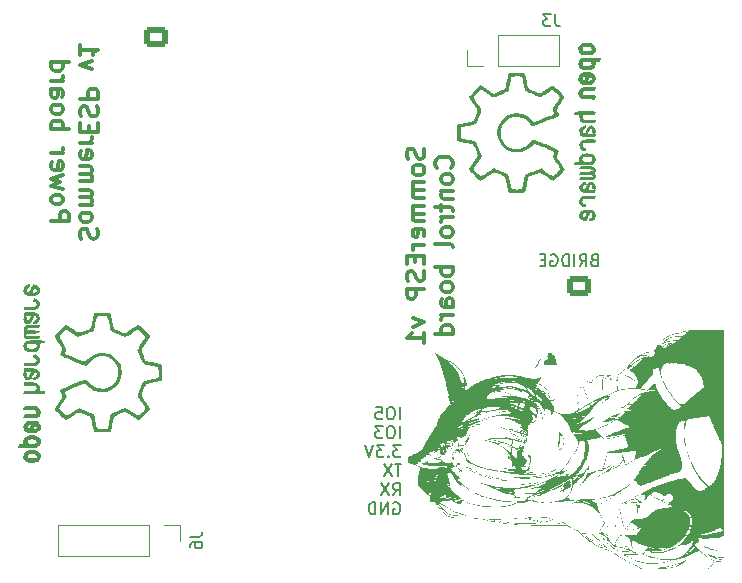
<source format=gbr>
%TF.GenerationSoftware,KiCad,Pcbnew,8.0.1*%
%TF.CreationDate,2024-05-08T12:06:43+02:00*%
%TF.ProjectId,SommerESP,536f6d6d-6572-4455-9350-2e6b69636164,rev?*%
%TF.SameCoordinates,Original*%
%TF.FileFunction,Legend,Bot*%
%TF.FilePolarity,Positive*%
%FSLAX46Y46*%
G04 Gerber Fmt 4.6, Leading zero omitted, Abs format (unit mm)*
G04 Created by KiCad (PCBNEW 8.0.1) date 2024-05-08 12:06:43*
%MOMM*%
%LPD*%
G01*
G04 APERTURE LIST*
G04 Aperture macros list*
%AMRoundRect*
0 Rectangle with rounded corners*
0 $1 Rounding radius*
0 $2 $3 $4 $5 $6 $7 $8 $9 X,Y pos of 4 corners*
0 Add a 4 corners polygon primitive as box body*
4,1,4,$2,$3,$4,$5,$6,$7,$8,$9,$2,$3,0*
0 Add four circle primitives for the rounded corners*
1,1,$1+$1,$2,$3*
1,1,$1+$1,$4,$5*
1,1,$1+$1,$6,$7*
1,1,$1+$1,$8,$9*
0 Add four rect primitives between the rounded corners*
20,1,$1+$1,$2,$3,$4,$5,0*
20,1,$1+$1,$4,$5,$6,$7,0*
20,1,$1+$1,$6,$7,$8,$9,0*
20,1,$1+$1,$8,$9,$2,$3,0*%
G04 Aperture macros list end*
%ADD10C,0.300000*%
%ADD11C,0.150000*%
%ADD12C,0.000000*%
%ADD13C,0.120000*%
%ADD14R,1.700000X1.700000*%
%ADD15O,1.700000X1.700000*%
%ADD16C,0.500000*%
%ADD17RoundRect,0.250000X-0.725000X0.600000X-0.725000X-0.600000X0.725000X-0.600000X0.725000X0.600000X0*%
%ADD18O,1.950000X1.700000*%
%ADD19R,1.600000X1.600000*%
%ADD20O,1.600000X1.600000*%
G04 APERTURE END LIST*
D10*
X124289484Y-64310715D02*
X124360912Y-64525001D01*
X124360912Y-64525001D02*
X124360912Y-64882143D01*
X124360912Y-64882143D02*
X124289484Y-65025001D01*
X124289484Y-65025001D02*
X124218055Y-65096429D01*
X124218055Y-65096429D02*
X124075198Y-65167858D01*
X124075198Y-65167858D02*
X123932341Y-65167858D01*
X123932341Y-65167858D02*
X123789484Y-65096429D01*
X123789484Y-65096429D02*
X123718055Y-65025001D01*
X123718055Y-65025001D02*
X123646626Y-64882143D01*
X123646626Y-64882143D02*
X123575198Y-64596429D01*
X123575198Y-64596429D02*
X123503769Y-64453572D01*
X123503769Y-64453572D02*
X123432341Y-64382143D01*
X123432341Y-64382143D02*
X123289484Y-64310715D01*
X123289484Y-64310715D02*
X123146626Y-64310715D01*
X123146626Y-64310715D02*
X123003769Y-64382143D01*
X123003769Y-64382143D02*
X122932341Y-64453572D01*
X122932341Y-64453572D02*
X122860912Y-64596429D01*
X122860912Y-64596429D02*
X122860912Y-64953572D01*
X122860912Y-64953572D02*
X122932341Y-65167858D01*
X124360912Y-66025000D02*
X124289484Y-65882143D01*
X124289484Y-65882143D02*
X124218055Y-65810714D01*
X124218055Y-65810714D02*
X124075198Y-65739286D01*
X124075198Y-65739286D02*
X123646626Y-65739286D01*
X123646626Y-65739286D02*
X123503769Y-65810714D01*
X123503769Y-65810714D02*
X123432341Y-65882143D01*
X123432341Y-65882143D02*
X123360912Y-66025000D01*
X123360912Y-66025000D02*
X123360912Y-66239286D01*
X123360912Y-66239286D02*
X123432341Y-66382143D01*
X123432341Y-66382143D02*
X123503769Y-66453572D01*
X123503769Y-66453572D02*
X123646626Y-66525000D01*
X123646626Y-66525000D02*
X124075198Y-66525000D01*
X124075198Y-66525000D02*
X124218055Y-66453572D01*
X124218055Y-66453572D02*
X124289484Y-66382143D01*
X124289484Y-66382143D02*
X124360912Y-66239286D01*
X124360912Y-66239286D02*
X124360912Y-66025000D01*
X124360912Y-67167857D02*
X123360912Y-67167857D01*
X123503769Y-67167857D02*
X123432341Y-67239286D01*
X123432341Y-67239286D02*
X123360912Y-67382143D01*
X123360912Y-67382143D02*
X123360912Y-67596429D01*
X123360912Y-67596429D02*
X123432341Y-67739286D01*
X123432341Y-67739286D02*
X123575198Y-67810715D01*
X123575198Y-67810715D02*
X124360912Y-67810715D01*
X123575198Y-67810715D02*
X123432341Y-67882143D01*
X123432341Y-67882143D02*
X123360912Y-68025000D01*
X123360912Y-68025000D02*
X123360912Y-68239286D01*
X123360912Y-68239286D02*
X123432341Y-68382143D01*
X123432341Y-68382143D02*
X123575198Y-68453572D01*
X123575198Y-68453572D02*
X124360912Y-68453572D01*
X124360912Y-69167857D02*
X123360912Y-69167857D01*
X123503769Y-69167857D02*
X123432341Y-69239286D01*
X123432341Y-69239286D02*
X123360912Y-69382143D01*
X123360912Y-69382143D02*
X123360912Y-69596429D01*
X123360912Y-69596429D02*
X123432341Y-69739286D01*
X123432341Y-69739286D02*
X123575198Y-69810715D01*
X123575198Y-69810715D02*
X124360912Y-69810715D01*
X123575198Y-69810715D02*
X123432341Y-69882143D01*
X123432341Y-69882143D02*
X123360912Y-70025000D01*
X123360912Y-70025000D02*
X123360912Y-70239286D01*
X123360912Y-70239286D02*
X123432341Y-70382143D01*
X123432341Y-70382143D02*
X123575198Y-70453572D01*
X123575198Y-70453572D02*
X124360912Y-70453572D01*
X124289484Y-71739286D02*
X124360912Y-71596429D01*
X124360912Y-71596429D02*
X124360912Y-71310715D01*
X124360912Y-71310715D02*
X124289484Y-71167857D01*
X124289484Y-71167857D02*
X124146626Y-71096429D01*
X124146626Y-71096429D02*
X123575198Y-71096429D01*
X123575198Y-71096429D02*
X123432341Y-71167857D01*
X123432341Y-71167857D02*
X123360912Y-71310715D01*
X123360912Y-71310715D02*
X123360912Y-71596429D01*
X123360912Y-71596429D02*
X123432341Y-71739286D01*
X123432341Y-71739286D02*
X123575198Y-71810715D01*
X123575198Y-71810715D02*
X123718055Y-71810715D01*
X123718055Y-71810715D02*
X123860912Y-71096429D01*
X124360912Y-72453571D02*
X123360912Y-72453571D01*
X123646626Y-72453571D02*
X123503769Y-72525000D01*
X123503769Y-72525000D02*
X123432341Y-72596429D01*
X123432341Y-72596429D02*
X123360912Y-72739286D01*
X123360912Y-72739286D02*
X123360912Y-72882143D01*
X123575198Y-73382142D02*
X123575198Y-73882142D01*
X124360912Y-74096428D02*
X124360912Y-73382142D01*
X124360912Y-73382142D02*
X122860912Y-73382142D01*
X122860912Y-73382142D02*
X122860912Y-74096428D01*
X124289484Y-74667857D02*
X124360912Y-74882143D01*
X124360912Y-74882143D02*
X124360912Y-75239285D01*
X124360912Y-75239285D02*
X124289484Y-75382143D01*
X124289484Y-75382143D02*
X124218055Y-75453571D01*
X124218055Y-75453571D02*
X124075198Y-75525000D01*
X124075198Y-75525000D02*
X123932341Y-75525000D01*
X123932341Y-75525000D02*
X123789484Y-75453571D01*
X123789484Y-75453571D02*
X123718055Y-75382143D01*
X123718055Y-75382143D02*
X123646626Y-75239285D01*
X123646626Y-75239285D02*
X123575198Y-74953571D01*
X123575198Y-74953571D02*
X123503769Y-74810714D01*
X123503769Y-74810714D02*
X123432341Y-74739285D01*
X123432341Y-74739285D02*
X123289484Y-74667857D01*
X123289484Y-74667857D02*
X123146626Y-74667857D01*
X123146626Y-74667857D02*
X123003769Y-74739285D01*
X123003769Y-74739285D02*
X122932341Y-74810714D01*
X122932341Y-74810714D02*
X122860912Y-74953571D01*
X122860912Y-74953571D02*
X122860912Y-75310714D01*
X122860912Y-75310714D02*
X122932341Y-75525000D01*
X124360912Y-76167856D02*
X122860912Y-76167856D01*
X122860912Y-76167856D02*
X122860912Y-76739285D01*
X122860912Y-76739285D02*
X122932341Y-76882142D01*
X122932341Y-76882142D02*
X123003769Y-76953571D01*
X123003769Y-76953571D02*
X123146626Y-77024999D01*
X123146626Y-77024999D02*
X123360912Y-77024999D01*
X123360912Y-77024999D02*
X123503769Y-76953571D01*
X123503769Y-76953571D02*
X123575198Y-76882142D01*
X123575198Y-76882142D02*
X123646626Y-76739285D01*
X123646626Y-76739285D02*
X123646626Y-76167856D01*
X123360912Y-78667856D02*
X124360912Y-79024999D01*
X124360912Y-79024999D02*
X123360912Y-79382142D01*
X124360912Y-80739285D02*
X124360912Y-79882142D01*
X124360912Y-80310713D02*
X122860912Y-80310713D01*
X122860912Y-80310713D02*
X123075198Y-80167856D01*
X123075198Y-80167856D02*
X123218055Y-80024999D01*
X123218055Y-80024999D02*
X123289484Y-79882142D01*
X126632971Y-65917857D02*
X126704400Y-65846429D01*
X126704400Y-65846429D02*
X126775828Y-65632143D01*
X126775828Y-65632143D02*
X126775828Y-65489286D01*
X126775828Y-65489286D02*
X126704400Y-65275000D01*
X126704400Y-65275000D02*
X126561542Y-65132143D01*
X126561542Y-65132143D02*
X126418685Y-65060714D01*
X126418685Y-65060714D02*
X126132971Y-64989286D01*
X126132971Y-64989286D02*
X125918685Y-64989286D01*
X125918685Y-64989286D02*
X125632971Y-65060714D01*
X125632971Y-65060714D02*
X125490114Y-65132143D01*
X125490114Y-65132143D02*
X125347257Y-65275000D01*
X125347257Y-65275000D02*
X125275828Y-65489286D01*
X125275828Y-65489286D02*
X125275828Y-65632143D01*
X125275828Y-65632143D02*
X125347257Y-65846429D01*
X125347257Y-65846429D02*
X125418685Y-65917857D01*
X126775828Y-66775000D02*
X126704400Y-66632143D01*
X126704400Y-66632143D02*
X126632971Y-66560714D01*
X126632971Y-66560714D02*
X126490114Y-66489286D01*
X126490114Y-66489286D02*
X126061542Y-66489286D01*
X126061542Y-66489286D02*
X125918685Y-66560714D01*
X125918685Y-66560714D02*
X125847257Y-66632143D01*
X125847257Y-66632143D02*
X125775828Y-66775000D01*
X125775828Y-66775000D02*
X125775828Y-66989286D01*
X125775828Y-66989286D02*
X125847257Y-67132143D01*
X125847257Y-67132143D02*
X125918685Y-67203572D01*
X125918685Y-67203572D02*
X126061542Y-67275000D01*
X126061542Y-67275000D02*
X126490114Y-67275000D01*
X126490114Y-67275000D02*
X126632971Y-67203572D01*
X126632971Y-67203572D02*
X126704400Y-67132143D01*
X126704400Y-67132143D02*
X126775828Y-66989286D01*
X126775828Y-66989286D02*
X126775828Y-66775000D01*
X125775828Y-67917857D02*
X126775828Y-67917857D01*
X125918685Y-67917857D02*
X125847257Y-67989286D01*
X125847257Y-67989286D02*
X125775828Y-68132143D01*
X125775828Y-68132143D02*
X125775828Y-68346429D01*
X125775828Y-68346429D02*
X125847257Y-68489286D01*
X125847257Y-68489286D02*
X125990114Y-68560715D01*
X125990114Y-68560715D02*
X126775828Y-68560715D01*
X125775828Y-69060715D02*
X125775828Y-69632143D01*
X125275828Y-69275000D02*
X126561542Y-69275000D01*
X126561542Y-69275000D02*
X126704400Y-69346429D01*
X126704400Y-69346429D02*
X126775828Y-69489286D01*
X126775828Y-69489286D02*
X126775828Y-69632143D01*
X126775828Y-70132143D02*
X125775828Y-70132143D01*
X126061542Y-70132143D02*
X125918685Y-70203572D01*
X125918685Y-70203572D02*
X125847257Y-70275001D01*
X125847257Y-70275001D02*
X125775828Y-70417858D01*
X125775828Y-70417858D02*
X125775828Y-70560715D01*
X126775828Y-71275000D02*
X126704400Y-71132143D01*
X126704400Y-71132143D02*
X126632971Y-71060714D01*
X126632971Y-71060714D02*
X126490114Y-70989286D01*
X126490114Y-70989286D02*
X126061542Y-70989286D01*
X126061542Y-70989286D02*
X125918685Y-71060714D01*
X125918685Y-71060714D02*
X125847257Y-71132143D01*
X125847257Y-71132143D02*
X125775828Y-71275000D01*
X125775828Y-71275000D02*
X125775828Y-71489286D01*
X125775828Y-71489286D02*
X125847257Y-71632143D01*
X125847257Y-71632143D02*
X125918685Y-71703572D01*
X125918685Y-71703572D02*
X126061542Y-71775000D01*
X126061542Y-71775000D02*
X126490114Y-71775000D01*
X126490114Y-71775000D02*
X126632971Y-71703572D01*
X126632971Y-71703572D02*
X126704400Y-71632143D01*
X126704400Y-71632143D02*
X126775828Y-71489286D01*
X126775828Y-71489286D02*
X126775828Y-71275000D01*
X126775828Y-72632143D02*
X126704400Y-72489286D01*
X126704400Y-72489286D02*
X126561542Y-72417857D01*
X126561542Y-72417857D02*
X125275828Y-72417857D01*
X126775828Y-74346428D02*
X125275828Y-74346428D01*
X125847257Y-74346428D02*
X125775828Y-74489286D01*
X125775828Y-74489286D02*
X125775828Y-74775000D01*
X125775828Y-74775000D02*
X125847257Y-74917857D01*
X125847257Y-74917857D02*
X125918685Y-74989286D01*
X125918685Y-74989286D02*
X126061542Y-75060714D01*
X126061542Y-75060714D02*
X126490114Y-75060714D01*
X126490114Y-75060714D02*
X126632971Y-74989286D01*
X126632971Y-74989286D02*
X126704400Y-74917857D01*
X126704400Y-74917857D02*
X126775828Y-74775000D01*
X126775828Y-74775000D02*
X126775828Y-74489286D01*
X126775828Y-74489286D02*
X126704400Y-74346428D01*
X126775828Y-75917857D02*
X126704400Y-75775000D01*
X126704400Y-75775000D02*
X126632971Y-75703571D01*
X126632971Y-75703571D02*
X126490114Y-75632143D01*
X126490114Y-75632143D02*
X126061542Y-75632143D01*
X126061542Y-75632143D02*
X125918685Y-75703571D01*
X125918685Y-75703571D02*
X125847257Y-75775000D01*
X125847257Y-75775000D02*
X125775828Y-75917857D01*
X125775828Y-75917857D02*
X125775828Y-76132143D01*
X125775828Y-76132143D02*
X125847257Y-76275000D01*
X125847257Y-76275000D02*
X125918685Y-76346429D01*
X125918685Y-76346429D02*
X126061542Y-76417857D01*
X126061542Y-76417857D02*
X126490114Y-76417857D01*
X126490114Y-76417857D02*
X126632971Y-76346429D01*
X126632971Y-76346429D02*
X126704400Y-76275000D01*
X126704400Y-76275000D02*
X126775828Y-76132143D01*
X126775828Y-76132143D02*
X126775828Y-75917857D01*
X126775828Y-77703572D02*
X125990114Y-77703572D01*
X125990114Y-77703572D02*
X125847257Y-77632143D01*
X125847257Y-77632143D02*
X125775828Y-77489286D01*
X125775828Y-77489286D02*
X125775828Y-77203572D01*
X125775828Y-77203572D02*
X125847257Y-77060714D01*
X126704400Y-77703572D02*
X126775828Y-77560714D01*
X126775828Y-77560714D02*
X126775828Y-77203572D01*
X126775828Y-77203572D02*
X126704400Y-77060714D01*
X126704400Y-77060714D02*
X126561542Y-76989286D01*
X126561542Y-76989286D02*
X126418685Y-76989286D01*
X126418685Y-76989286D02*
X126275828Y-77060714D01*
X126275828Y-77060714D02*
X126204400Y-77203572D01*
X126204400Y-77203572D02*
X126204400Y-77560714D01*
X126204400Y-77560714D02*
X126132971Y-77703572D01*
X126775828Y-78417857D02*
X125775828Y-78417857D01*
X126061542Y-78417857D02*
X125918685Y-78489286D01*
X125918685Y-78489286D02*
X125847257Y-78560715D01*
X125847257Y-78560715D02*
X125775828Y-78703572D01*
X125775828Y-78703572D02*
X125775828Y-78846429D01*
X126775828Y-79989286D02*
X125275828Y-79989286D01*
X126704400Y-79989286D02*
X126775828Y-79846428D01*
X126775828Y-79846428D02*
X126775828Y-79560714D01*
X126775828Y-79560714D02*
X126704400Y-79417857D01*
X126704400Y-79417857D02*
X126632971Y-79346428D01*
X126632971Y-79346428D02*
X126490114Y-79275000D01*
X126490114Y-79275000D02*
X126061542Y-79275000D01*
X126061542Y-79275000D02*
X125918685Y-79346428D01*
X125918685Y-79346428D02*
X125847257Y-79417857D01*
X125847257Y-79417857D02*
X125775828Y-79560714D01*
X125775828Y-79560714D02*
X125775828Y-79846428D01*
X125775828Y-79846428D02*
X125847257Y-79989286D01*
D11*
X138729887Y-73746009D02*
X138587030Y-73793628D01*
X138587030Y-73793628D02*
X138539411Y-73841247D01*
X138539411Y-73841247D02*
X138491792Y-73936485D01*
X138491792Y-73936485D02*
X138491792Y-74079342D01*
X138491792Y-74079342D02*
X138539411Y-74174580D01*
X138539411Y-74174580D02*
X138587030Y-74222200D01*
X138587030Y-74222200D02*
X138682268Y-74269819D01*
X138682268Y-74269819D02*
X139063220Y-74269819D01*
X139063220Y-74269819D02*
X139063220Y-73269819D01*
X139063220Y-73269819D02*
X138729887Y-73269819D01*
X138729887Y-73269819D02*
X138634649Y-73317438D01*
X138634649Y-73317438D02*
X138587030Y-73365057D01*
X138587030Y-73365057D02*
X138539411Y-73460295D01*
X138539411Y-73460295D02*
X138539411Y-73555533D01*
X138539411Y-73555533D02*
X138587030Y-73650771D01*
X138587030Y-73650771D02*
X138634649Y-73698390D01*
X138634649Y-73698390D02*
X138729887Y-73746009D01*
X138729887Y-73746009D02*
X139063220Y-73746009D01*
X137491792Y-74269819D02*
X137825125Y-73793628D01*
X138063220Y-74269819D02*
X138063220Y-73269819D01*
X138063220Y-73269819D02*
X137682268Y-73269819D01*
X137682268Y-73269819D02*
X137587030Y-73317438D01*
X137587030Y-73317438D02*
X137539411Y-73365057D01*
X137539411Y-73365057D02*
X137491792Y-73460295D01*
X137491792Y-73460295D02*
X137491792Y-73603152D01*
X137491792Y-73603152D02*
X137539411Y-73698390D01*
X137539411Y-73698390D02*
X137587030Y-73746009D01*
X137587030Y-73746009D02*
X137682268Y-73793628D01*
X137682268Y-73793628D02*
X138063220Y-73793628D01*
X137063220Y-74269819D02*
X137063220Y-73269819D01*
X136587030Y-74269819D02*
X136587030Y-73269819D01*
X136587030Y-73269819D02*
X136348935Y-73269819D01*
X136348935Y-73269819D02*
X136206078Y-73317438D01*
X136206078Y-73317438D02*
X136110840Y-73412676D01*
X136110840Y-73412676D02*
X136063221Y-73507914D01*
X136063221Y-73507914D02*
X136015602Y-73698390D01*
X136015602Y-73698390D02*
X136015602Y-73841247D01*
X136015602Y-73841247D02*
X136063221Y-74031723D01*
X136063221Y-74031723D02*
X136110840Y-74126961D01*
X136110840Y-74126961D02*
X136206078Y-74222200D01*
X136206078Y-74222200D02*
X136348935Y-74269819D01*
X136348935Y-74269819D02*
X136587030Y-74269819D01*
X135063221Y-73317438D02*
X135158459Y-73269819D01*
X135158459Y-73269819D02*
X135301316Y-73269819D01*
X135301316Y-73269819D02*
X135444173Y-73317438D01*
X135444173Y-73317438D02*
X135539411Y-73412676D01*
X135539411Y-73412676D02*
X135587030Y-73507914D01*
X135587030Y-73507914D02*
X135634649Y-73698390D01*
X135634649Y-73698390D02*
X135634649Y-73841247D01*
X135634649Y-73841247D02*
X135587030Y-74031723D01*
X135587030Y-74031723D02*
X135539411Y-74126961D01*
X135539411Y-74126961D02*
X135444173Y-74222200D01*
X135444173Y-74222200D02*
X135301316Y-74269819D01*
X135301316Y-74269819D02*
X135206078Y-74269819D01*
X135206078Y-74269819D02*
X135063221Y-74222200D01*
X135063221Y-74222200D02*
X135015602Y-74174580D01*
X135015602Y-74174580D02*
X135015602Y-73841247D01*
X135015602Y-73841247D02*
X135206078Y-73841247D01*
X134587030Y-73746009D02*
X134253697Y-73746009D01*
X134110840Y-74269819D02*
X134587030Y-74269819D01*
X134587030Y-74269819D02*
X134587030Y-73269819D01*
X134587030Y-73269819D02*
X134110840Y-73269819D01*
X122263220Y-87220099D02*
X122263220Y-86220099D01*
X121596554Y-86220099D02*
X121406078Y-86220099D01*
X121406078Y-86220099D02*
X121310840Y-86267718D01*
X121310840Y-86267718D02*
X121215602Y-86362956D01*
X121215602Y-86362956D02*
X121167983Y-86553432D01*
X121167983Y-86553432D02*
X121167983Y-86886765D01*
X121167983Y-86886765D02*
X121215602Y-87077241D01*
X121215602Y-87077241D02*
X121310840Y-87172480D01*
X121310840Y-87172480D02*
X121406078Y-87220099D01*
X121406078Y-87220099D02*
X121596554Y-87220099D01*
X121596554Y-87220099D02*
X121691792Y-87172480D01*
X121691792Y-87172480D02*
X121787030Y-87077241D01*
X121787030Y-87077241D02*
X121834649Y-86886765D01*
X121834649Y-86886765D02*
X121834649Y-86553432D01*
X121834649Y-86553432D02*
X121787030Y-86362956D01*
X121787030Y-86362956D02*
X121691792Y-86267718D01*
X121691792Y-86267718D02*
X121596554Y-86220099D01*
X120263221Y-86220099D02*
X120739411Y-86220099D01*
X120739411Y-86220099D02*
X120787030Y-86696289D01*
X120787030Y-86696289D02*
X120739411Y-86648670D01*
X120739411Y-86648670D02*
X120644173Y-86601051D01*
X120644173Y-86601051D02*
X120406078Y-86601051D01*
X120406078Y-86601051D02*
X120310840Y-86648670D01*
X120310840Y-86648670D02*
X120263221Y-86696289D01*
X120263221Y-86696289D02*
X120215602Y-86791527D01*
X120215602Y-86791527D02*
X120215602Y-87029622D01*
X120215602Y-87029622D02*
X120263221Y-87124860D01*
X120263221Y-87124860D02*
X120310840Y-87172480D01*
X120310840Y-87172480D02*
X120406078Y-87220099D01*
X120406078Y-87220099D02*
X120644173Y-87220099D01*
X120644173Y-87220099D02*
X120739411Y-87172480D01*
X120739411Y-87172480D02*
X120787030Y-87124860D01*
X122263220Y-88830043D02*
X122263220Y-87830043D01*
X121596554Y-87830043D02*
X121406078Y-87830043D01*
X121406078Y-87830043D02*
X121310840Y-87877662D01*
X121310840Y-87877662D02*
X121215602Y-87972900D01*
X121215602Y-87972900D02*
X121167983Y-88163376D01*
X121167983Y-88163376D02*
X121167983Y-88496709D01*
X121167983Y-88496709D02*
X121215602Y-88687185D01*
X121215602Y-88687185D02*
X121310840Y-88782424D01*
X121310840Y-88782424D02*
X121406078Y-88830043D01*
X121406078Y-88830043D02*
X121596554Y-88830043D01*
X121596554Y-88830043D02*
X121691792Y-88782424D01*
X121691792Y-88782424D02*
X121787030Y-88687185D01*
X121787030Y-88687185D02*
X121834649Y-88496709D01*
X121834649Y-88496709D02*
X121834649Y-88163376D01*
X121834649Y-88163376D02*
X121787030Y-87972900D01*
X121787030Y-87972900D02*
X121691792Y-87877662D01*
X121691792Y-87877662D02*
X121596554Y-87830043D01*
X120834649Y-87830043D02*
X120215602Y-87830043D01*
X120215602Y-87830043D02*
X120548935Y-88210995D01*
X120548935Y-88210995D02*
X120406078Y-88210995D01*
X120406078Y-88210995D02*
X120310840Y-88258614D01*
X120310840Y-88258614D02*
X120263221Y-88306233D01*
X120263221Y-88306233D02*
X120215602Y-88401471D01*
X120215602Y-88401471D02*
X120215602Y-88639566D01*
X120215602Y-88639566D02*
X120263221Y-88734804D01*
X120263221Y-88734804D02*
X120310840Y-88782424D01*
X120310840Y-88782424D02*
X120406078Y-88830043D01*
X120406078Y-88830043D02*
X120691792Y-88830043D01*
X120691792Y-88830043D02*
X120787030Y-88782424D01*
X120787030Y-88782424D02*
X120834649Y-88734804D01*
X122358458Y-89439987D02*
X121739411Y-89439987D01*
X121739411Y-89439987D02*
X122072744Y-89820939D01*
X122072744Y-89820939D02*
X121929887Y-89820939D01*
X121929887Y-89820939D02*
X121834649Y-89868558D01*
X121834649Y-89868558D02*
X121787030Y-89916177D01*
X121787030Y-89916177D02*
X121739411Y-90011415D01*
X121739411Y-90011415D02*
X121739411Y-90249510D01*
X121739411Y-90249510D02*
X121787030Y-90344748D01*
X121787030Y-90344748D02*
X121834649Y-90392368D01*
X121834649Y-90392368D02*
X121929887Y-90439987D01*
X121929887Y-90439987D02*
X122215601Y-90439987D01*
X122215601Y-90439987D02*
X122310839Y-90392368D01*
X122310839Y-90392368D02*
X122358458Y-90344748D01*
X121310839Y-90344748D02*
X121263220Y-90392368D01*
X121263220Y-90392368D02*
X121310839Y-90439987D01*
X121310839Y-90439987D02*
X121358458Y-90392368D01*
X121358458Y-90392368D02*
X121310839Y-90344748D01*
X121310839Y-90344748D02*
X121310839Y-90439987D01*
X120929887Y-89439987D02*
X120310840Y-89439987D01*
X120310840Y-89439987D02*
X120644173Y-89820939D01*
X120644173Y-89820939D02*
X120501316Y-89820939D01*
X120501316Y-89820939D02*
X120406078Y-89868558D01*
X120406078Y-89868558D02*
X120358459Y-89916177D01*
X120358459Y-89916177D02*
X120310840Y-90011415D01*
X120310840Y-90011415D02*
X120310840Y-90249510D01*
X120310840Y-90249510D02*
X120358459Y-90344748D01*
X120358459Y-90344748D02*
X120406078Y-90392368D01*
X120406078Y-90392368D02*
X120501316Y-90439987D01*
X120501316Y-90439987D02*
X120787030Y-90439987D01*
X120787030Y-90439987D02*
X120882268Y-90392368D01*
X120882268Y-90392368D02*
X120929887Y-90344748D01*
X120025125Y-89439987D02*
X119691792Y-90439987D01*
X119691792Y-90439987D02*
X119358459Y-89439987D01*
X122406077Y-91049931D02*
X121834649Y-91049931D01*
X122120363Y-92049931D02*
X122120363Y-91049931D01*
X121596553Y-91049931D02*
X120929887Y-92049931D01*
X120929887Y-91049931D02*
X121596553Y-92049931D01*
X121691792Y-93659875D02*
X122025125Y-93183684D01*
X122263220Y-93659875D02*
X122263220Y-92659875D01*
X122263220Y-92659875D02*
X121882268Y-92659875D01*
X121882268Y-92659875D02*
X121787030Y-92707494D01*
X121787030Y-92707494D02*
X121739411Y-92755113D01*
X121739411Y-92755113D02*
X121691792Y-92850351D01*
X121691792Y-92850351D02*
X121691792Y-92993208D01*
X121691792Y-92993208D02*
X121739411Y-93088446D01*
X121739411Y-93088446D02*
X121787030Y-93136065D01*
X121787030Y-93136065D02*
X121882268Y-93183684D01*
X121882268Y-93183684D02*
X122263220Y-93183684D01*
X121358458Y-92659875D02*
X120691792Y-93659875D01*
X120691792Y-92659875D02*
X121358458Y-93659875D01*
X121739411Y-94317438D02*
X121834649Y-94269819D01*
X121834649Y-94269819D02*
X121977506Y-94269819D01*
X121977506Y-94269819D02*
X122120363Y-94317438D01*
X122120363Y-94317438D02*
X122215601Y-94412676D01*
X122215601Y-94412676D02*
X122263220Y-94507914D01*
X122263220Y-94507914D02*
X122310839Y-94698390D01*
X122310839Y-94698390D02*
X122310839Y-94841247D01*
X122310839Y-94841247D02*
X122263220Y-95031723D01*
X122263220Y-95031723D02*
X122215601Y-95126961D01*
X122215601Y-95126961D02*
X122120363Y-95222200D01*
X122120363Y-95222200D02*
X121977506Y-95269819D01*
X121977506Y-95269819D02*
X121882268Y-95269819D01*
X121882268Y-95269819D02*
X121739411Y-95222200D01*
X121739411Y-95222200D02*
X121691792Y-95174580D01*
X121691792Y-95174580D02*
X121691792Y-94841247D01*
X121691792Y-94841247D02*
X121882268Y-94841247D01*
X121263220Y-95269819D02*
X121263220Y-94269819D01*
X121263220Y-94269819D02*
X120691792Y-95269819D01*
X120691792Y-95269819D02*
X120691792Y-94269819D01*
X120215601Y-95269819D02*
X120215601Y-94269819D01*
X120215601Y-94269819D02*
X119977506Y-94269819D01*
X119977506Y-94269819D02*
X119834649Y-94317438D01*
X119834649Y-94317438D02*
X119739411Y-94412676D01*
X119739411Y-94412676D02*
X119691792Y-94507914D01*
X119691792Y-94507914D02*
X119644173Y-94698390D01*
X119644173Y-94698390D02*
X119644173Y-94841247D01*
X119644173Y-94841247D02*
X119691792Y-95031723D01*
X119691792Y-95031723D02*
X119739411Y-95126961D01*
X119739411Y-95126961D02*
X119834649Y-95222200D01*
X119834649Y-95222200D02*
X119977506Y-95269819D01*
X119977506Y-95269819D02*
X120215601Y-95269819D01*
D10*
X95260516Y-71939284D02*
X95189087Y-71724999D01*
X95189087Y-71724999D02*
X95189087Y-71367856D01*
X95189087Y-71367856D02*
X95260516Y-71224999D01*
X95260516Y-71224999D02*
X95331944Y-71153570D01*
X95331944Y-71153570D02*
X95474801Y-71082141D01*
X95474801Y-71082141D02*
X95617658Y-71082141D01*
X95617658Y-71082141D02*
X95760516Y-71153570D01*
X95760516Y-71153570D02*
X95831944Y-71224999D01*
X95831944Y-71224999D02*
X95903373Y-71367856D01*
X95903373Y-71367856D02*
X95974801Y-71653570D01*
X95974801Y-71653570D02*
X96046230Y-71796427D01*
X96046230Y-71796427D02*
X96117658Y-71867856D01*
X96117658Y-71867856D02*
X96260516Y-71939284D01*
X96260516Y-71939284D02*
X96403373Y-71939284D01*
X96403373Y-71939284D02*
X96546230Y-71867856D01*
X96546230Y-71867856D02*
X96617658Y-71796427D01*
X96617658Y-71796427D02*
X96689087Y-71653570D01*
X96689087Y-71653570D02*
X96689087Y-71296427D01*
X96689087Y-71296427D02*
X96617658Y-71082141D01*
X95189087Y-70224999D02*
X95260516Y-70367856D01*
X95260516Y-70367856D02*
X95331944Y-70439285D01*
X95331944Y-70439285D02*
X95474801Y-70510713D01*
X95474801Y-70510713D02*
X95903373Y-70510713D01*
X95903373Y-70510713D02*
X96046230Y-70439285D01*
X96046230Y-70439285D02*
X96117658Y-70367856D01*
X96117658Y-70367856D02*
X96189087Y-70224999D01*
X96189087Y-70224999D02*
X96189087Y-70010713D01*
X96189087Y-70010713D02*
X96117658Y-69867856D01*
X96117658Y-69867856D02*
X96046230Y-69796428D01*
X96046230Y-69796428D02*
X95903373Y-69724999D01*
X95903373Y-69724999D02*
X95474801Y-69724999D01*
X95474801Y-69724999D02*
X95331944Y-69796428D01*
X95331944Y-69796428D02*
X95260516Y-69867856D01*
X95260516Y-69867856D02*
X95189087Y-70010713D01*
X95189087Y-70010713D02*
X95189087Y-70224999D01*
X95189087Y-69082142D02*
X96189087Y-69082142D01*
X96046230Y-69082142D02*
X96117658Y-69010713D01*
X96117658Y-69010713D02*
X96189087Y-68867856D01*
X96189087Y-68867856D02*
X96189087Y-68653570D01*
X96189087Y-68653570D02*
X96117658Y-68510713D01*
X96117658Y-68510713D02*
X95974801Y-68439285D01*
X95974801Y-68439285D02*
X95189087Y-68439285D01*
X95974801Y-68439285D02*
X96117658Y-68367856D01*
X96117658Y-68367856D02*
X96189087Y-68224999D01*
X96189087Y-68224999D02*
X96189087Y-68010713D01*
X96189087Y-68010713D02*
X96117658Y-67867856D01*
X96117658Y-67867856D02*
X95974801Y-67796427D01*
X95974801Y-67796427D02*
X95189087Y-67796427D01*
X95189087Y-67082142D02*
X96189087Y-67082142D01*
X96046230Y-67082142D02*
X96117658Y-67010713D01*
X96117658Y-67010713D02*
X96189087Y-66867856D01*
X96189087Y-66867856D02*
X96189087Y-66653570D01*
X96189087Y-66653570D02*
X96117658Y-66510713D01*
X96117658Y-66510713D02*
X95974801Y-66439285D01*
X95974801Y-66439285D02*
X95189087Y-66439285D01*
X95974801Y-66439285D02*
X96117658Y-66367856D01*
X96117658Y-66367856D02*
X96189087Y-66224999D01*
X96189087Y-66224999D02*
X96189087Y-66010713D01*
X96189087Y-66010713D02*
X96117658Y-65867856D01*
X96117658Y-65867856D02*
X95974801Y-65796427D01*
X95974801Y-65796427D02*
X95189087Y-65796427D01*
X95260516Y-64510713D02*
X95189087Y-64653570D01*
X95189087Y-64653570D02*
X95189087Y-64939285D01*
X95189087Y-64939285D02*
X95260516Y-65082142D01*
X95260516Y-65082142D02*
X95403373Y-65153570D01*
X95403373Y-65153570D02*
X95974801Y-65153570D01*
X95974801Y-65153570D02*
X96117658Y-65082142D01*
X96117658Y-65082142D02*
X96189087Y-64939285D01*
X96189087Y-64939285D02*
X96189087Y-64653570D01*
X96189087Y-64653570D02*
X96117658Y-64510713D01*
X96117658Y-64510713D02*
X95974801Y-64439285D01*
X95974801Y-64439285D02*
X95831944Y-64439285D01*
X95831944Y-64439285D02*
X95689087Y-65153570D01*
X95189087Y-63796428D02*
X96189087Y-63796428D01*
X95903373Y-63796428D02*
X96046230Y-63724999D01*
X96046230Y-63724999D02*
X96117658Y-63653571D01*
X96117658Y-63653571D02*
X96189087Y-63510713D01*
X96189087Y-63510713D02*
X96189087Y-63367856D01*
X95974801Y-62867857D02*
X95974801Y-62367857D01*
X95189087Y-62153571D02*
X95189087Y-62867857D01*
X95189087Y-62867857D02*
X96689087Y-62867857D01*
X96689087Y-62867857D02*
X96689087Y-62153571D01*
X95260516Y-61582142D02*
X95189087Y-61367857D01*
X95189087Y-61367857D02*
X95189087Y-61010714D01*
X95189087Y-61010714D02*
X95260516Y-60867857D01*
X95260516Y-60867857D02*
X95331944Y-60796428D01*
X95331944Y-60796428D02*
X95474801Y-60724999D01*
X95474801Y-60724999D02*
X95617658Y-60724999D01*
X95617658Y-60724999D02*
X95760516Y-60796428D01*
X95760516Y-60796428D02*
X95831944Y-60867857D01*
X95831944Y-60867857D02*
X95903373Y-61010714D01*
X95903373Y-61010714D02*
X95974801Y-61296428D01*
X95974801Y-61296428D02*
X96046230Y-61439285D01*
X96046230Y-61439285D02*
X96117658Y-61510714D01*
X96117658Y-61510714D02*
X96260516Y-61582142D01*
X96260516Y-61582142D02*
X96403373Y-61582142D01*
X96403373Y-61582142D02*
X96546230Y-61510714D01*
X96546230Y-61510714D02*
X96617658Y-61439285D01*
X96617658Y-61439285D02*
X96689087Y-61296428D01*
X96689087Y-61296428D02*
X96689087Y-60939285D01*
X96689087Y-60939285D02*
X96617658Y-60724999D01*
X95189087Y-60082143D02*
X96689087Y-60082143D01*
X96689087Y-60082143D02*
X96689087Y-59510714D01*
X96689087Y-59510714D02*
X96617658Y-59367857D01*
X96617658Y-59367857D02*
X96546230Y-59296428D01*
X96546230Y-59296428D02*
X96403373Y-59225000D01*
X96403373Y-59225000D02*
X96189087Y-59225000D01*
X96189087Y-59225000D02*
X96046230Y-59296428D01*
X96046230Y-59296428D02*
X95974801Y-59367857D01*
X95974801Y-59367857D02*
X95903373Y-59510714D01*
X95903373Y-59510714D02*
X95903373Y-60082143D01*
X96189087Y-57582143D02*
X95189087Y-57225000D01*
X95189087Y-57225000D02*
X96189087Y-56867857D01*
X95189087Y-55510714D02*
X95189087Y-56367857D01*
X95189087Y-55939286D02*
X96689087Y-55939286D01*
X96689087Y-55939286D02*
X96474801Y-56082143D01*
X96474801Y-56082143D02*
X96331944Y-56225000D01*
X96331944Y-56225000D02*
X96260516Y-56367857D01*
X92774171Y-70439285D02*
X94274171Y-70439285D01*
X94274171Y-70439285D02*
X94274171Y-69867856D01*
X94274171Y-69867856D02*
X94202742Y-69724999D01*
X94202742Y-69724999D02*
X94131314Y-69653570D01*
X94131314Y-69653570D02*
X93988457Y-69582142D01*
X93988457Y-69582142D02*
X93774171Y-69582142D01*
X93774171Y-69582142D02*
X93631314Y-69653570D01*
X93631314Y-69653570D02*
X93559885Y-69724999D01*
X93559885Y-69724999D02*
X93488457Y-69867856D01*
X93488457Y-69867856D02*
X93488457Y-70439285D01*
X92774171Y-68724999D02*
X92845600Y-68867856D01*
X92845600Y-68867856D02*
X92917028Y-68939285D01*
X92917028Y-68939285D02*
X93059885Y-69010713D01*
X93059885Y-69010713D02*
X93488457Y-69010713D01*
X93488457Y-69010713D02*
X93631314Y-68939285D01*
X93631314Y-68939285D02*
X93702742Y-68867856D01*
X93702742Y-68867856D02*
X93774171Y-68724999D01*
X93774171Y-68724999D02*
X93774171Y-68510713D01*
X93774171Y-68510713D02*
X93702742Y-68367856D01*
X93702742Y-68367856D02*
X93631314Y-68296428D01*
X93631314Y-68296428D02*
X93488457Y-68224999D01*
X93488457Y-68224999D02*
X93059885Y-68224999D01*
X93059885Y-68224999D02*
X92917028Y-68296428D01*
X92917028Y-68296428D02*
X92845600Y-68367856D01*
X92845600Y-68367856D02*
X92774171Y-68510713D01*
X92774171Y-68510713D02*
X92774171Y-68724999D01*
X93774171Y-67724999D02*
X92774171Y-67439285D01*
X92774171Y-67439285D02*
X93488457Y-67153570D01*
X93488457Y-67153570D02*
X92774171Y-66867856D01*
X92774171Y-66867856D02*
X93774171Y-66582142D01*
X92845600Y-65439284D02*
X92774171Y-65582141D01*
X92774171Y-65582141D02*
X92774171Y-65867856D01*
X92774171Y-65867856D02*
X92845600Y-66010713D01*
X92845600Y-66010713D02*
X92988457Y-66082141D01*
X92988457Y-66082141D02*
X93559885Y-66082141D01*
X93559885Y-66082141D02*
X93702742Y-66010713D01*
X93702742Y-66010713D02*
X93774171Y-65867856D01*
X93774171Y-65867856D02*
X93774171Y-65582141D01*
X93774171Y-65582141D02*
X93702742Y-65439284D01*
X93702742Y-65439284D02*
X93559885Y-65367856D01*
X93559885Y-65367856D02*
X93417028Y-65367856D01*
X93417028Y-65367856D02*
X93274171Y-66082141D01*
X92774171Y-64724999D02*
X93774171Y-64724999D01*
X93488457Y-64724999D02*
X93631314Y-64653570D01*
X93631314Y-64653570D02*
X93702742Y-64582142D01*
X93702742Y-64582142D02*
X93774171Y-64439284D01*
X93774171Y-64439284D02*
X93774171Y-64296427D01*
X92774171Y-62653571D02*
X94274171Y-62653571D01*
X93702742Y-62653571D02*
X93774171Y-62510714D01*
X93774171Y-62510714D02*
X93774171Y-62224999D01*
X93774171Y-62224999D02*
X93702742Y-62082142D01*
X93702742Y-62082142D02*
X93631314Y-62010714D01*
X93631314Y-62010714D02*
X93488457Y-61939285D01*
X93488457Y-61939285D02*
X93059885Y-61939285D01*
X93059885Y-61939285D02*
X92917028Y-62010714D01*
X92917028Y-62010714D02*
X92845600Y-62082142D01*
X92845600Y-62082142D02*
X92774171Y-62224999D01*
X92774171Y-62224999D02*
X92774171Y-62510714D01*
X92774171Y-62510714D02*
X92845600Y-62653571D01*
X92774171Y-61082142D02*
X92845600Y-61224999D01*
X92845600Y-61224999D02*
X92917028Y-61296428D01*
X92917028Y-61296428D02*
X93059885Y-61367856D01*
X93059885Y-61367856D02*
X93488457Y-61367856D01*
X93488457Y-61367856D02*
X93631314Y-61296428D01*
X93631314Y-61296428D02*
X93702742Y-61224999D01*
X93702742Y-61224999D02*
X93774171Y-61082142D01*
X93774171Y-61082142D02*
X93774171Y-60867856D01*
X93774171Y-60867856D02*
X93702742Y-60724999D01*
X93702742Y-60724999D02*
X93631314Y-60653571D01*
X93631314Y-60653571D02*
X93488457Y-60582142D01*
X93488457Y-60582142D02*
X93059885Y-60582142D01*
X93059885Y-60582142D02*
X92917028Y-60653571D01*
X92917028Y-60653571D02*
X92845600Y-60724999D01*
X92845600Y-60724999D02*
X92774171Y-60867856D01*
X92774171Y-60867856D02*
X92774171Y-61082142D01*
X92774171Y-59296428D02*
X93559885Y-59296428D01*
X93559885Y-59296428D02*
X93702742Y-59367856D01*
X93702742Y-59367856D02*
X93774171Y-59510713D01*
X93774171Y-59510713D02*
X93774171Y-59796428D01*
X93774171Y-59796428D02*
X93702742Y-59939285D01*
X92845600Y-59296428D02*
X92774171Y-59439285D01*
X92774171Y-59439285D02*
X92774171Y-59796428D01*
X92774171Y-59796428D02*
X92845600Y-59939285D01*
X92845600Y-59939285D02*
X92988457Y-60010713D01*
X92988457Y-60010713D02*
X93131314Y-60010713D01*
X93131314Y-60010713D02*
X93274171Y-59939285D01*
X93274171Y-59939285D02*
X93345600Y-59796428D01*
X93345600Y-59796428D02*
X93345600Y-59439285D01*
X93345600Y-59439285D02*
X93417028Y-59296428D01*
X92774171Y-58582142D02*
X93774171Y-58582142D01*
X93488457Y-58582142D02*
X93631314Y-58510713D01*
X93631314Y-58510713D02*
X93702742Y-58439285D01*
X93702742Y-58439285D02*
X93774171Y-58296427D01*
X93774171Y-58296427D02*
X93774171Y-58153570D01*
X92774171Y-57010714D02*
X94274171Y-57010714D01*
X92845600Y-57010714D02*
X92774171Y-57153571D01*
X92774171Y-57153571D02*
X92774171Y-57439285D01*
X92774171Y-57439285D02*
X92845600Y-57582142D01*
X92845600Y-57582142D02*
X92917028Y-57653571D01*
X92917028Y-57653571D02*
X93059885Y-57724999D01*
X93059885Y-57724999D02*
X93488457Y-57724999D01*
X93488457Y-57724999D02*
X93631314Y-57653571D01*
X93631314Y-57653571D02*
X93702742Y-57582142D01*
X93702742Y-57582142D02*
X93774171Y-57439285D01*
X93774171Y-57439285D02*
X93774171Y-57153571D01*
X93774171Y-57153571D02*
X93702742Y-57010714D01*
D11*
X104544819Y-97166666D02*
X105259104Y-97166666D01*
X105259104Y-97166666D02*
X105401961Y-97119047D01*
X105401961Y-97119047D02*
X105497200Y-97023809D01*
X105497200Y-97023809D02*
X105544819Y-96880952D01*
X105544819Y-96880952D02*
X105544819Y-96785714D01*
X104544819Y-98071428D02*
X104544819Y-97880952D01*
X104544819Y-97880952D02*
X104592438Y-97785714D01*
X104592438Y-97785714D02*
X104640057Y-97738095D01*
X104640057Y-97738095D02*
X104782914Y-97642857D01*
X104782914Y-97642857D02*
X104973390Y-97595238D01*
X104973390Y-97595238D02*
X105354342Y-97595238D01*
X105354342Y-97595238D02*
X105449580Y-97642857D01*
X105449580Y-97642857D02*
X105497200Y-97690476D01*
X105497200Y-97690476D02*
X105544819Y-97785714D01*
X105544819Y-97785714D02*
X105544819Y-97976190D01*
X105544819Y-97976190D02*
X105497200Y-98071428D01*
X105497200Y-98071428D02*
X105449580Y-98119047D01*
X105449580Y-98119047D02*
X105354342Y-98166666D01*
X105354342Y-98166666D02*
X105116247Y-98166666D01*
X105116247Y-98166666D02*
X105021009Y-98119047D01*
X105021009Y-98119047D02*
X104973390Y-98071428D01*
X104973390Y-98071428D02*
X104925771Y-97976190D01*
X104925771Y-97976190D02*
X104925771Y-97785714D01*
X104925771Y-97785714D02*
X104973390Y-97690476D01*
X104973390Y-97690476D02*
X105021009Y-97642857D01*
X105021009Y-97642857D02*
X105116247Y-97595238D01*
X135433333Y-52954819D02*
X135433333Y-53669104D01*
X135433333Y-53669104D02*
X135480952Y-53811961D01*
X135480952Y-53811961D02*
X135576190Y-53907200D01*
X135576190Y-53907200D02*
X135719047Y-53954819D01*
X135719047Y-53954819D02*
X135814285Y-53954819D01*
X135052380Y-52954819D02*
X134433333Y-52954819D01*
X134433333Y-52954819D02*
X134766666Y-53335771D01*
X134766666Y-53335771D02*
X134623809Y-53335771D01*
X134623809Y-53335771D02*
X134528571Y-53383390D01*
X134528571Y-53383390D02*
X134480952Y-53431009D01*
X134480952Y-53431009D02*
X134433333Y-53526247D01*
X134433333Y-53526247D02*
X134433333Y-53764342D01*
X134433333Y-53764342D02*
X134480952Y-53859580D01*
X134480952Y-53859580D02*
X134528571Y-53907200D01*
X134528571Y-53907200D02*
X134623809Y-53954819D01*
X134623809Y-53954819D02*
X134909523Y-53954819D01*
X134909523Y-53954819D02*
X135004761Y-53907200D01*
X135004761Y-53907200D02*
X135052380Y-53859580D01*
D12*
%TO.C,G\u002A\u002A\u002A*%
G36*
X138611399Y-63532178D02*
G01*
X138716666Y-63537239D01*
X138785184Y-63545070D01*
X138826382Y-63556679D01*
X138857482Y-63584513D01*
X138855487Y-63633969D01*
X138822564Y-63714900D01*
X138781278Y-63801479D01*
X138337975Y-63810590D01*
X138303902Y-63811313D01*
X138133767Y-63816185D01*
X138005910Y-63823478D01*
X137913449Y-63834941D01*
X137849502Y-63852323D01*
X137807188Y-63877371D01*
X137779625Y-63911835D01*
X137759929Y-63957463D01*
X137754101Y-63977205D01*
X137752759Y-64070686D01*
X137789327Y-64153081D01*
X137855535Y-64211881D01*
X137943115Y-64234578D01*
X138019404Y-64240390D01*
X138062162Y-64263798D01*
X138066545Y-64312604D01*
X138037138Y-64394616D01*
X138024471Y-64422514D01*
X137991794Y-64479755D01*
X137957322Y-64505270D01*
X137907673Y-64511100D01*
X137872799Y-64509309D01*
X137749705Y-64473933D01*
X137641041Y-64400217D01*
X137553265Y-64297311D01*
X137492835Y-64174364D01*
X137466210Y-64040528D01*
X137479847Y-63904950D01*
X137528377Y-63798401D01*
X137611195Y-63693723D01*
X137713015Y-63608457D01*
X137819236Y-63557548D01*
X137849972Y-63551681D01*
X137935020Y-63543234D01*
X138052093Y-63536669D01*
X138189731Y-63532132D01*
X138336469Y-63529773D01*
X138480846Y-63529739D01*
X138611399Y-63532178D01*
G37*
G36*
X138854044Y-68367614D02*
G01*
X138832889Y-68437948D01*
X138799970Y-68506068D01*
X138797391Y-68509976D01*
X138782022Y-68529671D01*
X138761228Y-68543887D01*
X138727523Y-68553516D01*
X138673419Y-68559452D01*
X138591428Y-68562587D01*
X138474065Y-68563814D01*
X138313843Y-68564024D01*
X138306567Y-68564024D01*
X138147826Y-68564314D01*
X138031419Y-68565747D01*
X137949642Y-68569198D01*
X137894788Y-68575541D01*
X137859151Y-68585649D01*
X137835025Y-68600399D01*
X137814705Y-68620664D01*
X137761150Y-68694840D01*
X137745117Y-68768921D01*
X137767838Y-68855086D01*
X137802907Y-68913264D01*
X137884162Y-68971918D01*
X137995520Y-68991972D01*
X138027135Y-68994137D01*
X138065194Y-69014613D01*
X138067122Y-69061451D01*
X138034439Y-69140442D01*
X137992732Y-69214789D01*
X137954104Y-69252506D01*
X137903931Y-69259101D01*
X137826460Y-69242285D01*
X137722045Y-69194624D01*
X137617326Y-69110929D01*
X137532101Y-69007333D01*
X137481312Y-68898707D01*
X137468293Y-68829858D01*
X137474653Y-68682592D01*
X137523587Y-68544226D01*
X137610228Y-68425749D01*
X137729706Y-68338147D01*
X137731426Y-68337272D01*
X137769347Y-68320145D01*
X137811185Y-68307400D01*
X137864676Y-68298400D01*
X137937559Y-68292509D01*
X138037572Y-68289088D01*
X138172452Y-68287503D01*
X138349939Y-68287116D01*
X138870144Y-68287116D01*
X138854044Y-68367614D01*
G37*
G36*
X138225726Y-55351430D02*
G01*
X138294471Y-55352516D01*
X138406339Y-55359860D01*
X138481127Y-55371763D01*
X138512393Y-55381903D01*
X138626313Y-55442893D01*
X138734082Y-55532842D01*
X138817606Y-55637462D01*
X138834244Y-55671689D01*
X138859069Y-55776166D01*
X138864252Y-55899187D01*
X138849858Y-56021300D01*
X138815953Y-56123055D01*
X138807349Y-56139477D01*
X138746801Y-56234117D01*
X138675598Y-56304326D01*
X138585945Y-56353296D01*
X138470047Y-56384220D01*
X138320109Y-56400290D01*
X138128336Y-56404700D01*
X137979137Y-56402270D01*
X137838603Y-56392068D01*
X137730882Y-56371204D01*
X137646574Y-56336804D01*
X137576279Y-56285997D01*
X137510598Y-56215910D01*
X137471638Y-56160142D01*
X137416753Y-56039139D01*
X137388102Y-55910978D01*
X137389066Y-55877621D01*
X137750733Y-55877621D01*
X137755686Y-55933746D01*
X137774677Y-55985506D01*
X137814695Y-56019960D01*
X137883031Y-56040441D01*
X137986976Y-56050285D01*
X138133821Y-56052825D01*
X138258834Y-56051912D01*
X138349253Y-56048168D01*
X138408146Y-56040277D01*
X138445115Y-56026922D01*
X138469761Y-56006789D01*
X138486142Y-55985294D01*
X138511759Y-55904620D01*
X138496589Y-55820611D01*
X138442466Y-55750503D01*
X138440189Y-55748721D01*
X138404951Y-55725126D01*
X138365065Y-55710462D01*
X138309126Y-55703186D01*
X138225726Y-55701754D01*
X138103460Y-55704623D01*
X138030109Y-55707497D01*
X137908885Y-55717672D01*
X137827435Y-55736289D01*
X137778660Y-55766831D01*
X137755459Y-55812781D01*
X137750733Y-55877621D01*
X137389066Y-55877621D01*
X137391428Y-55795908D01*
X137442863Y-55654560D01*
X137532902Y-55526321D01*
X137649901Y-55430451D01*
X137671603Y-55417941D01*
X137724249Y-55391639D01*
X137778365Y-55374154D01*
X137846171Y-55363208D01*
X137939886Y-55356524D01*
X138071728Y-55351823D01*
X138158636Y-55350370D01*
X138225726Y-55351430D01*
G37*
G36*
X138377063Y-59098877D02*
G01*
X138530617Y-59100071D01*
X138664608Y-59102578D01*
X138771339Y-59106159D01*
X138843115Y-59110577D01*
X138872242Y-59115593D01*
X138873897Y-59117335D01*
X138889024Y-59150153D01*
X138888649Y-59154644D01*
X138874347Y-59200384D01*
X138845363Y-59268216D01*
X138809993Y-59340910D01*
X138776536Y-59401239D01*
X138753289Y-59431974D01*
X138728420Y-59437082D01*
X138659658Y-59442484D01*
X138556598Y-59446813D01*
X138427961Y-59449719D01*
X138282470Y-59450854D01*
X138189234Y-59451044D01*
X138052539Y-59452231D01*
X137954455Y-59455142D01*
X137887381Y-59460532D01*
X137843716Y-59469155D01*
X137815861Y-59481765D01*
X137796214Y-59499117D01*
X137769128Y-59546703D01*
X137760846Y-59643285D01*
X137766746Y-59687771D01*
X137781482Y-59727598D01*
X137810495Y-59757062D01*
X137859794Y-59777716D01*
X137935389Y-59791114D01*
X138043290Y-59798808D01*
X138189508Y-59802351D01*
X138380052Y-59803296D01*
X138523103Y-59803838D01*
X138662287Y-59805929D01*
X138761596Y-59809966D01*
X138826855Y-59816352D01*
X138863889Y-59825489D01*
X138878522Y-59837782D01*
X138877416Y-59869415D01*
X138859479Y-59934953D01*
X138827932Y-60015893D01*
X138764250Y-60159888D01*
X138266528Y-60151698D01*
X138216108Y-60150854D01*
X138056743Y-60147710D01*
X137937529Y-60143893D01*
X137850420Y-60138480D01*
X137787374Y-60130548D01*
X137740345Y-60119177D01*
X137701290Y-60103444D01*
X137662165Y-60082427D01*
X137612340Y-60049707D01*
X137507380Y-59947127D01*
X137431266Y-59822349D01*
X137390393Y-59687800D01*
X137391159Y-59555907D01*
X137422432Y-59449034D01*
X137483440Y-59327026D01*
X137559019Y-59232173D01*
X137586150Y-59208002D01*
X137636260Y-59171467D01*
X137692945Y-59144013D01*
X137763498Y-59124378D01*
X137855208Y-59111301D01*
X137975368Y-59103521D01*
X138131270Y-59099778D01*
X138330204Y-59098811D01*
X138377063Y-59098877D01*
G37*
G36*
X138291375Y-61164100D02*
G01*
X138453505Y-61165346D01*
X138595109Y-61167369D01*
X138708914Y-61170191D01*
X138787646Y-61173832D01*
X138824032Y-61178313D01*
X138848703Y-61190898D01*
X138861082Y-61215105D01*
X138852650Y-61260240D01*
X138823357Y-61338738D01*
X138782864Y-61439941D01*
X138333879Y-61439941D01*
X138318410Y-61439942D01*
X138161496Y-61440257D01*
X138046258Y-61441776D01*
X137964706Y-61445417D01*
X137908849Y-61452101D01*
X137870693Y-61462749D01*
X137842248Y-61478279D01*
X137815522Y-61499612D01*
X137804702Y-61509278D01*
X137758814Y-61571976D01*
X137746150Y-61653915D01*
X137746413Y-61668901D01*
X137763440Y-61746143D01*
X137815522Y-61808218D01*
X137818093Y-61810424D01*
X137844625Y-61831177D01*
X137873599Y-61846219D01*
X137913000Y-61856468D01*
X137970813Y-61862842D01*
X138055020Y-61866258D01*
X138173605Y-61867634D01*
X138334553Y-61867889D01*
X138462606Y-61868508D01*
X138597181Y-61870614D01*
X138708239Y-61873946D01*
X138786836Y-61878224D01*
X138824032Y-61883169D01*
X138834270Y-61887779D01*
X138859777Y-61918092D01*
X138855323Y-61971774D01*
X138820752Y-62057254D01*
X138777653Y-62147633D01*
X138283882Y-62139922D01*
X138173497Y-62138154D01*
X138031312Y-62135284D01*
X137926565Y-62131498D01*
X137851289Y-62125771D01*
X137797517Y-62117077D01*
X137757282Y-62104394D01*
X137722617Y-62086695D01*
X137685555Y-62062955D01*
X137659856Y-62044550D01*
X137559725Y-61937799D01*
X137494497Y-61804966D01*
X137468507Y-61658080D01*
X137486084Y-61509168D01*
X137505444Y-61439941D01*
X137267302Y-61439941D01*
X137208055Y-61439194D01*
X137112939Y-61434451D01*
X137044388Y-61426302D01*
X137014288Y-61415875D01*
X137011309Y-61399858D01*
X137021787Y-61346867D01*
X137046756Y-61280317D01*
X137078420Y-61219368D01*
X137108980Y-61183181D01*
X137128211Y-61179649D01*
X137192705Y-61175417D01*
X137294861Y-61171798D01*
X137427405Y-61168811D01*
X137583064Y-61166479D01*
X137754563Y-61164821D01*
X137934631Y-61163858D01*
X138115993Y-61163611D01*
X138291375Y-61164100D01*
G37*
G36*
X138298714Y-57845380D02*
G01*
X138413823Y-57853616D01*
X138494324Y-57867128D01*
X138495402Y-57867430D01*
X138589116Y-57911068D01*
X138687586Y-57983524D01*
X138773344Y-58069777D01*
X138828919Y-58154807D01*
X138841573Y-58194865D01*
X138856597Y-58282028D01*
X138862865Y-58377940D01*
X138860932Y-58435752D01*
X138829926Y-58576360D01*
X138757713Y-58695373D01*
X138639832Y-58801263D01*
X138584160Y-58838603D01*
X138519924Y-58869131D01*
X138445771Y-58885409D01*
X138341502Y-58893695D01*
X138311504Y-58895151D01*
X138222948Y-58896060D01*
X138174207Y-58883440D01*
X138160647Y-58849268D01*
X138177636Y-58785519D01*
X138220543Y-58684167D01*
X138243094Y-58635106D01*
X138276405Y-58577857D01*
X138308919Y-58551414D01*
X138350721Y-58544995D01*
X138432109Y-58525350D01*
X138490151Y-58467887D01*
X138511422Y-58381368D01*
X138510696Y-58367092D01*
X138493052Y-58305272D01*
X138459603Y-58253844D01*
X138420778Y-58225311D01*
X138387006Y-58232181D01*
X138384174Y-58235912D01*
X138361823Y-58276732D01*
X138325006Y-58352202D01*
X138278130Y-58453091D01*
X138225603Y-58570169D01*
X138086734Y-58884837D01*
X137935085Y-58892305D01*
X137931847Y-58892460D01*
X137798943Y-58887613D01*
X137700600Y-58857893D01*
X137656019Y-58833038D01*
X137535854Y-58735107D01*
X137452728Y-58616822D01*
X137405671Y-58485847D01*
X137393713Y-58349845D01*
X137394805Y-58343277D01*
X137753676Y-58343277D01*
X137757921Y-58424907D01*
X137804447Y-58502430D01*
X137811549Y-58509609D01*
X137834543Y-58526242D01*
X137854471Y-58518043D01*
X137878987Y-58477872D01*
X137915741Y-58398589D01*
X137928986Y-58368793D01*
X137965321Y-58280167D01*
X137979610Y-58226377D01*
X137973005Y-58199739D01*
X137946659Y-58192567D01*
X137940041Y-58192660D01*
X137850193Y-58215262D01*
X137786252Y-58269432D01*
X137753676Y-58343277D01*
X137394805Y-58343277D01*
X137415886Y-58216480D01*
X137471221Y-58093416D01*
X137558746Y-57988316D01*
X137677494Y-57908844D01*
X137826494Y-57862663D01*
X137900439Y-57853372D01*
X137946659Y-57850360D01*
X138026550Y-57845155D01*
X138164465Y-57842526D01*
X138298714Y-57845380D01*
G37*
G36*
X138330387Y-69473565D02*
G01*
X138471864Y-69485842D01*
X138580063Y-69510886D01*
X138663785Y-69551851D01*
X138731829Y-69611892D01*
X138792995Y-69694163D01*
X138827701Y-69751827D01*
X138852381Y-69812321D01*
X138861071Y-69880101D01*
X138858743Y-69976515D01*
X138857164Y-70003138D01*
X138845488Y-70099003D01*
X138821812Y-70169460D01*
X138779954Y-70234775D01*
X138692883Y-70321897D01*
X138556777Y-70400497D01*
X138398719Y-70443269D01*
X138398161Y-70443346D01*
X138314595Y-70445341D01*
X138271304Y-70420563D01*
X138266160Y-70365526D01*
X138297032Y-70276741D01*
X138318860Y-70233921D01*
X138362194Y-70186141D01*
X138425388Y-70163809D01*
X138513027Y-70126043D01*
X138568116Y-70051993D01*
X138586943Y-69944789D01*
X138586675Y-69929708D01*
X138570275Y-69855449D01*
X138520614Y-69799350D01*
X138517054Y-69796581D01*
X138463870Y-69761770D01*
X138426214Y-69747737D01*
X138419629Y-69752381D01*
X138392710Y-69792600D01*
X138352342Y-69867425D01*
X138302772Y-69968730D01*
X138248242Y-70088393D01*
X138185927Y-70227555D01*
X138134756Y-70330621D01*
X138090202Y-70398423D01*
X138045629Y-70436576D01*
X137994401Y-70450697D01*
X137929883Y-70446403D01*
X137845440Y-70429308D01*
X137728442Y-70387610D01*
X137612082Y-70304650D01*
X137527981Y-70194458D01*
X137479086Y-70065468D01*
X137473028Y-69986871D01*
X137750620Y-69986871D01*
X137790364Y-70085032D01*
X137817649Y-70121115D01*
X137860093Y-70148577D01*
X137902316Y-70133567D01*
X137948234Y-70073906D01*
X138001764Y-69967416D01*
X138011773Y-69944978D01*
X138048344Y-69860238D01*
X138073957Y-69796468D01*
X138083578Y-69766056D01*
X138079366Y-69760882D01*
X138040645Y-69751070D01*
X137974582Y-69747176D01*
X137878081Y-69764392D01*
X137799894Y-69816619D01*
X137755602Y-69894089D01*
X137750620Y-69986871D01*
X137473028Y-69986871D01*
X137468345Y-69926113D01*
X137498704Y-69784824D01*
X137573110Y-69650035D01*
X137606561Y-69609695D01*
X137671929Y-69552963D01*
X137752196Y-69513339D01*
X137856115Y-69488193D01*
X137974582Y-69476638D01*
X137992441Y-69474896D01*
X138169926Y-69470821D01*
X138330387Y-69473565D01*
G37*
G36*
X138174322Y-64725389D02*
G01*
X138280026Y-64727147D01*
X138412234Y-64735969D01*
X138521258Y-64751215D01*
X138594109Y-64772853D01*
X138622698Y-64788391D01*
X138729149Y-64873770D01*
X138812091Y-64983587D01*
X138858433Y-65101564D01*
X138864628Y-65138895D01*
X138861727Y-65292530D01*
X138815682Y-65435058D01*
X138730922Y-65556668D01*
X138611878Y-65647549D01*
X138595531Y-65655715D01*
X138564419Y-65667398D01*
X138524259Y-65676469D01*
X138469151Y-65683255D01*
X138393196Y-65688080D01*
X138290493Y-65691267D01*
X138155144Y-65693142D01*
X137981248Y-65694028D01*
X137762905Y-65694252D01*
X137686711Y-65694162D01*
X137502718Y-65693162D01*
X137338441Y-65691172D01*
X137200007Y-65688338D01*
X137093540Y-65684803D01*
X137025168Y-65680713D01*
X137001016Y-65676213D01*
X137002786Y-65666358D01*
X137017479Y-65618703D01*
X137042196Y-65550346D01*
X137083376Y-65442518D01*
X137237290Y-65442174D01*
X137333695Y-65440550D01*
X137421285Y-65432813D01*
X137471095Y-65416183D01*
X137490168Y-65387910D01*
X137485543Y-65345244D01*
X137470824Y-65267936D01*
X137474107Y-65200481D01*
X137740883Y-65200481D01*
X137754376Y-65271838D01*
X137776010Y-65323896D01*
X137806799Y-65364854D01*
X137853293Y-65391613D01*
X137924141Y-65407157D01*
X138027989Y-65414472D01*
X138173486Y-65416544D01*
X138257860Y-65416579D01*
X138361252Y-65415036D01*
X138430396Y-65410115D01*
X138475279Y-65400215D01*
X138505887Y-65383737D01*
X138532208Y-65359081D01*
X138556771Y-65326856D01*
X138586490Y-65237656D01*
X138575899Y-65145000D01*
X138525400Y-65066223D01*
X138521400Y-65062528D01*
X138482145Y-65034361D01*
X138431093Y-65016008D01*
X138355395Y-65004281D01*
X138242199Y-64995995D01*
X138174322Y-64993072D01*
X138016293Y-64996370D01*
X137899131Y-65017473D01*
X137817794Y-65057679D01*
X137767243Y-65118286D01*
X137760451Y-65131946D01*
X137740883Y-65200481D01*
X137474107Y-65200481D01*
X137478051Y-65119462D01*
X137528330Y-64980284D01*
X137617119Y-64860662D01*
X137739875Y-64770856D01*
X137779084Y-64756700D01*
X137874161Y-64739525D01*
X137998001Y-64728895D01*
X138137619Y-64724779D01*
X138174322Y-64725389D01*
G37*
G36*
X138645119Y-56606718D02*
G01*
X138830771Y-56607590D01*
X138997505Y-56609330D01*
X139139034Y-56611810D01*
X139249073Y-56614904D01*
X139321336Y-56618485D01*
X139349539Y-56622425D01*
X139351923Y-56626413D01*
X139347072Y-56670434D01*
X139316482Y-56755121D01*
X139260764Y-56878705D01*
X139254603Y-56891121D01*
X139232921Y-56921737D01*
X139199530Y-56939395D01*
X139141553Y-56948605D01*
X139046111Y-56953878D01*
X138863851Y-56961274D01*
X138863851Y-57112021D01*
X138861403Y-57185540D01*
X138837935Y-57313425D01*
X138784118Y-57418782D01*
X138693266Y-57517502D01*
X138656828Y-57548571D01*
X138584790Y-57596822D01*
X138503933Y-57629900D01*
X138403936Y-57650375D01*
X138274475Y-57660814D01*
X138105229Y-57663785D01*
X138053312Y-57663723D01*
X137939202Y-57661980D01*
X137857640Y-57656238D01*
X137795568Y-57644355D01*
X137739930Y-57624185D01*
X137677669Y-57593585D01*
X137595613Y-57542693D01*
X137485147Y-57432788D01*
X137418074Y-57298122D01*
X137395609Y-57140650D01*
X137400748Y-57099243D01*
X137752708Y-57099243D01*
X137762982Y-57187607D01*
X137768696Y-57205023D01*
X137805171Y-57254923D01*
X137871752Y-57287828D01*
X137974825Y-57305948D01*
X138120780Y-57311497D01*
X138180408Y-57310701D01*
X138332086Y-57298263D01*
X138435810Y-57270737D01*
X138491645Y-57228108D01*
X138492063Y-57227443D01*
X138510782Y-57157112D01*
X138499245Y-57075798D01*
X138461076Y-57009415D01*
X138460180Y-57008524D01*
X138432442Y-56986632D01*
X138395300Y-56972273D01*
X138338522Y-56963915D01*
X138251877Y-56960025D01*
X138125136Y-56959069D01*
X138025577Y-56959671D01*
X137928321Y-56963046D01*
X137864711Y-56970548D01*
X137825177Y-56983474D01*
X137800153Y-57003122D01*
X137779656Y-57028885D01*
X137752708Y-57099243D01*
X137400748Y-57099243D01*
X137414660Y-56987153D01*
X137475794Y-56843290D01*
X137575887Y-56727748D01*
X137711701Y-56645602D01*
X137731749Y-56638354D01*
X137773968Y-56628397D01*
X137832566Y-56620678D01*
X137913203Y-56614939D01*
X138021539Y-56610922D01*
X138125136Y-56609058D01*
X138163236Y-56608372D01*
X138343953Y-56607031D01*
X138569352Y-56606640D01*
X138645119Y-56606718D01*
G37*
G36*
X138037733Y-62350712D02*
G01*
X138074890Y-62385298D01*
X138077058Y-62419152D01*
X138061333Y-62481767D01*
X138031976Y-62548455D01*
X137997175Y-62601476D01*
X137965120Y-62623092D01*
X137917703Y-62629893D01*
X137838743Y-62672611D01*
X137778940Y-62742956D01*
X137748112Y-62827349D01*
X137756077Y-62912212D01*
X137759287Y-62919855D01*
X137795788Y-62972322D01*
X137846486Y-63016156D01*
X137896523Y-63040851D01*
X137913244Y-63038454D01*
X138237767Y-63038454D01*
X138375514Y-63046031D01*
X138419675Y-63047868D01*
X138534437Y-63049057D01*
X138637030Y-63046031D01*
X138760800Y-63038454D01*
X138664662Y-62997712D01*
X138615613Y-62975612D01*
X138583866Y-62949475D01*
X138575100Y-62908096D01*
X138580335Y-62834048D01*
X138583918Y-62756689D01*
X138572548Y-62704214D01*
X138541292Y-62665102D01*
X138521437Y-62649557D01*
X138471225Y-62635708D01*
X138422048Y-62663656D01*
X138370782Y-62736020D01*
X138314303Y-62855418D01*
X138237767Y-63038454D01*
X137913244Y-63038454D01*
X137931040Y-63035903D01*
X137939747Y-63022338D01*
X137966703Y-62968622D01*
X138004241Y-62886286D01*
X138047058Y-62786720D01*
X138114398Y-62635109D01*
X138173978Y-62524438D01*
X138230968Y-62447972D01*
X138290728Y-62398526D01*
X138358615Y-62368913D01*
X138471225Y-62353971D01*
X138492557Y-62351141D01*
X138618714Y-62379771D01*
X138727537Y-62453188D01*
X138812954Y-62568722D01*
X138816237Y-62575221D01*
X138845455Y-62668214D01*
X138860271Y-62783303D01*
X138859173Y-62897572D01*
X138840647Y-62988107D01*
X138834040Y-63022519D01*
X138847175Y-63080432D01*
X138854464Y-63095757D01*
X138855124Y-63147290D01*
X138827026Y-63225179D01*
X138780684Y-63327949D01*
X138305209Y-63327949D01*
X138199710Y-63327797D01*
X138055772Y-63326543D01*
X137949138Y-63323415D01*
X137871601Y-63317697D01*
X137814953Y-63308672D01*
X137770989Y-63295624D01*
X137731501Y-63277834D01*
X137653811Y-63227633D01*
X137556817Y-63122518D01*
X137493878Y-62995147D01*
X137467972Y-62856219D01*
X137482076Y-62716436D01*
X137539166Y-62586499D01*
X137542492Y-62581535D01*
X137607268Y-62509728D01*
X137692532Y-62446230D01*
X137788246Y-62394810D01*
X137884375Y-62359237D01*
X137970883Y-62343282D01*
X138037733Y-62350712D01*
G37*
G36*
X137980690Y-67104046D02*
G01*
X138048678Y-67110131D01*
X138079031Y-67132585D01*
X138076431Y-67180776D01*
X138045560Y-67264077D01*
X138002038Y-67335207D01*
X137938573Y-67371226D01*
X137855215Y-67404634D01*
X137782683Y-67471842D01*
X137748979Y-67559153D01*
X137759848Y-67657370D01*
X137777634Y-67696377D01*
X137836796Y-67760227D01*
X137913135Y-67783647D01*
X137920839Y-67781663D01*
X137923232Y-67779151D01*
X138256093Y-67779151D01*
X138269118Y-67798506D01*
X138283241Y-67801187D01*
X138342100Y-67804610D01*
X138431525Y-67805473D01*
X138538484Y-67803530D01*
X138775743Y-67796234D01*
X138675421Y-67745887D01*
X138628970Y-67721481D01*
X138592448Y-67691169D01*
X138580530Y-67648531D01*
X138583003Y-67574642D01*
X138583142Y-67572463D01*
X138577665Y-67466299D01*
X138545573Y-67402298D01*
X138487068Y-67380872D01*
X138452590Y-67388332D01*
X138404958Y-67427673D01*
X138355811Y-67505623D01*
X138301079Y-67627582D01*
X138291327Y-67652078D01*
X138262997Y-67733010D01*
X138256093Y-67779151D01*
X137923232Y-67779151D01*
X137951862Y-67749099D01*
X137980853Y-67689247D01*
X137986414Y-67674176D01*
X138017786Y-67597459D01*
X138061430Y-67498026D01*
X138109688Y-67393459D01*
X138154945Y-67304264D01*
X138220047Y-67205755D01*
X138289396Y-67144376D01*
X138372170Y-67112907D01*
X138477546Y-67104130D01*
X138484723Y-67104187D01*
X138487068Y-67104581D01*
X138613713Y-67125848D01*
X138718595Y-67189122D01*
X138805623Y-67297699D01*
X138844097Y-67392115D01*
X138863318Y-67514857D01*
X138858116Y-67637856D01*
X138827428Y-67739594D01*
X138809660Y-67776067D01*
X138805424Y-67802834D01*
X138827583Y-67808821D01*
X138828868Y-67808838D01*
X138857352Y-67827791D01*
X138860585Y-67873851D01*
X138843585Y-67934380D01*
X138811368Y-67996740D01*
X138768951Y-68048295D01*
X138721352Y-68076406D01*
X138694701Y-68079872D01*
X138619542Y-68083140D01*
X138510889Y-68084098D01*
X138378795Y-68082697D01*
X138233312Y-68078885D01*
X138228343Y-68078716D01*
X138054538Y-68071662D01*
X137922300Y-68062350D01*
X137823062Y-68048398D01*
X137748258Y-68027423D01*
X137689324Y-67997043D01*
X137637694Y-67954878D01*
X137584801Y-67898544D01*
X137506263Y-67777955D01*
X137468652Y-67645269D01*
X137471589Y-67511904D01*
X137511390Y-67385547D01*
X137584371Y-67273887D01*
X137686848Y-67184611D01*
X137815137Y-67125407D01*
X137965555Y-67103965D01*
X137980690Y-67104046D01*
G37*
G36*
X138033562Y-65797052D02*
G01*
X138175390Y-65799363D01*
X138310827Y-65803468D01*
X138429535Y-65809298D01*
X138521176Y-65816783D01*
X138616489Y-65829752D01*
X138680432Y-65847949D01*
X138729456Y-65879014D01*
X138781340Y-65930733D01*
X138789925Y-65940126D01*
X138833733Y-65992373D01*
X138855226Y-66037120D01*
X138859921Y-66093539D01*
X138853341Y-66180803D01*
X138851827Y-66196842D01*
X138842354Y-66312598D01*
X138839281Y-66403486D01*
X138842538Y-66491966D01*
X138852058Y-66600496D01*
X138856696Y-66686567D01*
X138846250Y-66756400D01*
X138815745Y-66819396D01*
X138798664Y-66846245D01*
X138765193Y-66892124D01*
X138728142Y-66927183D01*
X138680831Y-66953000D01*
X138616578Y-66971150D01*
X138528702Y-66983213D01*
X138410523Y-66990766D01*
X138255359Y-66995385D01*
X138056531Y-66998648D01*
X137988197Y-66999545D01*
X137812466Y-67001037D01*
X137679909Y-67000504D01*
X137585153Y-66997714D01*
X137522826Y-66992433D01*
X137487557Y-66984431D01*
X137473971Y-66973475D01*
X137472529Y-66959357D01*
X137483309Y-66904303D01*
X137509349Y-66833350D01*
X137556737Y-66726363D01*
X138015200Y-66726019D01*
X138035034Y-66726000D01*
X138214077Y-66725135D01*
X138349717Y-66722544D01*
X138448278Y-66717484D01*
X138516085Y-66709216D01*
X138559461Y-66696999D01*
X138584732Y-66680094D01*
X138598222Y-66657758D01*
X138604179Y-66638593D01*
X138603313Y-66611937D01*
X138584178Y-66591300D01*
X138541429Y-66575578D01*
X138469721Y-66563666D01*
X138363706Y-66554458D01*
X138218040Y-66546849D01*
X138027376Y-66539734D01*
X137971587Y-66537793D01*
X137817972Y-66531764D01*
X137684567Y-66525537D01*
X137578902Y-66519523D01*
X137508505Y-66514136D01*
X137480906Y-66509787D01*
X137479027Y-66502046D01*
X137485942Y-66458159D01*
X137505600Y-66391832D01*
X137542245Y-66285828D01*
X138039058Y-66270331D01*
X138157234Y-66266210D01*
X138329822Y-66257842D01*
X138455395Y-66248009D01*
X138536077Y-66236522D01*
X138573993Y-66223195D01*
X138599301Y-66198195D01*
X138607875Y-66159179D01*
X138572558Y-66111412D01*
X138563174Y-66103792D01*
X138536216Y-66092129D01*
X138491630Y-66083611D01*
X138422873Y-66077782D01*
X138323403Y-66074184D01*
X138186678Y-66072360D01*
X138006156Y-66071854D01*
X137873003Y-66071780D01*
X137730466Y-66071129D01*
X137627274Y-66069278D01*
X137557079Y-66065605D01*
X137513534Y-66059488D01*
X137490289Y-66050306D01*
X137480998Y-66037436D01*
X137479311Y-66020257D01*
X137482876Y-65988118D01*
X137508539Y-65914395D01*
X137549325Y-65848181D01*
X137593720Y-65810583D01*
X137609080Y-65807129D01*
X137673101Y-65801573D01*
X137772080Y-65798088D01*
X137895680Y-65796604D01*
X138033562Y-65797052D01*
G37*
G36*
X131833840Y-57918286D02*
G01*
X131976844Y-57920367D01*
X132138609Y-57923880D01*
X132194801Y-57925464D01*
X132309657Y-57928702D01*
X132475173Y-57934051D01*
X132616588Y-57939338D01*
X132719957Y-57944728D01*
X132791737Y-57951026D01*
X132838384Y-57959039D01*
X132866355Y-57969572D01*
X132882108Y-57983433D01*
X132892099Y-58001427D01*
X132896334Y-58011477D01*
X132912086Y-58059748D01*
X132931480Y-58135035D01*
X132955501Y-58241857D01*
X132985131Y-58384734D01*
X133021354Y-58568185D01*
X133065154Y-58796730D01*
X133087342Y-58909916D01*
X133118238Y-59044630D01*
X133150339Y-59143076D01*
X133188537Y-59213437D01*
X133237724Y-59263893D01*
X133302790Y-59302628D01*
X133388628Y-59337823D01*
X133448122Y-59360074D01*
X133550577Y-59398883D01*
X133672017Y-59445234D01*
X133797138Y-59493302D01*
X133906000Y-59533066D01*
X134016725Y-59568976D01*
X134106466Y-59593318D01*
X134162443Y-59602280D01*
X134172371Y-59601838D01*
X134216883Y-59591194D01*
X134276788Y-59563707D01*
X134358183Y-59515873D01*
X134467164Y-59444189D01*
X134609829Y-59345149D01*
X134698812Y-59283103D01*
X134829658Y-59194110D01*
X134951314Y-59113814D01*
X135053234Y-59049136D01*
X135124874Y-59006999D01*
X135275195Y-58925980D01*
X135515063Y-59156229D01*
X135606530Y-59245485D01*
X135738581Y-59377727D01*
X135871747Y-59514167D01*
X135987785Y-59636278D01*
X136011441Y-59661724D01*
X136093517Y-59751168D01*
X136159941Y-59825344D01*
X136204415Y-59877135D01*
X136220639Y-59899422D01*
X136217068Y-59913280D01*
X136191831Y-59966903D01*
X136147328Y-60047555D01*
X136089397Y-60145494D01*
X136023874Y-60250974D01*
X135956599Y-60354254D01*
X135893409Y-60445590D01*
X135806659Y-60568586D01*
X135704721Y-60722555D01*
X135629229Y-60849511D01*
X135582336Y-60945755D01*
X135566195Y-61007591D01*
X135566679Y-61014139D01*
X135583601Y-61069490D01*
X135619843Y-61149394D01*
X135668777Y-61238904D01*
X135715834Y-61323130D01*
X135753458Y-61414276D01*
X135757862Y-61480893D01*
X135728999Y-61530789D01*
X135666824Y-61571772D01*
X135616734Y-61595652D01*
X135512180Y-61642663D01*
X135377536Y-61701002D01*
X135218688Y-61768299D01*
X135041521Y-61842184D01*
X134851921Y-61920285D01*
X134655772Y-62000231D01*
X134458961Y-62079651D01*
X134267372Y-62156174D01*
X134086890Y-62227429D01*
X133923402Y-62291046D01*
X133782793Y-62344653D01*
X133670947Y-62385879D01*
X133593751Y-62412353D01*
X133557089Y-62421705D01*
X133533723Y-62405607D01*
X133484118Y-62358546D01*
X133416238Y-62287986D01*
X133337569Y-62201437D01*
X133313920Y-62174896D01*
X133161341Y-62012104D01*
X133029261Y-61887930D01*
X132913047Y-61798329D01*
X132808063Y-61739257D01*
X132646272Y-61679062D01*
X132396223Y-61627026D01*
X132139577Y-61617614D01*
X131885641Y-61650159D01*
X131643722Y-61723995D01*
X131423125Y-61838455D01*
X131355651Y-61885263D01*
X131170197Y-62051070D01*
X131023640Y-62242145D01*
X130916311Y-62453019D01*
X130848540Y-62678220D01*
X130820658Y-62912279D01*
X130832994Y-63149723D01*
X130885879Y-63385084D01*
X130979644Y-63612889D01*
X131114619Y-63827669D01*
X131291134Y-64023953D01*
X131468146Y-64162234D01*
X131685007Y-64271522D01*
X131926757Y-64337257D01*
X132193894Y-64359623D01*
X132360564Y-64348122D01*
X132599106Y-64291713D01*
X132830565Y-64191766D01*
X133048063Y-64052172D01*
X133244724Y-63876821D01*
X133413670Y-63669604D01*
X133460772Y-63603908D01*
X133501558Y-63558952D01*
X133536076Y-63541949D01*
X133574984Y-63544643D01*
X133688454Y-63574407D01*
X133876577Y-63639002D01*
X134079386Y-63724193D01*
X134099117Y-63733087D01*
X134192073Y-63773509D01*
X134318623Y-63827061D01*
X134468617Y-63889509D01*
X134631906Y-63956616D01*
X134798340Y-64024150D01*
X134843970Y-64042601D01*
X135012535Y-64111801D01*
X135176427Y-64180551D01*
X135325105Y-64244343D01*
X135448031Y-64298670D01*
X135534663Y-64339025D01*
X135631705Y-64388636D01*
X135701625Y-64435357D01*
X135735728Y-64484056D01*
X135737124Y-64545389D01*
X135708924Y-64630007D01*
X135654237Y-64748563D01*
X135645127Y-64767833D01*
X135605091Y-64861317D01*
X135577087Y-64941237D01*
X135566709Y-64992037D01*
X135575993Y-65021804D01*
X135611271Y-65090576D01*
X135669197Y-65188247D01*
X135745854Y-65308273D01*
X135837324Y-65444110D01*
X135918028Y-65562632D01*
X136002852Y-65690333D01*
X136076364Y-65804246D01*
X136132681Y-65895240D01*
X136165920Y-65954182D01*
X136224481Y-66072474D01*
X136098496Y-66229498D01*
X136077296Y-66255350D01*
X135968544Y-66377394D01*
X135821206Y-66529708D01*
X135636019Y-66711547D01*
X135413721Y-66922163D01*
X135403054Y-66932110D01*
X135342294Y-66985919D01*
X135300359Y-67011262D01*
X135262091Y-67013995D01*
X135212334Y-66999976D01*
X135178518Y-66986495D01*
X135095497Y-66944462D01*
X135012314Y-66893508D01*
X134802929Y-66751794D01*
X134616530Y-66627708D01*
X134462237Y-66527372D01*
X134342247Y-66452192D01*
X134258756Y-66403573D01*
X134213961Y-66382919D01*
X134151260Y-66376416D01*
X134074535Y-66380999D01*
X134023183Y-66393545D01*
X133931242Y-66422532D01*
X133813224Y-66463493D01*
X133679874Y-66512473D01*
X133541938Y-66565513D01*
X133410160Y-66618658D01*
X133295285Y-66667951D01*
X133151596Y-66732289D01*
X133113424Y-66911833D01*
X133112685Y-66915317D01*
X133092801Y-67012459D01*
X133067257Y-67141888D01*
X133039265Y-67287130D01*
X133012037Y-67431714D01*
X133008947Y-67448264D01*
X132981985Y-67586397D01*
X132954621Y-67717094D01*
X132929892Y-67826303D01*
X132910833Y-67899974D01*
X132872844Y-68027899D01*
X132665027Y-68044076D01*
X132596012Y-68048228D01*
X132471380Y-68053041D01*
X132319620Y-68056886D01*
X132153868Y-68059446D01*
X131987261Y-68060404D01*
X131517311Y-68060555D01*
X131465309Y-67903221D01*
X131443199Y-67825951D01*
X131414766Y-67706898D01*
X131386085Y-67569822D01*
X131360876Y-67431534D01*
X131332778Y-67266216D01*
X131302375Y-67100301D01*
X131274931Y-66972247D01*
X131248209Y-66875400D01*
X131219972Y-66803110D01*
X131187982Y-66748725D01*
X131150004Y-66705593D01*
X131103800Y-66667062D01*
X131072690Y-66647164D01*
X130994573Y-66606230D01*
X130889375Y-66556888D01*
X130767466Y-66503410D01*
X130639220Y-66450072D01*
X130515007Y-66401146D01*
X130405200Y-66360908D01*
X130320170Y-66333630D01*
X130270289Y-66323588D01*
X130262604Y-66324822D01*
X130211621Y-66346565D01*
X130126331Y-66392994D01*
X130012136Y-66460928D01*
X129874435Y-66547187D01*
X129718626Y-66648589D01*
X129562419Y-66752095D01*
X129423507Y-66843909D01*
X129316966Y-66913113D01*
X129237576Y-66962213D01*
X129180122Y-66993716D01*
X129139384Y-67010130D01*
X129110146Y-67013961D01*
X129087189Y-67007717D01*
X129065297Y-66993906D01*
X129039252Y-66975033D01*
X129007639Y-66950610D01*
X128939433Y-66891225D01*
X128850647Y-66809280D01*
X128747644Y-66711111D01*
X128636786Y-66603058D01*
X128524437Y-66491459D01*
X128416957Y-66382653D01*
X128320711Y-66282977D01*
X128242060Y-66198770D01*
X128187367Y-66136370D01*
X128162996Y-66102116D01*
X128154148Y-66053337D01*
X128172104Y-65972251D01*
X128226822Y-65870871D01*
X128320324Y-65744599D01*
X128335379Y-65725626D01*
X128402777Y-65634913D01*
X128483148Y-65520175D01*
X128569412Y-65392217D01*
X128654488Y-65261839D01*
X128731296Y-65139845D01*
X128792756Y-65037039D01*
X128831788Y-64964222D01*
X128847264Y-64928980D01*
X128856169Y-64893721D01*
X128854668Y-64852627D01*
X128841068Y-64795323D01*
X128813677Y-64711439D01*
X128770802Y-64590601D01*
X128692202Y-64382384D01*
X128619217Y-64211412D01*
X128553605Y-64081500D01*
X128496711Y-63995308D01*
X128449877Y-63955495D01*
X128449610Y-63955394D01*
X128407529Y-63944175D01*
X128324846Y-63925794D01*
X128210366Y-63902075D01*
X128072894Y-63874843D01*
X127921235Y-63845925D01*
X127717894Y-63807246D01*
X127547000Y-63772825D01*
X127415231Y-63743255D01*
X127317167Y-63716870D01*
X127247388Y-63692003D01*
X127200472Y-63666988D01*
X127171001Y-63640156D01*
X127153554Y-63609842D01*
X127144016Y-63559702D01*
X127136309Y-63462928D01*
X127130588Y-63323231D01*
X127127004Y-63144310D01*
X127125917Y-62964089D01*
X127422522Y-62964089D01*
X127422954Y-63092739D01*
X127425107Y-63206901D01*
X127429893Y-63286208D01*
X127438215Y-63339082D01*
X127450972Y-63373946D01*
X127469066Y-63399225D01*
X127479085Y-63409132D01*
X127507854Y-63428934D01*
X127551570Y-63448327D01*
X127616002Y-63468847D01*
X127706922Y-63492032D01*
X127830100Y-63519418D01*
X127991306Y-63552543D01*
X128196311Y-63592944D01*
X128309643Y-63615206D01*
X128450660Y-63645145D01*
X128555362Y-63673393D01*
X128631762Y-63704609D01*
X128687875Y-63743450D01*
X128731717Y-63794574D01*
X128771301Y-63862640D01*
X128814643Y-63952304D01*
X128841552Y-64010842D01*
X128902150Y-64148472D01*
X128965267Y-64297848D01*
X129020920Y-64435580D01*
X129056063Y-64523130D01*
X129103213Y-64634577D01*
X129144933Y-64726848D01*
X129175076Y-64785969D01*
X129180442Y-64795486D01*
X129208545Y-64867489D01*
X129212292Y-64925640D01*
X129204963Y-64942546D01*
X129172809Y-65000245D01*
X129119239Y-65089245D01*
X129048328Y-65202952D01*
X128964153Y-65334771D01*
X128870790Y-65478108D01*
X128812240Y-65567807D01*
X128725557Y-65703248D01*
X128651389Y-65822385D01*
X128593613Y-65918838D01*
X128556105Y-65986225D01*
X128542741Y-66018165D01*
X128551920Y-66040376D01*
X128591566Y-66094542D01*
X128655422Y-66168469D01*
X128735697Y-66254156D01*
X128824598Y-66343605D01*
X128914334Y-66428814D01*
X128997112Y-66501784D01*
X129065142Y-66554515D01*
X129173983Y-66629399D01*
X129317777Y-66548534D01*
X129365726Y-66520399D01*
X129466019Y-66457803D01*
X129580377Y-66383168D01*
X129692242Y-66307165D01*
X129756371Y-66263166D01*
X129878569Y-66181893D01*
X129996887Y-66105962D01*
X130092813Y-66047379D01*
X130262712Y-65948096D01*
X130415957Y-66033107D01*
X130435431Y-66043622D01*
X130526572Y-66089309D01*
X130646908Y-66146099D01*
X130783056Y-66207771D01*
X130921631Y-66268105D01*
X130996870Y-66300132D01*
X131150838Y-66366043D01*
X131266708Y-66417023D01*
X131350308Y-66456500D01*
X131407466Y-66487900D01*
X131444011Y-66514650D01*
X131465769Y-66540177D01*
X131478570Y-66567909D01*
X131488242Y-66601271D01*
X131502801Y-66661328D01*
X131524330Y-66757671D01*
X131549879Y-66876838D01*
X131576542Y-67005521D01*
X131577048Y-67008008D01*
X131616129Y-67192227D01*
X131654471Y-67358847D01*
X131690380Y-67501487D01*
X131722165Y-67613767D01*
X131748131Y-67689309D01*
X131766587Y-67721732D01*
X131773522Y-67724425D01*
X131821640Y-67735005D01*
X131902056Y-67748426D01*
X132001773Y-67762439D01*
X132075839Y-67770088D01*
X132219182Y-67775226D01*
X132355267Y-67768854D01*
X132473433Y-67752186D01*
X132563016Y-67726436D01*
X132613356Y-67692816D01*
X132618777Y-67684821D01*
X132653246Y-67608585D01*
X132689999Y-67484887D01*
X132729281Y-67312795D01*
X132771335Y-67091378D01*
X132778470Y-67051456D01*
X132820328Y-66837688D01*
X132859536Y-66673777D01*
X132896057Y-66559860D01*
X132929856Y-66496076D01*
X132930122Y-66495765D01*
X132969635Y-66471248D01*
X133042540Y-66442379D01*
X133133259Y-66415340D01*
X133156807Y-66408883D01*
X133255225Y-66377052D01*
X133381378Y-66331328D01*
X133521519Y-66276825D01*
X133661901Y-66218659D01*
X133717880Y-66194735D01*
X133848036Y-66139732D01*
X133965109Y-66091072D01*
X134058062Y-66053316D01*
X134115859Y-66031026D01*
X134213755Y-65996100D01*
X134625501Y-66270997D01*
X134627639Y-66272423D01*
X134762704Y-66360918D01*
X134891122Y-66442079D01*
X135004175Y-66510621D01*
X135093147Y-66561255D01*
X135149320Y-66588694D01*
X135261394Y-66631495D01*
X135465843Y-66446075D01*
X135564472Y-66352006D01*
X135666791Y-66242715D01*
X135746925Y-66143475D01*
X135799181Y-66061442D01*
X135817864Y-66003767D01*
X135809680Y-65964379D01*
X135773598Y-65882760D01*
X135713307Y-65777585D01*
X135633807Y-65657369D01*
X135540094Y-65530625D01*
X135531908Y-65520080D01*
X135399877Y-65332034D01*
X135311469Y-65165057D01*
X135265909Y-65016683D01*
X135262423Y-64884443D01*
X135300239Y-64765871D01*
X135310848Y-64744801D01*
X135333640Y-64686857D01*
X135334991Y-64639835D01*
X135309846Y-64597794D01*
X135253152Y-64554791D01*
X135159855Y-64504885D01*
X135024901Y-64442134D01*
X134925627Y-64398224D01*
X134787463Y-64339020D01*
X134631790Y-64273810D01*
X134466593Y-64205802D01*
X134299852Y-64138205D01*
X134139551Y-64074226D01*
X133993670Y-64017073D01*
X133870194Y-63969954D01*
X133777103Y-63936078D01*
X133722380Y-63918653D01*
X133691465Y-63914533D01*
X133655553Y-63922814D01*
X133610547Y-63950234D01*
X133547649Y-64002317D01*
X133458059Y-64084586D01*
X133384029Y-64151792D01*
X133166237Y-64325191D01*
X132952302Y-64460128D01*
X132748923Y-64552185D01*
X132719586Y-64562263D01*
X132647573Y-64583338D01*
X132573958Y-64597410D01*
X132486560Y-64605845D01*
X132373200Y-64610008D01*
X132221696Y-64611263D01*
X132116119Y-64610574D01*
X131931534Y-64602950D01*
X131778289Y-64584912D01*
X131643925Y-64553970D01*
X131515984Y-64507632D01*
X131382006Y-64443409D01*
X131343609Y-64421667D01*
X131211251Y-64327584D01*
X131071420Y-64204212D01*
X130935798Y-64063386D01*
X130816068Y-63916943D01*
X130723913Y-63776718D01*
X130641528Y-63597726D01*
X130571725Y-63356936D01*
X130535460Y-63100984D01*
X130534513Y-62843546D01*
X130570661Y-62598301D01*
X130579560Y-62562489D01*
X130672650Y-62302609D01*
X130808687Y-62061927D01*
X130982666Y-61845842D01*
X131189582Y-61659753D01*
X131424431Y-61509059D01*
X131682207Y-61399159D01*
X131777172Y-61369619D01*
X131868068Y-61347306D01*
X131958462Y-61334272D01*
X132065287Y-61328172D01*
X132205476Y-61326660D01*
X132289046Y-61327836D01*
X132497213Y-61344198D01*
X132684779Y-61382996D01*
X132861225Y-61448266D01*
X133036031Y-61544046D01*
X133218677Y-61674373D01*
X133418644Y-61843284D01*
X133660987Y-62060181D01*
X133952756Y-61954733D01*
X134063952Y-61914083D01*
X134282878Y-61831448D01*
X134495036Y-61748142D01*
X134695355Y-61666396D01*
X134878766Y-61588439D01*
X135040198Y-61516502D01*
X135174581Y-61452816D01*
X135276846Y-61399610D01*
X135341924Y-61359116D01*
X135364743Y-61333563D01*
X135354912Y-61303797D01*
X135327707Y-61242212D01*
X135289222Y-61163033D01*
X135282794Y-61150186D01*
X135234792Y-61039149D01*
X135217547Y-60954688D01*
X135230516Y-60885136D01*
X135273152Y-60818830D01*
X135300421Y-60782907D01*
X135352695Y-60709271D01*
X135421837Y-60609039D01*
X135502121Y-60490525D01*
X135587820Y-60362041D01*
X135665329Y-60243613D01*
X135736457Y-60132237D01*
X135792727Y-60041198D01*
X135829725Y-59977644D01*
X135843038Y-59948721D01*
X135832922Y-59931415D01*
X135792458Y-59882397D01*
X135726513Y-59809354D01*
X135640927Y-59718715D01*
X135541541Y-59616909D01*
X135240045Y-59312785D01*
X135120388Y-59375719D01*
X135108224Y-59382300D01*
X135034690Y-59425489D01*
X134934059Y-59488066D01*
X134817991Y-59562679D01*
X134698148Y-59641975D01*
X134670322Y-59660631D01*
X134550458Y-59740103D01*
X134437348Y-59813815D01*
X134342615Y-59874245D01*
X134277883Y-59913873D01*
X134160202Y-59982448D01*
X134025832Y-59906614D01*
X134020136Y-59903467D01*
X133949767Y-59869003D01*
X133843175Y-59821507D01*
X133710081Y-59765110D01*
X133560208Y-59703940D01*
X133403275Y-59642129D01*
X133363092Y-59626554D01*
X133218932Y-59569873D01*
X133092424Y-59518907D01*
X132990919Y-59476699D01*
X132921772Y-59446291D01*
X132892335Y-59430724D01*
X132884325Y-59411824D01*
X132867671Y-59349346D01*
X132846051Y-59252344D01*
X132821371Y-59129514D01*
X132795541Y-58989552D01*
X132779944Y-58904131D01*
X132749743Y-58750753D01*
X132719131Y-58608362D01*
X132690939Y-58489860D01*
X132667997Y-58408150D01*
X132614494Y-58245166D01*
X132472918Y-58215660D01*
X132411706Y-58207286D01*
X132312407Y-58201521D01*
X132194801Y-58199881D01*
X132070325Y-58201987D01*
X131950414Y-58207458D01*
X131846506Y-58215914D01*
X131770037Y-58226976D01*
X131732445Y-58240263D01*
X131721745Y-58269957D01*
X131703812Y-58341139D01*
X131680492Y-58445656D01*
X131653596Y-58575385D01*
X131624937Y-58722206D01*
X131591316Y-58896372D01*
X131553581Y-59083270D01*
X131520458Y-59237502D01*
X131492902Y-59354825D01*
X131471870Y-59430998D01*
X131458318Y-59461778D01*
X131429986Y-59477492D01*
X131359906Y-59510829D01*
X131258586Y-59556326D01*
X131133765Y-59610753D01*
X130993179Y-59670879D01*
X130844567Y-59733471D01*
X130695667Y-59795299D01*
X130554215Y-59853132D01*
X130427951Y-59903738D01*
X130324611Y-59943886D01*
X130251933Y-59970344D01*
X130217656Y-59979881D01*
X130217360Y-59979874D01*
X130183961Y-59965742D01*
X130116501Y-59927547D01*
X130022203Y-59869717D01*
X129908291Y-59796679D01*
X129781989Y-59712862D01*
X129679056Y-59643852D01*
X129509496Y-59532755D01*
X129374715Y-59448749D01*
X129271060Y-59389822D01*
X129194881Y-59353967D01*
X129142523Y-59339174D01*
X129110334Y-59343435D01*
X129109561Y-59343872D01*
X129047839Y-59387956D01*
X128964241Y-59459502D01*
X128869599Y-59548024D01*
X128774746Y-59643037D01*
X128690515Y-59734054D01*
X128627738Y-59810590D01*
X128587967Y-59865032D01*
X128549809Y-59922700D01*
X128534932Y-59961982D01*
X128539320Y-59996196D01*
X128558955Y-60038664D01*
X128570687Y-60059421D01*
X128612248Y-60125105D01*
X128673881Y-60217500D01*
X128749396Y-60327398D01*
X128832598Y-60445590D01*
X128840419Y-60456578D01*
X128965002Y-60635687D01*
X129059610Y-60781258D01*
X129126670Y-60897918D01*
X129168610Y-60990292D01*
X129187857Y-61063006D01*
X129186839Y-61120687D01*
X129180951Y-61141988D01*
X129156218Y-61211474D01*
X129116883Y-61311544D01*
X129066909Y-61432254D01*
X129010259Y-61563663D01*
X128982624Y-61626726D01*
X128923727Y-61762427D01*
X128870329Y-61887096D01*
X128827405Y-61989071D01*
X128799932Y-62056690D01*
X128794259Y-62071010D01*
X128762957Y-62137204D01*
X128724444Y-62189541D01*
X128671620Y-62231543D01*
X128597382Y-62266735D01*
X128494630Y-62298639D01*
X128356263Y-62330779D01*
X128175180Y-62366679D01*
X127996336Y-62400752D01*
X127833340Y-62432134D01*
X127709075Y-62456765D01*
X127617809Y-62476027D01*
X127553814Y-62491304D01*
X127511359Y-62503976D01*
X127484714Y-62515427D01*
X127468149Y-62527039D01*
X127455935Y-62540195D01*
X127448377Y-62553115D01*
X127436391Y-62600418D01*
X127428386Y-62680877D01*
X127423913Y-62800198D01*
X127422522Y-62964089D01*
X127125917Y-62964089D01*
X127125710Y-62929863D01*
X127125836Y-62805695D01*
X127127002Y-62633438D01*
X127129625Y-62502665D01*
X127134007Y-62407820D01*
X127140446Y-62343348D01*
X127149245Y-62303693D01*
X127160705Y-62283301D01*
X127191958Y-62269502D01*
X127266792Y-62249091D01*
X127376695Y-62224707D01*
X127513975Y-62198043D01*
X127670944Y-62170796D01*
X127812775Y-62146326D01*
X127971611Y-62116301D01*
X128115558Y-62086450D01*
X128232980Y-62059201D01*
X128312245Y-62036982D01*
X128383923Y-62009735D01*
X128461975Y-61966326D01*
X128526372Y-61907199D01*
X128583783Y-61824125D01*
X128640877Y-61708876D01*
X128704324Y-61553221D01*
X128743287Y-61451350D01*
X128789415Y-61325125D01*
X128819319Y-61230288D01*
X128834728Y-61157575D01*
X128837367Y-61097720D01*
X128828963Y-61041460D01*
X128811242Y-60979529D01*
X128779454Y-60907563D01*
X128718075Y-60800012D01*
X128632697Y-60667133D01*
X128527804Y-60515613D01*
X128407878Y-60352137D01*
X128277403Y-60183391D01*
X128255387Y-60154861D01*
X128193976Y-60057443D01*
X128168765Y-59973592D01*
X128175585Y-59891342D01*
X128180823Y-59880796D01*
X128216042Y-59834408D01*
X128278763Y-59761875D01*
X128362982Y-59669371D01*
X128462693Y-59563071D01*
X128571889Y-59449148D01*
X128684567Y-59333778D01*
X128794719Y-59223133D01*
X128896341Y-59123389D01*
X128983427Y-59040718D01*
X129049971Y-58981296D01*
X129089968Y-58951296D01*
X129091840Y-58950349D01*
X129115972Y-58946245D01*
X129151587Y-58955468D01*
X129204563Y-58981230D01*
X129280780Y-59026746D01*
X129386116Y-59095229D01*
X129526449Y-59189893D01*
X129632552Y-59262147D01*
X129769424Y-59355335D01*
X129896667Y-59441949D01*
X130003621Y-59514732D01*
X130079625Y-59566428D01*
X130244557Y-59678552D01*
X130600916Y-59530147D01*
X130610451Y-59526173D01*
X130801401Y-59444516D01*
X130949727Y-59376167D01*
X131060265Y-59318367D01*
X131137849Y-59268358D01*
X131187315Y-59223381D01*
X131213497Y-59180679D01*
X131214681Y-59177342D01*
X131228349Y-59126966D01*
X131249464Y-59037090D01*
X131276094Y-58916439D01*
X131306309Y-58773732D01*
X131338175Y-58617694D01*
X131341425Y-58601520D01*
X131373812Y-58443580D01*
X131404866Y-58297489D01*
X131432513Y-58172639D01*
X131454677Y-58078421D01*
X131469284Y-58024228D01*
X131484788Y-57980588D01*
X131509097Y-57943914D01*
X131550852Y-57927260D01*
X131626487Y-57919697D01*
X131642015Y-57918925D01*
X131719071Y-57917764D01*
X131833840Y-57918286D01*
G37*
G36*
X91402201Y-81740691D02*
G01*
X91525295Y-81776067D01*
X91633959Y-81849783D01*
X91721735Y-81952689D01*
X91782165Y-82075636D01*
X91808790Y-82209472D01*
X91795153Y-82345050D01*
X91746623Y-82451599D01*
X91663805Y-82556277D01*
X91561985Y-82641543D01*
X91455764Y-82692452D01*
X91425028Y-82698319D01*
X91339980Y-82706766D01*
X91222907Y-82713331D01*
X91085269Y-82717868D01*
X90938531Y-82720227D01*
X90794154Y-82720261D01*
X90663601Y-82717822D01*
X90558334Y-82712761D01*
X90489816Y-82704930D01*
X90448618Y-82693321D01*
X90417518Y-82665487D01*
X90419513Y-82616031D01*
X90452436Y-82535100D01*
X90493722Y-82448521D01*
X90937025Y-82439410D01*
X90971098Y-82438687D01*
X91141233Y-82433815D01*
X91269090Y-82426522D01*
X91361551Y-82415059D01*
X91425498Y-82397677D01*
X91467812Y-82372629D01*
X91495375Y-82338165D01*
X91515071Y-82292537D01*
X91520899Y-82272795D01*
X91522241Y-82179314D01*
X91485673Y-82096919D01*
X91419465Y-82038119D01*
X91331885Y-82015422D01*
X91255596Y-82009610D01*
X91212838Y-81986202D01*
X91208455Y-81937396D01*
X91237862Y-81855384D01*
X91250529Y-81827486D01*
X91283206Y-81770245D01*
X91317678Y-81744730D01*
X91367327Y-81738900D01*
X91402201Y-81740691D01*
G37*
G36*
X91448540Y-77007715D02*
G01*
X91552955Y-77055376D01*
X91657674Y-77139071D01*
X91742899Y-77242667D01*
X91793688Y-77351293D01*
X91806707Y-77420142D01*
X91800347Y-77567408D01*
X91751413Y-77705774D01*
X91664772Y-77824251D01*
X91545294Y-77911853D01*
X91543574Y-77912728D01*
X91505653Y-77929855D01*
X91463815Y-77942600D01*
X91410324Y-77951600D01*
X91337441Y-77957491D01*
X91237428Y-77960912D01*
X91102548Y-77962497D01*
X90925061Y-77962884D01*
X90404856Y-77962884D01*
X90420956Y-77882386D01*
X90442111Y-77812052D01*
X90475030Y-77743932D01*
X90477609Y-77740024D01*
X90492978Y-77720329D01*
X90513772Y-77706113D01*
X90547477Y-77696484D01*
X90601581Y-77690548D01*
X90683572Y-77687413D01*
X90800935Y-77686186D01*
X90961157Y-77685976D01*
X90968433Y-77685976D01*
X91127174Y-77685686D01*
X91243581Y-77684253D01*
X91325358Y-77680802D01*
X91380212Y-77674459D01*
X91415849Y-77664351D01*
X91439975Y-77649601D01*
X91460295Y-77629336D01*
X91513850Y-77555160D01*
X91529883Y-77481079D01*
X91507162Y-77394914D01*
X91472093Y-77336736D01*
X91390838Y-77278082D01*
X91279480Y-77258028D01*
X91247865Y-77255863D01*
X91209806Y-77235387D01*
X91207878Y-77188549D01*
X91240561Y-77109558D01*
X91282268Y-77035211D01*
X91320896Y-76997494D01*
X91371069Y-76990899D01*
X91448540Y-77007715D01*
G37*
G36*
X91295863Y-89847730D02*
G01*
X91436397Y-89857932D01*
X91544118Y-89878796D01*
X91628426Y-89913196D01*
X91698721Y-89964003D01*
X91764402Y-90034090D01*
X91803362Y-90089858D01*
X91858247Y-90210861D01*
X91886898Y-90339022D01*
X91883572Y-90454092D01*
X91832137Y-90595440D01*
X91742098Y-90723679D01*
X91625099Y-90819549D01*
X91603397Y-90832059D01*
X91550751Y-90858361D01*
X91496635Y-90875846D01*
X91428829Y-90886792D01*
X91335114Y-90893476D01*
X91203272Y-90898177D01*
X91116364Y-90899630D01*
X91049274Y-90898570D01*
X90980529Y-90897484D01*
X90868661Y-90890140D01*
X90793873Y-90878237D01*
X90762607Y-90868097D01*
X90648687Y-90807107D01*
X90540918Y-90717158D01*
X90457394Y-90612538D01*
X90440756Y-90578311D01*
X90415931Y-90473834D01*
X90410748Y-90350813D01*
X90411388Y-90345380D01*
X90763241Y-90345380D01*
X90778411Y-90429389D01*
X90832534Y-90499497D01*
X90834811Y-90501279D01*
X90870049Y-90524874D01*
X90909935Y-90539538D01*
X90965874Y-90546814D01*
X91049274Y-90548246D01*
X91171540Y-90545377D01*
X91244891Y-90542503D01*
X91366115Y-90532328D01*
X91447565Y-90513711D01*
X91496340Y-90483169D01*
X91519541Y-90437219D01*
X91524267Y-90372379D01*
X91519314Y-90316254D01*
X91500323Y-90264494D01*
X91460305Y-90230040D01*
X91391969Y-90209559D01*
X91288024Y-90199715D01*
X91141179Y-90197175D01*
X91016166Y-90198088D01*
X90925747Y-90201832D01*
X90866854Y-90209723D01*
X90829885Y-90223078D01*
X90805239Y-90243211D01*
X90788858Y-90264706D01*
X90763241Y-90345380D01*
X90411388Y-90345380D01*
X90425142Y-90228700D01*
X90459047Y-90126945D01*
X90467651Y-90110523D01*
X90528199Y-90015883D01*
X90599402Y-89945674D01*
X90689055Y-89896704D01*
X90804953Y-89865780D01*
X90954891Y-89849710D01*
X91146664Y-89845300D01*
X91295863Y-89847730D01*
G37*
G36*
X91008472Y-86098302D02*
G01*
X91058892Y-86099146D01*
X91218257Y-86102290D01*
X91337471Y-86106107D01*
X91424580Y-86111520D01*
X91487626Y-86119452D01*
X91534655Y-86130823D01*
X91573710Y-86146556D01*
X91612835Y-86167573D01*
X91662660Y-86200293D01*
X91767620Y-86302873D01*
X91843734Y-86427651D01*
X91884607Y-86562200D01*
X91883841Y-86694093D01*
X91852568Y-86800966D01*
X91791560Y-86922974D01*
X91715981Y-87017827D01*
X91688850Y-87041998D01*
X91638740Y-87078533D01*
X91582055Y-87105987D01*
X91511502Y-87125622D01*
X91419792Y-87138699D01*
X91299632Y-87146479D01*
X91143730Y-87150222D01*
X90944796Y-87151189D01*
X90897937Y-87151123D01*
X90744383Y-87149929D01*
X90610392Y-87147422D01*
X90503661Y-87143841D01*
X90431885Y-87139423D01*
X90402758Y-87134407D01*
X90401103Y-87132665D01*
X90385976Y-87099847D01*
X90386351Y-87095356D01*
X90400653Y-87049616D01*
X90429637Y-86981784D01*
X90465007Y-86909090D01*
X90498464Y-86848761D01*
X90521711Y-86818026D01*
X90546580Y-86812918D01*
X90615342Y-86807516D01*
X90718402Y-86803187D01*
X90847039Y-86800281D01*
X90992530Y-86799146D01*
X91085766Y-86798956D01*
X91222461Y-86797769D01*
X91320545Y-86794858D01*
X91387619Y-86789468D01*
X91431284Y-86780845D01*
X91459139Y-86768235D01*
X91478786Y-86750883D01*
X91505872Y-86703297D01*
X91514154Y-86606715D01*
X91508254Y-86562229D01*
X91493518Y-86522402D01*
X91464505Y-86492938D01*
X91415206Y-86472284D01*
X91339611Y-86458886D01*
X91231710Y-86451192D01*
X91085492Y-86447649D01*
X90894948Y-86446704D01*
X90751897Y-86446162D01*
X90612713Y-86444071D01*
X90513404Y-86440034D01*
X90448145Y-86433648D01*
X90411111Y-86424511D01*
X90396478Y-86412218D01*
X90397584Y-86380585D01*
X90415521Y-86315047D01*
X90447068Y-86234107D01*
X90510750Y-86090112D01*
X91008472Y-86098302D01*
G37*
G36*
X90991118Y-84110078D02*
G01*
X91101503Y-84111846D01*
X91243688Y-84114716D01*
X91348435Y-84118502D01*
X91423711Y-84124229D01*
X91477483Y-84132923D01*
X91517718Y-84145606D01*
X91552383Y-84163305D01*
X91589445Y-84187045D01*
X91615144Y-84205450D01*
X91715275Y-84312201D01*
X91780503Y-84445034D01*
X91806493Y-84591920D01*
X91788916Y-84740832D01*
X91769556Y-84810059D01*
X92007698Y-84810059D01*
X92066945Y-84810806D01*
X92162061Y-84815549D01*
X92230612Y-84823698D01*
X92260712Y-84834125D01*
X92263691Y-84850142D01*
X92253213Y-84903133D01*
X92228244Y-84969683D01*
X92196580Y-85030632D01*
X92166020Y-85066819D01*
X92146789Y-85070351D01*
X92082295Y-85074583D01*
X91980139Y-85078202D01*
X91847595Y-85081189D01*
X91691936Y-85083521D01*
X91520437Y-85085179D01*
X91340369Y-85086142D01*
X91159007Y-85086389D01*
X90983625Y-85085900D01*
X90821495Y-85084654D01*
X90679891Y-85082631D01*
X90566086Y-85079809D01*
X90487354Y-85076168D01*
X90450968Y-85071687D01*
X90426297Y-85059102D01*
X90413918Y-85034895D01*
X90422350Y-84989760D01*
X90451643Y-84911262D01*
X90492136Y-84810059D01*
X90941121Y-84810059D01*
X90956590Y-84810058D01*
X91113504Y-84809743D01*
X91228742Y-84808224D01*
X91310294Y-84804583D01*
X91366151Y-84797899D01*
X91404307Y-84787251D01*
X91432752Y-84771721D01*
X91459478Y-84750388D01*
X91470298Y-84740722D01*
X91516186Y-84678024D01*
X91528850Y-84596085D01*
X91528587Y-84581099D01*
X91511560Y-84503857D01*
X91459478Y-84441782D01*
X91456907Y-84439576D01*
X91430375Y-84418823D01*
X91401401Y-84403781D01*
X91362000Y-84393532D01*
X91304187Y-84387158D01*
X91219980Y-84383742D01*
X91101395Y-84382366D01*
X90940447Y-84382111D01*
X90812394Y-84381492D01*
X90677819Y-84379386D01*
X90566761Y-84376054D01*
X90488164Y-84371776D01*
X90450968Y-84366831D01*
X90440730Y-84362221D01*
X90415223Y-84331908D01*
X90419677Y-84278226D01*
X90454248Y-84192746D01*
X90497347Y-84102367D01*
X90991118Y-84110078D01*
G37*
G36*
X91345117Y-75803597D02*
G01*
X91429560Y-75820692D01*
X91546558Y-75862390D01*
X91662918Y-75945350D01*
X91747019Y-76055542D01*
X91795914Y-76184532D01*
X91806655Y-76323887D01*
X91776296Y-76465176D01*
X91701890Y-76599965D01*
X91668439Y-76640305D01*
X91603071Y-76697037D01*
X91522804Y-76736661D01*
X91418885Y-76761807D01*
X91300418Y-76773362D01*
X91282559Y-76775104D01*
X91105074Y-76779179D01*
X90944613Y-76776435D01*
X90803136Y-76764158D01*
X90694937Y-76739114D01*
X90611215Y-76698149D01*
X90543171Y-76638108D01*
X90482005Y-76555837D01*
X90447299Y-76498173D01*
X90422619Y-76437679D01*
X90413929Y-76369899D01*
X90416257Y-76273485D01*
X90417836Y-76246862D01*
X90429512Y-76150997D01*
X90453188Y-76080540D01*
X90495046Y-76015225D01*
X90582117Y-75928103D01*
X90718223Y-75849503D01*
X90876281Y-75806731D01*
X90876839Y-75806654D01*
X90960405Y-75804659D01*
X91003696Y-75829437D01*
X91008840Y-75884474D01*
X90977968Y-75973259D01*
X90956140Y-76016079D01*
X90912806Y-76063859D01*
X90849612Y-76086191D01*
X90761973Y-76123957D01*
X90706884Y-76198007D01*
X90688057Y-76305211D01*
X90688325Y-76320292D01*
X90704725Y-76394551D01*
X90754386Y-76450650D01*
X90757946Y-76453419D01*
X90811130Y-76488230D01*
X90848786Y-76502263D01*
X90855371Y-76497619D01*
X90864524Y-76483944D01*
X91191422Y-76483944D01*
X91195634Y-76489118D01*
X91234355Y-76498930D01*
X91300418Y-76502824D01*
X91396919Y-76485608D01*
X91475106Y-76433381D01*
X91519398Y-76355911D01*
X91524380Y-76263129D01*
X91484636Y-76164968D01*
X91457351Y-76128885D01*
X91414907Y-76101423D01*
X91372684Y-76116433D01*
X91326766Y-76176094D01*
X91273236Y-76282584D01*
X91263227Y-76305022D01*
X91226656Y-76389762D01*
X91201043Y-76453532D01*
X91191422Y-76483944D01*
X90864524Y-76483944D01*
X90882290Y-76457400D01*
X90922658Y-76382575D01*
X90972228Y-76281270D01*
X91026758Y-76161607D01*
X91089073Y-76022445D01*
X91140244Y-75919379D01*
X91184798Y-75851577D01*
X91229371Y-75813424D01*
X91280599Y-75799303D01*
X91345117Y-75803597D01*
G37*
G36*
X91100793Y-87366560D02*
G01*
X91114353Y-87400732D01*
X91097364Y-87464481D01*
X91054457Y-87565833D01*
X91031906Y-87614894D01*
X90998595Y-87672143D01*
X90966081Y-87698586D01*
X90924279Y-87705005D01*
X90842891Y-87724650D01*
X90784849Y-87782113D01*
X90763578Y-87868632D01*
X90764304Y-87882908D01*
X90781948Y-87944728D01*
X90815397Y-87996156D01*
X90854222Y-88024689D01*
X90859462Y-88023623D01*
X91295390Y-88023623D01*
X91301995Y-88050261D01*
X91328341Y-88057433D01*
X91334959Y-88057340D01*
X91424807Y-88034738D01*
X91488748Y-87980568D01*
X91521324Y-87906723D01*
X91517079Y-87825093D01*
X91470553Y-87747570D01*
X91463451Y-87740391D01*
X91440457Y-87723758D01*
X91420529Y-87731957D01*
X91396013Y-87772128D01*
X91359259Y-87851411D01*
X91346014Y-87881207D01*
X91309679Y-87969833D01*
X91295390Y-88023623D01*
X90859462Y-88023623D01*
X90887994Y-88017819D01*
X90890826Y-88014088D01*
X90913177Y-87973268D01*
X90949994Y-87897798D01*
X90996870Y-87796909D01*
X91049397Y-87679831D01*
X91188266Y-87365163D01*
X91339915Y-87357695D01*
X91343153Y-87357540D01*
X91476057Y-87362387D01*
X91574400Y-87392107D01*
X91618981Y-87416962D01*
X91739146Y-87514893D01*
X91822272Y-87633178D01*
X91869329Y-87764153D01*
X91881287Y-87900155D01*
X91859114Y-88033520D01*
X91803779Y-88156584D01*
X91716254Y-88261684D01*
X91597506Y-88341156D01*
X91448506Y-88387337D01*
X91374561Y-88396628D01*
X91328341Y-88399640D01*
X91248450Y-88404845D01*
X91110535Y-88407474D01*
X90976286Y-88404620D01*
X90861177Y-88396384D01*
X90780676Y-88382872D01*
X90779598Y-88382570D01*
X90685884Y-88338932D01*
X90587414Y-88266476D01*
X90501656Y-88180223D01*
X90446081Y-88095193D01*
X90433427Y-88055135D01*
X90418403Y-87967972D01*
X90412135Y-87872060D01*
X90414068Y-87814248D01*
X90445074Y-87673640D01*
X90517287Y-87554627D01*
X90635168Y-87448737D01*
X90690840Y-87411397D01*
X90755076Y-87380869D01*
X90829229Y-87364591D01*
X90933498Y-87356305D01*
X90963496Y-87354849D01*
X91052052Y-87353940D01*
X91100793Y-87366560D01*
G37*
G36*
X91221688Y-88586277D02*
G01*
X91335798Y-88588020D01*
X91417360Y-88593762D01*
X91479432Y-88605645D01*
X91535070Y-88625815D01*
X91597331Y-88656415D01*
X91679387Y-88707307D01*
X91789853Y-88817212D01*
X91856926Y-88951878D01*
X91879391Y-89109350D01*
X91860340Y-89262847D01*
X91799206Y-89406710D01*
X91699113Y-89522252D01*
X91563299Y-89604398D01*
X91543251Y-89611646D01*
X91501032Y-89621603D01*
X91442434Y-89629322D01*
X91361797Y-89635061D01*
X91253461Y-89639078D01*
X91149864Y-89640942D01*
X91111764Y-89641628D01*
X90931047Y-89642969D01*
X90705648Y-89643360D01*
X90629881Y-89643282D01*
X90444229Y-89642410D01*
X90277495Y-89640670D01*
X90135966Y-89638190D01*
X90025927Y-89635096D01*
X89953664Y-89631515D01*
X89925461Y-89627575D01*
X89923077Y-89623587D01*
X89927928Y-89579566D01*
X89958518Y-89494879D01*
X90014236Y-89371295D01*
X90020397Y-89358879D01*
X90042079Y-89328263D01*
X90075470Y-89310605D01*
X90133447Y-89301395D01*
X90228889Y-89296122D01*
X90411149Y-89288726D01*
X90411149Y-89137979D01*
X90412650Y-89092888D01*
X90764218Y-89092888D01*
X90775755Y-89174202D01*
X90813924Y-89240585D01*
X90814820Y-89241476D01*
X90842558Y-89263368D01*
X90879700Y-89277727D01*
X90936478Y-89286085D01*
X91023123Y-89289975D01*
X91149864Y-89290931D01*
X91249423Y-89290329D01*
X91346679Y-89286954D01*
X91410289Y-89279452D01*
X91449823Y-89266526D01*
X91474847Y-89246878D01*
X91495344Y-89221115D01*
X91522292Y-89150757D01*
X91512018Y-89062393D01*
X91506304Y-89044977D01*
X91469829Y-88995077D01*
X91403248Y-88962172D01*
X91300175Y-88944052D01*
X91154220Y-88938503D01*
X91094592Y-88939299D01*
X90942914Y-88951737D01*
X90839190Y-88979263D01*
X90783355Y-89021892D01*
X90782937Y-89022557D01*
X90764218Y-89092888D01*
X90412650Y-89092888D01*
X90413597Y-89064460D01*
X90437065Y-88936575D01*
X90490882Y-88831218D01*
X90581734Y-88732498D01*
X90618172Y-88701429D01*
X90690210Y-88653178D01*
X90771067Y-88620100D01*
X90871064Y-88599625D01*
X91000525Y-88589186D01*
X91169771Y-88586215D01*
X91221688Y-88586277D01*
G37*
G36*
X91588289Y-80555838D02*
G01*
X91772282Y-80556838D01*
X91936559Y-80558828D01*
X92074993Y-80561662D01*
X92181460Y-80565197D01*
X92249832Y-80569287D01*
X92273984Y-80573787D01*
X92272214Y-80583642D01*
X92257521Y-80631297D01*
X92232804Y-80699654D01*
X92191624Y-80807482D01*
X92037710Y-80807826D01*
X91941305Y-80809450D01*
X91853715Y-80817187D01*
X91803905Y-80833817D01*
X91784832Y-80862090D01*
X91789457Y-80904756D01*
X91804176Y-80982064D01*
X91796949Y-81130538D01*
X91746670Y-81269716D01*
X91657881Y-81389338D01*
X91535125Y-81479144D01*
X91495916Y-81493300D01*
X91400839Y-81510475D01*
X91276999Y-81521105D01*
X91137381Y-81525221D01*
X91100678Y-81524611D01*
X90994974Y-81522853D01*
X90862766Y-81514031D01*
X90753742Y-81498785D01*
X90680891Y-81477147D01*
X90652302Y-81461609D01*
X90545851Y-81376230D01*
X90462909Y-81266413D01*
X90416567Y-81148436D01*
X90410372Y-81111105D01*
X90412237Y-81012344D01*
X90688510Y-81012344D01*
X90699101Y-81105000D01*
X90749600Y-81183777D01*
X90753600Y-81187472D01*
X90792855Y-81215639D01*
X90843907Y-81233992D01*
X90919605Y-81245719D01*
X91032801Y-81254005D01*
X91100678Y-81256928D01*
X91258707Y-81253630D01*
X91375869Y-81232527D01*
X91457206Y-81192321D01*
X91507757Y-81131714D01*
X91514549Y-81118054D01*
X91534117Y-81049519D01*
X91520624Y-80978162D01*
X91498990Y-80926104D01*
X91468201Y-80885146D01*
X91421707Y-80858387D01*
X91350859Y-80842843D01*
X91247011Y-80835528D01*
X91101514Y-80833456D01*
X91017140Y-80833421D01*
X90913748Y-80834964D01*
X90844604Y-80839885D01*
X90799721Y-80849785D01*
X90769113Y-80866263D01*
X90742792Y-80890919D01*
X90718229Y-80923144D01*
X90688510Y-81012344D01*
X90412237Y-81012344D01*
X90413273Y-80957470D01*
X90459318Y-80814942D01*
X90544078Y-80693332D01*
X90663122Y-80602451D01*
X90679469Y-80594285D01*
X90710581Y-80582602D01*
X90750741Y-80573531D01*
X90805849Y-80566745D01*
X90881804Y-80561920D01*
X90984507Y-80558733D01*
X91119856Y-80556858D01*
X91293752Y-80555972D01*
X91512095Y-80555748D01*
X91588289Y-80555838D01*
G37*
G36*
X91075290Y-82922203D02*
G01*
X91219228Y-82923457D01*
X91325862Y-82926585D01*
X91403399Y-82932303D01*
X91460047Y-82941328D01*
X91504011Y-82954376D01*
X91543499Y-82972166D01*
X91621189Y-83022367D01*
X91718183Y-83127482D01*
X91781122Y-83254853D01*
X91807028Y-83393781D01*
X91792924Y-83533564D01*
X91735834Y-83663501D01*
X91732508Y-83668465D01*
X91667732Y-83740272D01*
X91582468Y-83803770D01*
X91486754Y-83855190D01*
X91390625Y-83890763D01*
X91304117Y-83906718D01*
X91237267Y-83899288D01*
X91200110Y-83864702D01*
X91197942Y-83830848D01*
X91213667Y-83768233D01*
X91243024Y-83701545D01*
X91277825Y-83648524D01*
X91309880Y-83626908D01*
X91357297Y-83620107D01*
X91436257Y-83577389D01*
X91496060Y-83507044D01*
X91526888Y-83422651D01*
X91518923Y-83337788D01*
X91515713Y-83330145D01*
X91479212Y-83277678D01*
X91428514Y-83233844D01*
X91378477Y-83209149D01*
X91343960Y-83214097D01*
X91335253Y-83227662D01*
X91308297Y-83281378D01*
X91270759Y-83363714D01*
X91227942Y-83463280D01*
X91160602Y-83614891D01*
X91101022Y-83725562D01*
X91044032Y-83802028D01*
X90984272Y-83851474D01*
X90916385Y-83881087D01*
X90803775Y-83896029D01*
X90782443Y-83898859D01*
X90656286Y-83870229D01*
X90547463Y-83796812D01*
X90462046Y-83681278D01*
X90458763Y-83674779D01*
X90429545Y-83581786D01*
X90414729Y-83466697D01*
X90415827Y-83352428D01*
X90434353Y-83261893D01*
X90440960Y-83227481D01*
X90437346Y-83211546D01*
X90514200Y-83211546D01*
X90610338Y-83252288D01*
X90659387Y-83274388D01*
X90691134Y-83300525D01*
X90699900Y-83341904D01*
X90694665Y-83415952D01*
X90691082Y-83493311D01*
X90702452Y-83545786D01*
X90733708Y-83584898D01*
X90753563Y-83600443D01*
X90803775Y-83614292D01*
X90852952Y-83586344D01*
X90904218Y-83513980D01*
X90960697Y-83394582D01*
X91037233Y-83211546D01*
X90899486Y-83203969D01*
X90855325Y-83202132D01*
X90740563Y-83200943D01*
X90637970Y-83203969D01*
X90514200Y-83211546D01*
X90437346Y-83211546D01*
X90427825Y-83169568D01*
X90420536Y-83154243D01*
X90419876Y-83102710D01*
X90447974Y-83024821D01*
X90494316Y-82922051D01*
X90969791Y-82922051D01*
X91075290Y-82922203D01*
G37*
G36*
X90896205Y-78167303D02*
G01*
X91041688Y-78171115D01*
X91046657Y-78171284D01*
X91220462Y-78178338D01*
X91352700Y-78187650D01*
X91451938Y-78201602D01*
X91526742Y-78222577D01*
X91585676Y-78252957D01*
X91637306Y-78295122D01*
X91690199Y-78351456D01*
X91768737Y-78472045D01*
X91806348Y-78604731D01*
X91803411Y-78738096D01*
X91763610Y-78864453D01*
X91690629Y-78976113D01*
X91588152Y-79065389D01*
X91459863Y-79124593D01*
X91309445Y-79146035D01*
X91294310Y-79145954D01*
X91226322Y-79139869D01*
X91195969Y-79117415D01*
X91198569Y-79069224D01*
X91229440Y-78985923D01*
X91272962Y-78914793D01*
X91336427Y-78878774D01*
X91419785Y-78845366D01*
X91492317Y-78778158D01*
X91526021Y-78690847D01*
X91515152Y-78592630D01*
X91497366Y-78553623D01*
X91438204Y-78489773D01*
X91361865Y-78466353D01*
X91354161Y-78468337D01*
X91323138Y-78500901D01*
X91294147Y-78560753D01*
X91288586Y-78575824D01*
X91257214Y-78652541D01*
X91213570Y-78751974D01*
X91165312Y-78856541D01*
X91120055Y-78945736D01*
X91054953Y-79044245D01*
X90985604Y-79105624D01*
X90902830Y-79137093D01*
X90797454Y-79145870D01*
X90790277Y-79145813D01*
X90787932Y-79145419D01*
X90661287Y-79124152D01*
X90556405Y-79060878D01*
X90469377Y-78952301D01*
X90430903Y-78857885D01*
X90411682Y-78735143D01*
X90416884Y-78612144D01*
X90447572Y-78510406D01*
X90465340Y-78473933D01*
X90468532Y-78453766D01*
X90499257Y-78453766D01*
X90599579Y-78504113D01*
X90646030Y-78528519D01*
X90682552Y-78558831D01*
X90694470Y-78601469D01*
X90691997Y-78675358D01*
X90691858Y-78677537D01*
X90697335Y-78783701D01*
X90729427Y-78847702D01*
X90787932Y-78869128D01*
X90822410Y-78861668D01*
X90870042Y-78822327D01*
X90919189Y-78744377D01*
X90973921Y-78622418D01*
X90983673Y-78597922D01*
X91012003Y-78516990D01*
X91018907Y-78470849D01*
X91005882Y-78451494D01*
X90991759Y-78448813D01*
X90932900Y-78445390D01*
X90843475Y-78444527D01*
X90736516Y-78446470D01*
X90499257Y-78453766D01*
X90468532Y-78453766D01*
X90469576Y-78447166D01*
X90447417Y-78441179D01*
X90446132Y-78441162D01*
X90417648Y-78422209D01*
X90414415Y-78376149D01*
X90431415Y-78315620D01*
X90463632Y-78253260D01*
X90506049Y-78201705D01*
X90553648Y-78173594D01*
X90580299Y-78170128D01*
X90655458Y-78166860D01*
X90764111Y-78165902D01*
X90896205Y-78167303D01*
G37*
G36*
X91595091Y-79249496D02*
G01*
X91689847Y-79252286D01*
X91752174Y-79257567D01*
X91787443Y-79265569D01*
X91801029Y-79276525D01*
X91802471Y-79290643D01*
X91791691Y-79345697D01*
X91765651Y-79416650D01*
X91718263Y-79523637D01*
X91259800Y-79523981D01*
X91239966Y-79524000D01*
X91060923Y-79524865D01*
X90925283Y-79527456D01*
X90826722Y-79532516D01*
X90758915Y-79540784D01*
X90715539Y-79553001D01*
X90690268Y-79569906D01*
X90676778Y-79592242D01*
X90670821Y-79611407D01*
X90671687Y-79638063D01*
X90690822Y-79658700D01*
X90733571Y-79674422D01*
X90805279Y-79686334D01*
X90911294Y-79695542D01*
X91056960Y-79703151D01*
X91247624Y-79710266D01*
X91303413Y-79712207D01*
X91457028Y-79718236D01*
X91590433Y-79724463D01*
X91696098Y-79730477D01*
X91766495Y-79735864D01*
X91794094Y-79740213D01*
X91795973Y-79747954D01*
X91789058Y-79791841D01*
X91769400Y-79858168D01*
X91732755Y-79964172D01*
X91235942Y-79979669D01*
X91117766Y-79983790D01*
X90945178Y-79992158D01*
X90819605Y-80001991D01*
X90738923Y-80013478D01*
X90701007Y-80026805D01*
X90675699Y-80051805D01*
X90667125Y-80090821D01*
X90702442Y-80138588D01*
X90711826Y-80146208D01*
X90738784Y-80157871D01*
X90783370Y-80166389D01*
X90852127Y-80172218D01*
X90951597Y-80175816D01*
X91088322Y-80177640D01*
X91268844Y-80178146D01*
X91401997Y-80178220D01*
X91544534Y-80178871D01*
X91647726Y-80180722D01*
X91717921Y-80184395D01*
X91761466Y-80190512D01*
X91784711Y-80199694D01*
X91794002Y-80212564D01*
X91795689Y-80229743D01*
X91792124Y-80261882D01*
X91766461Y-80335605D01*
X91725675Y-80401819D01*
X91681280Y-80439417D01*
X91665920Y-80442871D01*
X91601899Y-80448427D01*
X91502920Y-80451912D01*
X91379320Y-80453396D01*
X91241438Y-80452948D01*
X91099610Y-80450637D01*
X90964173Y-80446532D01*
X90845465Y-80440702D01*
X90753824Y-80433217D01*
X90658511Y-80420248D01*
X90594568Y-80402051D01*
X90545544Y-80370986D01*
X90493660Y-80319267D01*
X90485075Y-80309874D01*
X90441267Y-80257627D01*
X90419774Y-80212880D01*
X90415079Y-80156461D01*
X90421659Y-80069197D01*
X90423173Y-80053158D01*
X90432646Y-79937402D01*
X90435719Y-79846514D01*
X90432462Y-79758034D01*
X90422942Y-79649504D01*
X90418304Y-79563433D01*
X90428750Y-79493600D01*
X90459255Y-79430604D01*
X90476336Y-79403755D01*
X90509807Y-79357876D01*
X90546858Y-79322817D01*
X90594169Y-79297000D01*
X90658422Y-79278850D01*
X90746298Y-79266787D01*
X90864477Y-79259234D01*
X91019641Y-79254615D01*
X91218469Y-79251352D01*
X91286803Y-79250455D01*
X91462534Y-79248963D01*
X91595091Y-79249496D01*
G37*
G36*
X97809691Y-78346779D02*
G01*
X97831801Y-78424049D01*
X97860234Y-78543102D01*
X97888915Y-78680178D01*
X97914124Y-78818466D01*
X97942222Y-78983784D01*
X97972625Y-79149699D01*
X98000069Y-79277753D01*
X98026791Y-79374600D01*
X98055028Y-79446890D01*
X98087018Y-79501275D01*
X98124996Y-79544407D01*
X98171200Y-79582938D01*
X98202310Y-79602836D01*
X98280427Y-79643770D01*
X98385625Y-79693112D01*
X98507534Y-79746590D01*
X98635780Y-79799928D01*
X98759993Y-79848854D01*
X98869800Y-79889092D01*
X98954830Y-79916370D01*
X99004711Y-79926412D01*
X99012396Y-79925178D01*
X99063379Y-79903435D01*
X99148669Y-79857006D01*
X99262864Y-79789072D01*
X99400565Y-79702813D01*
X99556374Y-79601411D01*
X99712581Y-79497905D01*
X99851493Y-79406091D01*
X99958034Y-79336887D01*
X100037424Y-79287787D01*
X100094878Y-79256284D01*
X100135616Y-79239870D01*
X100164854Y-79236039D01*
X100187811Y-79242283D01*
X100209703Y-79256094D01*
X100235748Y-79274967D01*
X100267361Y-79299390D01*
X100335567Y-79358775D01*
X100424353Y-79440720D01*
X100527356Y-79538889D01*
X100638214Y-79646942D01*
X100750563Y-79758541D01*
X100858043Y-79867347D01*
X100954289Y-79967023D01*
X101032940Y-80051230D01*
X101087633Y-80113630D01*
X101112004Y-80147884D01*
X101120852Y-80196663D01*
X101102896Y-80277749D01*
X101048178Y-80379129D01*
X100954676Y-80505401D01*
X100939621Y-80524374D01*
X100872223Y-80615087D01*
X100791852Y-80729825D01*
X100705588Y-80857783D01*
X100620512Y-80988161D01*
X100543704Y-81110155D01*
X100482244Y-81212961D01*
X100443212Y-81285778D01*
X100427736Y-81321020D01*
X100418831Y-81356279D01*
X100420332Y-81397373D01*
X100433932Y-81454677D01*
X100461323Y-81538561D01*
X100504198Y-81659399D01*
X100582798Y-81867616D01*
X100655783Y-82038588D01*
X100721395Y-82168500D01*
X100778289Y-82254692D01*
X100825123Y-82294505D01*
X100825390Y-82294606D01*
X100867471Y-82305825D01*
X100950154Y-82324206D01*
X101064634Y-82347925D01*
X101202106Y-82375157D01*
X101353765Y-82404075D01*
X101557106Y-82442754D01*
X101728000Y-82477175D01*
X101859769Y-82506745D01*
X101957833Y-82533130D01*
X102027612Y-82557997D01*
X102074528Y-82583012D01*
X102103999Y-82609844D01*
X102121446Y-82640158D01*
X102130984Y-82690298D01*
X102138691Y-82787072D01*
X102144412Y-82926769D01*
X102147996Y-83105690D01*
X102149290Y-83320137D01*
X102149164Y-83444305D01*
X102147998Y-83616562D01*
X102145375Y-83747335D01*
X102140993Y-83842180D01*
X102134554Y-83906652D01*
X102125755Y-83946307D01*
X102114295Y-83966699D01*
X102083042Y-83980498D01*
X102008208Y-84000909D01*
X101898305Y-84025293D01*
X101761025Y-84051957D01*
X101604056Y-84079204D01*
X101462225Y-84103674D01*
X101303389Y-84133699D01*
X101159442Y-84163550D01*
X101042020Y-84190799D01*
X100962755Y-84213018D01*
X100891077Y-84240265D01*
X100813025Y-84283674D01*
X100748628Y-84342801D01*
X100691217Y-84425875D01*
X100634123Y-84541124D01*
X100570676Y-84696779D01*
X100531713Y-84798650D01*
X100485585Y-84924875D01*
X100455681Y-85019712D01*
X100440272Y-85092425D01*
X100437633Y-85152280D01*
X100446037Y-85208540D01*
X100463758Y-85270471D01*
X100495546Y-85342437D01*
X100556925Y-85449988D01*
X100642303Y-85582867D01*
X100747196Y-85734387D01*
X100867122Y-85897863D01*
X100997597Y-86066609D01*
X101019613Y-86095139D01*
X101081024Y-86192557D01*
X101106235Y-86276408D01*
X101099415Y-86358658D01*
X101094177Y-86369204D01*
X101058958Y-86415592D01*
X100996237Y-86488125D01*
X100912018Y-86580629D01*
X100812307Y-86686929D01*
X100703111Y-86800852D01*
X100590433Y-86916222D01*
X100480281Y-87026867D01*
X100378659Y-87126611D01*
X100291573Y-87209282D01*
X100225029Y-87268704D01*
X100185032Y-87298704D01*
X100183160Y-87299651D01*
X100159028Y-87303755D01*
X100123413Y-87294532D01*
X100070437Y-87268770D01*
X99994220Y-87223254D01*
X99888884Y-87154771D01*
X99748551Y-87060107D01*
X99642448Y-86987853D01*
X99505576Y-86894665D01*
X99378333Y-86808051D01*
X99271379Y-86735268D01*
X99195375Y-86683572D01*
X99030443Y-86571448D01*
X98674084Y-86719853D01*
X98664549Y-86723827D01*
X98473599Y-86805484D01*
X98325273Y-86873833D01*
X98214735Y-86931633D01*
X98137151Y-86981642D01*
X98087685Y-87026619D01*
X98061503Y-87069321D01*
X98060319Y-87072658D01*
X98046651Y-87123034D01*
X98025536Y-87212910D01*
X97998906Y-87333561D01*
X97968691Y-87476268D01*
X97936825Y-87632306D01*
X97933575Y-87648480D01*
X97901188Y-87806420D01*
X97870134Y-87952511D01*
X97842487Y-88077361D01*
X97820323Y-88171579D01*
X97805716Y-88225772D01*
X97790212Y-88269412D01*
X97765903Y-88306086D01*
X97724148Y-88322740D01*
X97648513Y-88330303D01*
X97632985Y-88331075D01*
X97555929Y-88332236D01*
X97441160Y-88331714D01*
X97298156Y-88329633D01*
X97136391Y-88326120D01*
X97080199Y-88324536D01*
X96965343Y-88321298D01*
X96799827Y-88315949D01*
X96658412Y-88310662D01*
X96555043Y-88305272D01*
X96483263Y-88298974D01*
X96436616Y-88290961D01*
X96408645Y-88280428D01*
X96392892Y-88266567D01*
X96382901Y-88248573D01*
X96378666Y-88238523D01*
X96362914Y-88190252D01*
X96343520Y-88114965D01*
X96319499Y-88008143D01*
X96289869Y-87865266D01*
X96253646Y-87681815D01*
X96209846Y-87453270D01*
X96187658Y-87340084D01*
X96156762Y-87205370D01*
X96124661Y-87106924D01*
X96086463Y-87036563D01*
X96037276Y-86986107D01*
X95972210Y-86947372D01*
X95886372Y-86912177D01*
X95826878Y-86889926D01*
X95724423Y-86851117D01*
X95602983Y-86804766D01*
X95477862Y-86756698D01*
X95369000Y-86716934D01*
X95258275Y-86681024D01*
X95168534Y-86656682D01*
X95112557Y-86647720D01*
X95102629Y-86648162D01*
X95058117Y-86658806D01*
X94998212Y-86686293D01*
X94916817Y-86734127D01*
X94807836Y-86805811D01*
X94665171Y-86904851D01*
X94576188Y-86966897D01*
X94445342Y-87055890D01*
X94323686Y-87136186D01*
X94221766Y-87200864D01*
X94150126Y-87243001D01*
X93999805Y-87324020D01*
X93759937Y-87093771D01*
X93668470Y-87004515D01*
X93536419Y-86872273D01*
X93403253Y-86735833D01*
X93287215Y-86613722D01*
X93263559Y-86588276D01*
X93181483Y-86498832D01*
X93115059Y-86424656D01*
X93070585Y-86372865D01*
X93054361Y-86350578D01*
X93057932Y-86336720D01*
X93074612Y-86301279D01*
X93431962Y-86301279D01*
X93442078Y-86318585D01*
X93482542Y-86367603D01*
X93548487Y-86440646D01*
X93634073Y-86531285D01*
X93733459Y-86633091D01*
X94034955Y-86937215D01*
X94154612Y-86874281D01*
X94166776Y-86867700D01*
X94240310Y-86824511D01*
X94340941Y-86761934D01*
X94457009Y-86687321D01*
X94576852Y-86608025D01*
X94604678Y-86589369D01*
X94724542Y-86509897D01*
X94837652Y-86436185D01*
X94932385Y-86375755D01*
X94997117Y-86336127D01*
X95114798Y-86267552D01*
X95249168Y-86343386D01*
X95254864Y-86346533D01*
X95325233Y-86380997D01*
X95431825Y-86428493D01*
X95564919Y-86484890D01*
X95714792Y-86546060D01*
X95871725Y-86607871D01*
X95911908Y-86623446D01*
X96056068Y-86680127D01*
X96182576Y-86731093D01*
X96284081Y-86773301D01*
X96353228Y-86803709D01*
X96382665Y-86819276D01*
X96390675Y-86838176D01*
X96407329Y-86900654D01*
X96428949Y-86997656D01*
X96453629Y-87120486D01*
X96479459Y-87260448D01*
X96495056Y-87345869D01*
X96525257Y-87499247D01*
X96555869Y-87641638D01*
X96584061Y-87760140D01*
X96607003Y-87841850D01*
X96660506Y-88004834D01*
X96802082Y-88034340D01*
X96863294Y-88042714D01*
X96962593Y-88048479D01*
X97080199Y-88050119D01*
X97204675Y-88048013D01*
X97324586Y-88042542D01*
X97428494Y-88034086D01*
X97504963Y-88023024D01*
X97542555Y-88009737D01*
X97553255Y-87980043D01*
X97571188Y-87908861D01*
X97594508Y-87804344D01*
X97621404Y-87674615D01*
X97650063Y-87527794D01*
X97683684Y-87353628D01*
X97721419Y-87166730D01*
X97754542Y-87012498D01*
X97782098Y-86895175D01*
X97803130Y-86819002D01*
X97816682Y-86788222D01*
X97845014Y-86772508D01*
X97915094Y-86739171D01*
X98016414Y-86693674D01*
X98141235Y-86639247D01*
X98281821Y-86579121D01*
X98430433Y-86516529D01*
X98579333Y-86454701D01*
X98720785Y-86396868D01*
X98847049Y-86346262D01*
X98950389Y-86306114D01*
X99023067Y-86279656D01*
X99057344Y-86270119D01*
X99057640Y-86270126D01*
X99091039Y-86284258D01*
X99158499Y-86322453D01*
X99252797Y-86380283D01*
X99366709Y-86453321D01*
X99493011Y-86537138D01*
X99595944Y-86606148D01*
X99765504Y-86717245D01*
X99900285Y-86801251D01*
X100003940Y-86860178D01*
X100080119Y-86896033D01*
X100132477Y-86910826D01*
X100164666Y-86906565D01*
X100165439Y-86906128D01*
X100227161Y-86862044D01*
X100310759Y-86790498D01*
X100405401Y-86701976D01*
X100500254Y-86606963D01*
X100584485Y-86515946D01*
X100647262Y-86439410D01*
X100687033Y-86384968D01*
X100725191Y-86327300D01*
X100740068Y-86288018D01*
X100735680Y-86253804D01*
X100716045Y-86211336D01*
X100704313Y-86190579D01*
X100662752Y-86124895D01*
X100601119Y-86032500D01*
X100525604Y-85922602D01*
X100442402Y-85804410D01*
X100434581Y-85793422D01*
X100309998Y-85614313D01*
X100215390Y-85468742D01*
X100148330Y-85352082D01*
X100106390Y-85259708D01*
X100087143Y-85186994D01*
X100088161Y-85129313D01*
X100094049Y-85108012D01*
X100118782Y-85038526D01*
X100158117Y-84938456D01*
X100208091Y-84817746D01*
X100264741Y-84686337D01*
X100292376Y-84623274D01*
X100351273Y-84487573D01*
X100404671Y-84362904D01*
X100447595Y-84260929D01*
X100475068Y-84193310D01*
X100480741Y-84178990D01*
X100512043Y-84112796D01*
X100550556Y-84060459D01*
X100603380Y-84018457D01*
X100677618Y-83983265D01*
X100780370Y-83951361D01*
X100918737Y-83919221D01*
X101099820Y-83883321D01*
X101278664Y-83849248D01*
X101441660Y-83817866D01*
X101565925Y-83793235D01*
X101657191Y-83773973D01*
X101721186Y-83758696D01*
X101763641Y-83746024D01*
X101790286Y-83734573D01*
X101806851Y-83722961D01*
X101819065Y-83709805D01*
X101826623Y-83696885D01*
X101838609Y-83649582D01*
X101846614Y-83569123D01*
X101851087Y-83449802D01*
X101852478Y-83285911D01*
X101852046Y-83157261D01*
X101849893Y-83043099D01*
X101845107Y-82963792D01*
X101836785Y-82910918D01*
X101824028Y-82876054D01*
X101805934Y-82850775D01*
X101795915Y-82840868D01*
X101767146Y-82821066D01*
X101723430Y-82801673D01*
X101658998Y-82781153D01*
X101568078Y-82757968D01*
X101444900Y-82730582D01*
X101283694Y-82697457D01*
X101078689Y-82657056D01*
X100965357Y-82634794D01*
X100824340Y-82604855D01*
X100719638Y-82576607D01*
X100643238Y-82545391D01*
X100587125Y-82506550D01*
X100543283Y-82455426D01*
X100503699Y-82387360D01*
X100460357Y-82297696D01*
X100433448Y-82239158D01*
X100372850Y-82101528D01*
X100309733Y-81952152D01*
X100254080Y-81814420D01*
X100218937Y-81726870D01*
X100171787Y-81615423D01*
X100130067Y-81523152D01*
X100099924Y-81464031D01*
X100094558Y-81454514D01*
X100066455Y-81382511D01*
X100062708Y-81324360D01*
X100070037Y-81307454D01*
X100102191Y-81249755D01*
X100155761Y-81160755D01*
X100226672Y-81047048D01*
X100310847Y-80915229D01*
X100404210Y-80771892D01*
X100462760Y-80682193D01*
X100549443Y-80546752D01*
X100623611Y-80427615D01*
X100681387Y-80331162D01*
X100718895Y-80263775D01*
X100732259Y-80231835D01*
X100723080Y-80209624D01*
X100683434Y-80155458D01*
X100619578Y-80081531D01*
X100539303Y-79995844D01*
X100450402Y-79906395D01*
X100360666Y-79821186D01*
X100277888Y-79748216D01*
X100209858Y-79695485D01*
X100101017Y-79620601D01*
X99957223Y-79701466D01*
X99909274Y-79729601D01*
X99808981Y-79792197D01*
X99694623Y-79866832D01*
X99582758Y-79942835D01*
X99518629Y-79986834D01*
X99396431Y-80068107D01*
X99278113Y-80144038D01*
X99182187Y-80202621D01*
X99012288Y-80301904D01*
X98859043Y-80216893D01*
X98839569Y-80206378D01*
X98748428Y-80160691D01*
X98628092Y-80103901D01*
X98491944Y-80042229D01*
X98353369Y-79981895D01*
X98278130Y-79949868D01*
X98124162Y-79883957D01*
X98008292Y-79832977D01*
X97924692Y-79793500D01*
X97867534Y-79762100D01*
X97830989Y-79735350D01*
X97809231Y-79709823D01*
X97796430Y-79682091D01*
X97786758Y-79648729D01*
X97772199Y-79588672D01*
X97750670Y-79492329D01*
X97725121Y-79373162D01*
X97698458Y-79244479D01*
X97697952Y-79241992D01*
X97658871Y-79057773D01*
X97620529Y-78891153D01*
X97584620Y-78748513D01*
X97552835Y-78636233D01*
X97526869Y-78560691D01*
X97508413Y-78528268D01*
X97501478Y-78525575D01*
X97453360Y-78514995D01*
X97372944Y-78501574D01*
X97273227Y-78487561D01*
X97199161Y-78479912D01*
X97055818Y-78474774D01*
X96919733Y-78481146D01*
X96801567Y-78497814D01*
X96711984Y-78523564D01*
X96661644Y-78557184D01*
X96656223Y-78565179D01*
X96621754Y-78641415D01*
X96585001Y-78765113D01*
X96545719Y-78937205D01*
X96503665Y-79158622D01*
X96496530Y-79198544D01*
X96454672Y-79412312D01*
X96415464Y-79576223D01*
X96378943Y-79690140D01*
X96345144Y-79753924D01*
X96344878Y-79754235D01*
X96305365Y-79778752D01*
X96232460Y-79807621D01*
X96141741Y-79834660D01*
X96118193Y-79841117D01*
X96019775Y-79872948D01*
X95893622Y-79918672D01*
X95753481Y-79973175D01*
X95613099Y-80031341D01*
X95557120Y-80055265D01*
X95426964Y-80110268D01*
X95309891Y-80158928D01*
X95216938Y-80196684D01*
X95159141Y-80218974D01*
X95061245Y-80253900D01*
X94649499Y-79979003D01*
X94647361Y-79977577D01*
X94512296Y-79889082D01*
X94383878Y-79807921D01*
X94270825Y-79739379D01*
X94181853Y-79688745D01*
X94125680Y-79661306D01*
X94013606Y-79618505D01*
X93809157Y-79803925D01*
X93710528Y-79897994D01*
X93608209Y-80007285D01*
X93528075Y-80106525D01*
X93475819Y-80188558D01*
X93457136Y-80246233D01*
X93465320Y-80285621D01*
X93501402Y-80367240D01*
X93561693Y-80472415D01*
X93641193Y-80592631D01*
X93734906Y-80719375D01*
X93743092Y-80729920D01*
X93875123Y-80917966D01*
X93963531Y-81084943D01*
X94009091Y-81233317D01*
X94012577Y-81365557D01*
X93974761Y-81484129D01*
X93964152Y-81505199D01*
X93941360Y-81563143D01*
X93940009Y-81610165D01*
X93965154Y-81652206D01*
X94021848Y-81695209D01*
X94115145Y-81745115D01*
X94250099Y-81807866D01*
X94349373Y-81851776D01*
X94487537Y-81910980D01*
X94643210Y-81976190D01*
X94808407Y-82044198D01*
X94975148Y-82111795D01*
X95135449Y-82175774D01*
X95281330Y-82232927D01*
X95404806Y-82280046D01*
X95497897Y-82313922D01*
X95552620Y-82331347D01*
X95583535Y-82335467D01*
X95619447Y-82327186D01*
X95664453Y-82299766D01*
X95727351Y-82247683D01*
X95816941Y-82165414D01*
X95890971Y-82098208D01*
X96108763Y-81924809D01*
X96322698Y-81789872D01*
X96526077Y-81697815D01*
X96555414Y-81687737D01*
X96627427Y-81666662D01*
X96701042Y-81652590D01*
X96788440Y-81644155D01*
X96901800Y-81639992D01*
X97053304Y-81638737D01*
X97158881Y-81639426D01*
X97343466Y-81647050D01*
X97496711Y-81665088D01*
X97631075Y-81696030D01*
X97759016Y-81742368D01*
X97892994Y-81806591D01*
X97931391Y-81828333D01*
X98063749Y-81922416D01*
X98203580Y-82045788D01*
X98339202Y-82186614D01*
X98458932Y-82333057D01*
X98551087Y-82473282D01*
X98633472Y-82652274D01*
X98703275Y-82893064D01*
X98739540Y-83149016D01*
X98740487Y-83406454D01*
X98704339Y-83651699D01*
X98695440Y-83687511D01*
X98602350Y-83947391D01*
X98466313Y-84188073D01*
X98292334Y-84404158D01*
X98085418Y-84590247D01*
X97850569Y-84740941D01*
X97592793Y-84850841D01*
X97497828Y-84880381D01*
X97406932Y-84902694D01*
X97316538Y-84915728D01*
X97209713Y-84921828D01*
X97069524Y-84923340D01*
X96985954Y-84922164D01*
X96777787Y-84905802D01*
X96590221Y-84867004D01*
X96413775Y-84801734D01*
X96238969Y-84705954D01*
X96056323Y-84575627D01*
X95856356Y-84406716D01*
X95614013Y-84189819D01*
X95322244Y-84295267D01*
X95211048Y-84335917D01*
X94992122Y-84418552D01*
X94779964Y-84501858D01*
X94579645Y-84583604D01*
X94396234Y-84661561D01*
X94234802Y-84733498D01*
X94100419Y-84797184D01*
X93998154Y-84850390D01*
X93933076Y-84890884D01*
X93910257Y-84916437D01*
X93920088Y-84946203D01*
X93947293Y-85007788D01*
X93985778Y-85086967D01*
X93992206Y-85099814D01*
X94040208Y-85210851D01*
X94057453Y-85295312D01*
X94044484Y-85364864D01*
X94001848Y-85431170D01*
X93974579Y-85467093D01*
X93922305Y-85540729D01*
X93853163Y-85640961D01*
X93772879Y-85759475D01*
X93687180Y-85887959D01*
X93609671Y-86006387D01*
X93538543Y-86117763D01*
X93482273Y-86208802D01*
X93445275Y-86272356D01*
X93431962Y-86301279D01*
X93074612Y-86301279D01*
X93083169Y-86283097D01*
X93127672Y-86202445D01*
X93185603Y-86104506D01*
X93251126Y-85999026D01*
X93318401Y-85895746D01*
X93381591Y-85804410D01*
X93468341Y-85681414D01*
X93570279Y-85527445D01*
X93645771Y-85400489D01*
X93692664Y-85304245D01*
X93708805Y-85242409D01*
X93708321Y-85235861D01*
X93691399Y-85180510D01*
X93655157Y-85100606D01*
X93606223Y-85011096D01*
X93559166Y-84926870D01*
X93521542Y-84835724D01*
X93517138Y-84769107D01*
X93546001Y-84719211D01*
X93608176Y-84678228D01*
X93658266Y-84654348D01*
X93762820Y-84607337D01*
X93897464Y-84548998D01*
X94056312Y-84481701D01*
X94233479Y-84407816D01*
X94423079Y-84329715D01*
X94619228Y-84249769D01*
X94816039Y-84170349D01*
X95007628Y-84093826D01*
X95188110Y-84022571D01*
X95351598Y-83958954D01*
X95492207Y-83905347D01*
X95604053Y-83864121D01*
X95681249Y-83837647D01*
X95717911Y-83828295D01*
X95741277Y-83844393D01*
X95790882Y-83891454D01*
X95858762Y-83962014D01*
X95937431Y-84048563D01*
X95961080Y-84075104D01*
X96113659Y-84237896D01*
X96245739Y-84362070D01*
X96361953Y-84451671D01*
X96466937Y-84510743D01*
X96628728Y-84570938D01*
X96878777Y-84622974D01*
X97135423Y-84632386D01*
X97389359Y-84599841D01*
X97631278Y-84526005D01*
X97851875Y-84411545D01*
X97919349Y-84364737D01*
X98104803Y-84198930D01*
X98251360Y-84007855D01*
X98358689Y-83796981D01*
X98426460Y-83571780D01*
X98454342Y-83337721D01*
X98442006Y-83100277D01*
X98389121Y-82864916D01*
X98295356Y-82637111D01*
X98160381Y-82422331D01*
X97983866Y-82226047D01*
X97806854Y-82087766D01*
X97589993Y-81978478D01*
X97348243Y-81912743D01*
X97081106Y-81890377D01*
X96914436Y-81901878D01*
X96675894Y-81958287D01*
X96444435Y-82058234D01*
X96226937Y-82197828D01*
X96030276Y-82373179D01*
X95861330Y-82580396D01*
X95814228Y-82646092D01*
X95773442Y-82691048D01*
X95738924Y-82708051D01*
X95700016Y-82705357D01*
X95586546Y-82675593D01*
X95398423Y-82610998D01*
X95195614Y-82525807D01*
X95175883Y-82516913D01*
X95082927Y-82476491D01*
X94956377Y-82422939D01*
X94806383Y-82360491D01*
X94643094Y-82293384D01*
X94476660Y-82225850D01*
X94431030Y-82207399D01*
X94262465Y-82138199D01*
X94098573Y-82069449D01*
X93949895Y-82005657D01*
X93826969Y-81951330D01*
X93740337Y-81910975D01*
X93643295Y-81861364D01*
X93573375Y-81814643D01*
X93539272Y-81765944D01*
X93537876Y-81704611D01*
X93566076Y-81619993D01*
X93620763Y-81501437D01*
X93629873Y-81482167D01*
X93669909Y-81388683D01*
X93697913Y-81308763D01*
X93708291Y-81257963D01*
X93699007Y-81228196D01*
X93663729Y-81159424D01*
X93605803Y-81061753D01*
X93529146Y-80941727D01*
X93437676Y-80805890D01*
X93356972Y-80687368D01*
X93272148Y-80559667D01*
X93198636Y-80445754D01*
X93142319Y-80354760D01*
X93109080Y-80295818D01*
X93050519Y-80177526D01*
X93176504Y-80020502D01*
X93197704Y-79994650D01*
X93306456Y-79872606D01*
X93453794Y-79720292D01*
X93638981Y-79538453D01*
X93861279Y-79327837D01*
X93871946Y-79317890D01*
X93932706Y-79264081D01*
X93974641Y-79238738D01*
X94012909Y-79236005D01*
X94062666Y-79250024D01*
X94096482Y-79263505D01*
X94179503Y-79305538D01*
X94262686Y-79356492D01*
X94472071Y-79498206D01*
X94658470Y-79622292D01*
X94812763Y-79722628D01*
X94932753Y-79797808D01*
X95016244Y-79846427D01*
X95061039Y-79867081D01*
X95123740Y-79873584D01*
X95200465Y-79869001D01*
X95251817Y-79856455D01*
X95343758Y-79827468D01*
X95461776Y-79786507D01*
X95595126Y-79737527D01*
X95733062Y-79684487D01*
X95864840Y-79631342D01*
X95979715Y-79582049D01*
X96123404Y-79517711D01*
X96161576Y-79338167D01*
X96162315Y-79334683D01*
X96182199Y-79237541D01*
X96207743Y-79108112D01*
X96235735Y-78962870D01*
X96262963Y-78818286D01*
X96266053Y-78801736D01*
X96293015Y-78663603D01*
X96320379Y-78532906D01*
X96345108Y-78423697D01*
X96364167Y-78350026D01*
X96402156Y-78222101D01*
X96609973Y-78205924D01*
X96678988Y-78201772D01*
X96803620Y-78196959D01*
X96955380Y-78193114D01*
X97121132Y-78190554D01*
X97287739Y-78189596D01*
X97757689Y-78189445D01*
X97809691Y-78346779D01*
G37*
G36*
X123892782Y-90896704D02*
G01*
X123884410Y-90905076D01*
X123876038Y-90896704D01*
X123884410Y-90888332D01*
X123892782Y-90896704D01*
G37*
G36*
X124177422Y-90595320D02*
G01*
X124169051Y-90603691D01*
X124160679Y-90595320D01*
X124169051Y-90586948D01*
X124177422Y-90595320D01*
G37*
G36*
X124227653Y-90578576D02*
G01*
X124219281Y-90586948D01*
X124210909Y-90578576D01*
X124219281Y-90570204D01*
X124227653Y-90578576D01*
G37*
G36*
X124411832Y-90829730D02*
G01*
X124403461Y-90838101D01*
X124395089Y-90829730D01*
X124403461Y-90821358D01*
X124411832Y-90829730D01*
G37*
G36*
X124411832Y-90863217D02*
G01*
X124403461Y-90871589D01*
X124395089Y-90863217D01*
X124403461Y-90854845D01*
X124411832Y-90863217D01*
G37*
G36*
X124729960Y-90612063D02*
G01*
X124721588Y-90620435D01*
X124713217Y-90612063D01*
X124721588Y-90603691D01*
X124729960Y-90612063D01*
G37*
G36*
X124847165Y-90327422D02*
G01*
X124838793Y-90335794D01*
X124830422Y-90327422D01*
X124838793Y-90319051D01*
X124847165Y-90327422D01*
G37*
G36*
X125165293Y-90009295D02*
G01*
X125156921Y-90017666D01*
X125148550Y-90009295D01*
X125156921Y-90000923D01*
X125165293Y-90009295D01*
G37*
G36*
X125215524Y-89942320D02*
G01*
X125207152Y-89950692D01*
X125198780Y-89942320D01*
X125207152Y-89933949D01*
X125215524Y-89942320D01*
G37*
G36*
X125282498Y-90076269D02*
G01*
X125274126Y-90084641D01*
X125265755Y-90076269D01*
X125274126Y-90067897D01*
X125282498Y-90076269D01*
G37*
G36*
X125299242Y-92319908D02*
G01*
X125290870Y-92328279D01*
X125282498Y-92319908D01*
X125290870Y-92311536D01*
X125299242Y-92319908D01*
G37*
G36*
X125315985Y-90076269D02*
G01*
X125307613Y-90084641D01*
X125299242Y-90076269D01*
X125307613Y-90067897D01*
X125315985Y-90076269D01*
G37*
G36*
X125315985Y-90176730D02*
G01*
X125307613Y-90185102D01*
X125299242Y-90176730D01*
X125307613Y-90168359D01*
X125315985Y-90176730D01*
G37*
G36*
X125315985Y-90444627D02*
G01*
X125307613Y-90452999D01*
X125299242Y-90444627D01*
X125307613Y-90436256D01*
X125315985Y-90444627D01*
G37*
G36*
X125332729Y-92219446D02*
G01*
X125324357Y-92227818D01*
X125315985Y-92219446D01*
X125324357Y-92211074D01*
X125332729Y-92219446D01*
G37*
G36*
X125332729Y-92303164D02*
G01*
X125324357Y-92311536D01*
X125315985Y-92303164D01*
X125324357Y-92294792D01*
X125332729Y-92303164D01*
G37*
G36*
X125349472Y-89959064D02*
G01*
X125341101Y-89967436D01*
X125332729Y-89959064D01*
X125341101Y-89950692D01*
X125349472Y-89959064D01*
G37*
G36*
X125349472Y-90427884D02*
G01*
X125341101Y-90436256D01*
X125332729Y-90427884D01*
X125341101Y-90419512D01*
X125349472Y-90427884D01*
G37*
G36*
X125366216Y-90243705D02*
G01*
X125357844Y-90252076D01*
X125349472Y-90243705D01*
X125357844Y-90235333D01*
X125366216Y-90243705D01*
G37*
G36*
X125366216Y-92118985D02*
G01*
X125357844Y-92127357D01*
X125349472Y-92118985D01*
X125357844Y-92110613D01*
X125366216Y-92118985D01*
G37*
G36*
X125399703Y-90159987D02*
G01*
X125391331Y-90168359D01*
X125382960Y-90159987D01*
X125391331Y-90151615D01*
X125399703Y-90159987D01*
G37*
G36*
X125516908Y-90913448D02*
G01*
X125508536Y-90921819D01*
X125500165Y-90913448D01*
X125508536Y-90905076D01*
X125516908Y-90913448D01*
G37*
G36*
X125533652Y-90344166D02*
G01*
X125525280Y-90352538D01*
X125516908Y-90344166D01*
X125525280Y-90335794D01*
X125533652Y-90344166D01*
G37*
G36*
X125583882Y-90528345D02*
G01*
X125575511Y-90536717D01*
X125567139Y-90528345D01*
X125575511Y-90519974D01*
X125583882Y-90528345D01*
G37*
G36*
X125634113Y-90293935D02*
G01*
X125625741Y-90302307D01*
X125617370Y-90293935D01*
X125625741Y-90285564D01*
X125634113Y-90293935D01*
G37*
G36*
X125650857Y-89473500D02*
G01*
X125642485Y-89481872D01*
X125634113Y-89473500D01*
X125642485Y-89465128D01*
X125650857Y-89473500D01*
G37*
G36*
X125650857Y-89908833D02*
G01*
X125642485Y-89917205D01*
X125634113Y-89908833D01*
X125642485Y-89900461D01*
X125650857Y-89908833D01*
G37*
G36*
X125650857Y-89992551D02*
G01*
X125642485Y-90000923D01*
X125634113Y-89992551D01*
X125642485Y-89984179D01*
X125650857Y-89992551D01*
G37*
G36*
X125667600Y-90478115D02*
G01*
X125659229Y-90486486D01*
X125650857Y-90478115D01*
X125659229Y-90469743D01*
X125667600Y-90478115D01*
G37*
G36*
X125701087Y-90310679D02*
G01*
X125692716Y-90319051D01*
X125684344Y-90310679D01*
X125692716Y-90302307D01*
X125701087Y-90310679D01*
G37*
G36*
X125868523Y-89506987D02*
G01*
X125860151Y-89515359D01*
X125851780Y-89506987D01*
X125860151Y-89498616D01*
X125868523Y-89506987D01*
G37*
G36*
X125935497Y-90277192D02*
G01*
X125927126Y-90285564D01*
X125918754Y-90277192D01*
X125927126Y-90268820D01*
X125935497Y-90277192D01*
G37*
G36*
X125952241Y-89339552D02*
G01*
X125943869Y-89347923D01*
X125935497Y-89339552D01*
X125943869Y-89331180D01*
X125952241Y-89339552D01*
G37*
G36*
X125968985Y-89255834D02*
G01*
X125960613Y-89264206D01*
X125952241Y-89255834D01*
X125960613Y-89247462D01*
X125968985Y-89255834D01*
G37*
G36*
X126002472Y-90193474D02*
G01*
X125994100Y-90201846D01*
X125985728Y-90193474D01*
X125994100Y-90185102D01*
X126002472Y-90193474D01*
G37*
G36*
X126220138Y-89406526D02*
G01*
X126211766Y-89414898D01*
X126203395Y-89406526D01*
X126211766Y-89398154D01*
X126220138Y-89406526D01*
G37*
G36*
X126220138Y-89892090D02*
G01*
X126211766Y-89900461D01*
X126203395Y-89892090D01*
X126211766Y-89883718D01*
X126220138Y-89892090D01*
G37*
G36*
X126270369Y-89774885D02*
G01*
X126261997Y-89783256D01*
X126253625Y-89774885D01*
X126261997Y-89766513D01*
X126270369Y-89774885D01*
G37*
G36*
X126270369Y-90126500D02*
G01*
X126261997Y-90134871D01*
X126253625Y-90126500D01*
X126261997Y-90118128D01*
X126270369Y-90126500D01*
G37*
G36*
X126287112Y-89255834D02*
G01*
X126278741Y-89264206D01*
X126270369Y-89255834D01*
X126278741Y-89247462D01*
X126287112Y-89255834D01*
G37*
G36*
X126303856Y-89908833D02*
G01*
X126295484Y-89917205D01*
X126287112Y-89908833D01*
X126295484Y-89900461D01*
X126303856Y-89908833D01*
G37*
G36*
X126320600Y-91918062D02*
G01*
X126312228Y-91926434D01*
X126303856Y-91918062D01*
X126312228Y-91909690D01*
X126320600Y-91918062D01*
G37*
G36*
X126370830Y-89071655D02*
G01*
X126362459Y-89080026D01*
X126354087Y-89071655D01*
X126362459Y-89063283D01*
X126370830Y-89071655D01*
G37*
G36*
X126387574Y-89758141D02*
G01*
X126379202Y-89766513D01*
X126370830Y-89758141D01*
X126379202Y-89749769D01*
X126387574Y-89758141D01*
G37*
G36*
X126387574Y-89875346D02*
G01*
X126379202Y-89883718D01*
X126370830Y-89875346D01*
X126379202Y-89866974D01*
X126387574Y-89875346D01*
G37*
G36*
X126404318Y-89808372D02*
G01*
X126395946Y-89816743D01*
X126387574Y-89808372D01*
X126395946Y-89800000D01*
X126404318Y-89808372D01*
G37*
G36*
X126454548Y-89155372D02*
G01*
X126446176Y-89163744D01*
X126437805Y-89155372D01*
X126446176Y-89147001D01*
X126454548Y-89155372D01*
G37*
G36*
X126504779Y-91265063D02*
G01*
X126496407Y-91273434D01*
X126488035Y-91265063D01*
X126496407Y-91256691D01*
X126504779Y-91265063D01*
G37*
G36*
X126504779Y-92889189D02*
G01*
X126496407Y-92897561D01*
X126488035Y-92889189D01*
X126496407Y-92880817D01*
X126504779Y-92889189D01*
G37*
G36*
X126521523Y-89758141D02*
G01*
X126513151Y-89766513D01*
X126504779Y-89758141D01*
X126513151Y-89749769D01*
X126521523Y-89758141D01*
G37*
G36*
X126521523Y-90327422D02*
G01*
X126513151Y-90335794D01*
X126504779Y-90327422D01*
X126513151Y-90319051D01*
X126521523Y-90327422D01*
G37*
G36*
X126555010Y-92922676D02*
G01*
X126546638Y-92931048D01*
X126538266Y-92922676D01*
X126546638Y-92914304D01*
X126555010Y-92922676D01*
G37*
G36*
X126571753Y-89205603D02*
G01*
X126563381Y-89213975D01*
X126555010Y-89205603D01*
X126563381Y-89197231D01*
X126571753Y-89205603D01*
G37*
G36*
X126571753Y-92956163D02*
G01*
X126563381Y-92964535D01*
X126555010Y-92956163D01*
X126563381Y-92947792D01*
X126571753Y-92956163D01*
G37*
G36*
X126588497Y-89674423D02*
G01*
X126580125Y-89682795D01*
X126571753Y-89674423D01*
X126580125Y-89666051D01*
X126588497Y-89674423D01*
G37*
G36*
X126605240Y-92905933D02*
G01*
X126596869Y-92914304D01*
X126588497Y-92905933D01*
X126596869Y-92897561D01*
X126605240Y-92905933D01*
G37*
G36*
X126621984Y-89138629D02*
G01*
X126613612Y-89147001D01*
X126605240Y-89138629D01*
X126613612Y-89130257D01*
X126621984Y-89138629D01*
G37*
G36*
X126621984Y-90545089D02*
G01*
X126613612Y-90553461D01*
X126605240Y-90545089D01*
X126613612Y-90536717D01*
X126621984Y-90545089D01*
G37*
G36*
X126655471Y-89389782D02*
G01*
X126647099Y-89398154D01*
X126638728Y-89389782D01*
X126647099Y-89381411D01*
X126655471Y-89389782D01*
G37*
G36*
X126655471Y-90595320D02*
G01*
X126647099Y-90603691D01*
X126638728Y-90595320D01*
X126647099Y-90586948D01*
X126655471Y-90595320D01*
G37*
G36*
X126688958Y-89306065D02*
G01*
X126680586Y-89314436D01*
X126672215Y-89306065D01*
X126680586Y-89297693D01*
X126688958Y-89306065D01*
G37*
G36*
X126688958Y-89473500D02*
G01*
X126680586Y-89481872D01*
X126672215Y-89473500D01*
X126680586Y-89465128D01*
X126688958Y-89473500D01*
G37*
G36*
X126688958Y-89523731D02*
G01*
X126680586Y-89532103D01*
X126672215Y-89523731D01*
X126680586Y-89515359D01*
X126688958Y-89523731D01*
G37*
G36*
X126688958Y-90377653D02*
G01*
X126680586Y-90386025D01*
X126672215Y-90377653D01*
X126680586Y-90369281D01*
X126688958Y-90377653D01*
G37*
G36*
X126705702Y-89138629D02*
G01*
X126697330Y-89147001D01*
X126688958Y-89138629D01*
X126697330Y-89130257D01*
X126705702Y-89138629D01*
G37*
G36*
X126722445Y-90729268D02*
G01*
X126714074Y-90737640D01*
X126705702Y-90729268D01*
X126714074Y-90720896D01*
X126722445Y-90729268D01*
G37*
G36*
X126739189Y-90679037D02*
G01*
X126730817Y-90687409D01*
X126722445Y-90679037D01*
X126730817Y-90670666D01*
X126739189Y-90679037D01*
G37*
G36*
X126755933Y-89674423D02*
G01*
X126747561Y-89682795D01*
X126739189Y-89674423D01*
X126747561Y-89666051D01*
X126755933Y-89674423D01*
G37*
G36*
X126755933Y-90243705D02*
G01*
X126747561Y-90252076D01*
X126739189Y-90243705D01*
X126747561Y-90235333D01*
X126755933Y-90243705D01*
G37*
G36*
X126755933Y-90277192D02*
G01*
X126747561Y-90285564D01*
X126739189Y-90277192D01*
X126747561Y-90268820D01*
X126755933Y-90277192D01*
G37*
G36*
X126755933Y-90762755D02*
G01*
X126747561Y-90771127D01*
X126739189Y-90762755D01*
X126747561Y-90754384D01*
X126755933Y-90762755D01*
G37*
G36*
X126789420Y-90310679D02*
G01*
X126781048Y-90319051D01*
X126772676Y-90310679D01*
X126781048Y-90302307D01*
X126789420Y-90310679D01*
G37*
G36*
X126789420Y-90729268D02*
G01*
X126781048Y-90737640D01*
X126772676Y-90729268D01*
X126781048Y-90720896D01*
X126789420Y-90729268D01*
G37*
G36*
X126806163Y-90076269D02*
G01*
X126797791Y-90084641D01*
X126789420Y-90076269D01*
X126797791Y-90067897D01*
X126806163Y-90076269D01*
G37*
G36*
X126806163Y-90762755D02*
G01*
X126797791Y-90771127D01*
X126789420Y-90762755D01*
X126797791Y-90754384D01*
X126806163Y-90762755D01*
G37*
G36*
X126822907Y-89490244D02*
G01*
X126814535Y-89498616D01*
X126806163Y-89490244D01*
X126814535Y-89481872D01*
X126822907Y-89490244D01*
G37*
G36*
X126839650Y-82692353D02*
G01*
X126831279Y-82700725D01*
X126822907Y-82692353D01*
X126831279Y-82683981D01*
X126839650Y-82692353D01*
G37*
G36*
X126839650Y-89774885D02*
G01*
X126831279Y-89783256D01*
X126822907Y-89774885D01*
X126831279Y-89766513D01*
X126839650Y-89774885D01*
G37*
G36*
X126839650Y-90729268D02*
G01*
X126831279Y-90737640D01*
X126822907Y-90729268D01*
X126831279Y-90720896D01*
X126839650Y-90729268D01*
G37*
G36*
X126856394Y-91315293D02*
G01*
X126848022Y-91323665D01*
X126839650Y-91315293D01*
X126848022Y-91306921D01*
X126856394Y-91315293D01*
G37*
G36*
X126873138Y-89356295D02*
G01*
X126864766Y-89364667D01*
X126856394Y-89356295D01*
X126864766Y-89347923D01*
X126873138Y-89356295D01*
G37*
G36*
X126889881Y-90226961D02*
G01*
X126881509Y-90235333D01*
X126873138Y-90226961D01*
X126881509Y-90218589D01*
X126889881Y-90226961D01*
G37*
G36*
X126906625Y-90159987D02*
G01*
X126898253Y-90168359D01*
X126889881Y-90159987D01*
X126898253Y-90151615D01*
X126906625Y-90159987D01*
G37*
G36*
X126906625Y-90277192D02*
G01*
X126898253Y-90285564D01*
X126889881Y-90277192D01*
X126898253Y-90268820D01*
X126906625Y-90277192D01*
G37*
G36*
X126906625Y-90812986D02*
G01*
X126898253Y-90821358D01*
X126889881Y-90812986D01*
X126898253Y-90804614D01*
X126906625Y-90812986D01*
G37*
G36*
X126956855Y-90796243D02*
G01*
X126948484Y-90804614D01*
X126940112Y-90796243D01*
X126948484Y-90787871D01*
X126956855Y-90796243D01*
G37*
G36*
X126973599Y-89791628D02*
G01*
X126965227Y-89800000D01*
X126956855Y-89791628D01*
X126965227Y-89783256D01*
X126973599Y-89791628D01*
G37*
G36*
X126973599Y-90009295D02*
G01*
X126965227Y-90017666D01*
X126956855Y-90009295D01*
X126965227Y-90000923D01*
X126973599Y-90009295D01*
G37*
G36*
X126990343Y-90946935D02*
G01*
X126981971Y-90955306D01*
X126973599Y-90946935D01*
X126981971Y-90938563D01*
X126990343Y-90946935D01*
G37*
G36*
X126990343Y-91717139D02*
G01*
X126981971Y-91725511D01*
X126973599Y-91717139D01*
X126981971Y-91708767D01*
X126990343Y-91717139D01*
G37*
G36*
X127007086Y-90159987D02*
G01*
X126998714Y-90168359D01*
X126990343Y-90159987D01*
X126998714Y-90151615D01*
X127007086Y-90159987D01*
G37*
G36*
X127007086Y-91683652D02*
G01*
X126998714Y-91692024D01*
X126990343Y-91683652D01*
X126998714Y-91675280D01*
X127007086Y-91683652D01*
G37*
G36*
X127057317Y-89071655D02*
G01*
X127048945Y-89080026D01*
X127040573Y-89071655D01*
X127048945Y-89063283D01*
X127057317Y-89071655D01*
G37*
G36*
X127074060Y-89038167D02*
G01*
X127065689Y-89046539D01*
X127057317Y-89038167D01*
X127065689Y-89029796D01*
X127074060Y-89038167D01*
G37*
G36*
X127074060Y-91633421D02*
G01*
X127065689Y-91641793D01*
X127057317Y-91633421D01*
X127065689Y-91625049D01*
X127074060Y-91633421D01*
G37*
G36*
X127090804Y-89172116D02*
G01*
X127082432Y-89180488D01*
X127074060Y-89172116D01*
X127082432Y-89163744D01*
X127090804Y-89172116D01*
G37*
G36*
X127090804Y-91666908D02*
G01*
X127082432Y-91675280D01*
X127074060Y-91666908D01*
X127082432Y-91658537D01*
X127090804Y-91666908D01*
G37*
G36*
X127107548Y-91583190D02*
G01*
X127099176Y-91591562D01*
X127090804Y-91583190D01*
X127099176Y-91574819D01*
X127107548Y-91583190D01*
G37*
G36*
X127107548Y-91717139D02*
G01*
X127099176Y-91725511D01*
X127090804Y-91717139D01*
X127099176Y-91708767D01*
X127107548Y-91717139D01*
G37*
G36*
X127124291Y-91918062D02*
G01*
X127115919Y-91926434D01*
X127107548Y-91918062D01*
X127115919Y-91909690D01*
X127124291Y-91918062D01*
G37*
G36*
X127141035Y-91717139D02*
G01*
X127132663Y-91725511D01*
X127124291Y-91717139D01*
X127132663Y-91708767D01*
X127141035Y-91717139D01*
G37*
G36*
X127191265Y-91901318D02*
G01*
X127182894Y-91909690D01*
X127174522Y-91901318D01*
X127182894Y-91892947D01*
X127191265Y-91901318D01*
G37*
G36*
X127224753Y-91332037D02*
G01*
X127216381Y-91340409D01*
X127208009Y-91332037D01*
X127216381Y-91323665D01*
X127224753Y-91332037D01*
G37*
G36*
X127258240Y-90009295D02*
G01*
X127249868Y-90017666D01*
X127241496Y-90009295D01*
X127249868Y-90000923D01*
X127258240Y-90009295D01*
G37*
G36*
X127291727Y-91583190D02*
G01*
X127283355Y-91591562D01*
X127274983Y-91583190D01*
X127283355Y-91574819D01*
X127291727Y-91583190D01*
G37*
G36*
X127291727Y-91650165D02*
G01*
X127283355Y-91658537D01*
X127274983Y-91650165D01*
X127283355Y-91641793D01*
X127291727Y-91650165D01*
G37*
G36*
X127291727Y-91683652D02*
G01*
X127283355Y-91692024D01*
X127274983Y-91683652D01*
X127283355Y-91675280D01*
X127291727Y-91683652D01*
G37*
G36*
X127291727Y-91717139D02*
G01*
X127283355Y-91725511D01*
X127274983Y-91717139D01*
X127283355Y-91708767D01*
X127291727Y-91717139D01*
G37*
G36*
X127291727Y-91767370D02*
G01*
X127283355Y-91775742D01*
X127274983Y-91767370D01*
X127283355Y-91758998D01*
X127291727Y-91767370D01*
G37*
G36*
X127291727Y-92001780D02*
G01*
X127283355Y-92010152D01*
X127274983Y-92001780D01*
X127283355Y-91993408D01*
X127291727Y-92001780D01*
G37*
G36*
X127325214Y-88770270D02*
G01*
X127316842Y-88778642D01*
X127308470Y-88770270D01*
X127316842Y-88761898D01*
X127325214Y-88770270D01*
G37*
G36*
X127341958Y-91650165D02*
G01*
X127333586Y-91658537D01*
X127325214Y-91650165D01*
X127333586Y-91641793D01*
X127341958Y-91650165D01*
G37*
G36*
X127341958Y-91683652D02*
G01*
X127333586Y-91692024D01*
X127325214Y-91683652D01*
X127333586Y-91675280D01*
X127341958Y-91683652D01*
G37*
G36*
X127341958Y-91717139D02*
G01*
X127333586Y-91725511D01*
X127325214Y-91717139D01*
X127333586Y-91708767D01*
X127341958Y-91717139D01*
G37*
G36*
X127341958Y-91884575D02*
G01*
X127333586Y-91892947D01*
X127325214Y-91884575D01*
X127333586Y-91876203D01*
X127341958Y-91884575D01*
G37*
G36*
X127358701Y-89657680D02*
G01*
X127350329Y-89666051D01*
X127341958Y-89657680D01*
X127350329Y-89649308D01*
X127358701Y-89657680D01*
G37*
G36*
X127358701Y-91851088D02*
G01*
X127350329Y-91859459D01*
X127341958Y-91851088D01*
X127350329Y-91842716D01*
X127358701Y-91851088D01*
G37*
G36*
X127392188Y-90511602D02*
G01*
X127383817Y-90519974D01*
X127375445Y-90511602D01*
X127383817Y-90503230D01*
X127392188Y-90511602D01*
G37*
G36*
X127392188Y-91851088D02*
G01*
X127383817Y-91859459D01*
X127375445Y-91851088D01*
X127383817Y-91842716D01*
X127392188Y-91851088D01*
G37*
G36*
X127392188Y-91968293D02*
G01*
X127383817Y-91976664D01*
X127375445Y-91968293D01*
X127383817Y-91959921D01*
X127392188Y-91968293D01*
G37*
G36*
X127392188Y-92035267D02*
G01*
X127383817Y-92043639D01*
X127375445Y-92035267D01*
X127383817Y-92026895D01*
X127392188Y-92035267D01*
G37*
G36*
X127408932Y-90478115D02*
G01*
X127400560Y-90486486D01*
X127392188Y-90478115D01*
X127400560Y-90469743D01*
X127408932Y-90478115D01*
G37*
G36*
X127425675Y-90444627D02*
G01*
X127417304Y-90452999D01*
X127408932Y-90444627D01*
X127417304Y-90436256D01*
X127425675Y-90444627D01*
G37*
G36*
X127425675Y-91800857D02*
G01*
X127417304Y-91809229D01*
X127408932Y-91800857D01*
X127417304Y-91792485D01*
X127425675Y-91800857D01*
G37*
G36*
X127425675Y-91884575D02*
G01*
X127417304Y-91892947D01*
X127408932Y-91884575D01*
X127417304Y-91876203D01*
X127425675Y-91884575D01*
G37*
G36*
X127442419Y-89590705D02*
G01*
X127434047Y-89599077D01*
X127425675Y-89590705D01*
X127434047Y-89582333D01*
X127442419Y-89590705D01*
G37*
G36*
X127459163Y-89506987D02*
G01*
X127450791Y-89515359D01*
X127442419Y-89506987D01*
X127450791Y-89498616D01*
X127459163Y-89506987D01*
G37*
G36*
X127459163Y-91851088D02*
G01*
X127450791Y-91859459D01*
X127442419Y-91851088D01*
X127450791Y-91842716D01*
X127459163Y-91851088D01*
G37*
G36*
X127475906Y-91901318D02*
G01*
X127467534Y-91909690D01*
X127459163Y-91901318D01*
X127467534Y-91892947D01*
X127475906Y-91901318D01*
G37*
G36*
X127475906Y-91934805D02*
G01*
X127467534Y-91943177D01*
X127459163Y-91934805D01*
X127467534Y-91926434D01*
X127475906Y-91934805D01*
G37*
G36*
X127492650Y-89373039D02*
G01*
X127484278Y-89381411D01*
X127475906Y-89373039D01*
X127484278Y-89364667D01*
X127492650Y-89373039D01*
G37*
G36*
X127492650Y-89540475D02*
G01*
X127484278Y-89548846D01*
X127475906Y-89540475D01*
X127484278Y-89532103D01*
X127492650Y-89540475D01*
G37*
G36*
X127526137Y-89356295D02*
G01*
X127517765Y-89364667D01*
X127509393Y-89356295D01*
X127517765Y-89347923D01*
X127526137Y-89356295D01*
G37*
G36*
X127526137Y-91449242D02*
G01*
X127517765Y-91457614D01*
X127509393Y-91449242D01*
X127517765Y-91440870D01*
X127526137Y-91449242D01*
G37*
G36*
X127526137Y-91851088D02*
G01*
X127517765Y-91859459D01*
X127509393Y-91851088D01*
X127517765Y-91842716D01*
X127526137Y-91851088D01*
G37*
G36*
X127542880Y-91683652D02*
G01*
X127534509Y-91692024D01*
X127526137Y-91683652D01*
X127534509Y-91675280D01*
X127542880Y-91683652D01*
G37*
G36*
X127559624Y-91951549D02*
G01*
X127551252Y-91959921D01*
X127542880Y-91951549D01*
X127551252Y-91943177D01*
X127559624Y-91951549D01*
G37*
G36*
X127609855Y-89942320D02*
G01*
X127601483Y-89950692D01*
X127593111Y-89942320D01*
X127601483Y-89933949D01*
X127609855Y-89942320D01*
G37*
G36*
X127609855Y-89975807D02*
G01*
X127601483Y-89984179D01*
X127593111Y-89975807D01*
X127601483Y-89967436D01*
X127609855Y-89975807D01*
G37*
G36*
X127643342Y-87363810D02*
G01*
X127634970Y-87372182D01*
X127626598Y-87363810D01*
X127634970Y-87355438D01*
X127643342Y-87363810D01*
G37*
G36*
X127643342Y-89222347D02*
G01*
X127634970Y-89230718D01*
X127626598Y-89222347D01*
X127634970Y-89213975D01*
X127643342Y-89222347D01*
G37*
G36*
X127643342Y-89640936D02*
G01*
X127634970Y-89649308D01*
X127626598Y-89640936D01*
X127634970Y-89632564D01*
X127643342Y-89640936D01*
G37*
G36*
X127660085Y-84601121D02*
G01*
X127651714Y-84609492D01*
X127643342Y-84601121D01*
X127651714Y-84592749D01*
X127660085Y-84601121D01*
G37*
G36*
X127660085Y-89925577D02*
G01*
X127651714Y-89933949D01*
X127643342Y-89925577D01*
X127651714Y-89917205D01*
X127660085Y-89925577D01*
G37*
G36*
X127676829Y-90093012D02*
G01*
X127668457Y-90101384D01*
X127660085Y-90093012D01*
X127668457Y-90084641D01*
X127676829Y-90093012D01*
G37*
G36*
X127710316Y-88720039D02*
G01*
X127701944Y-88728411D01*
X127693573Y-88720039D01*
X127701944Y-88711668D01*
X127710316Y-88720039D01*
G37*
G36*
X127727060Y-87179631D02*
G01*
X127718688Y-87188003D01*
X127710316Y-87179631D01*
X127718688Y-87171259D01*
X127727060Y-87179631D01*
G37*
G36*
X127743803Y-89758141D02*
G01*
X127735432Y-89766513D01*
X127727060Y-89758141D01*
X127735432Y-89749769D01*
X127743803Y-89758141D01*
G37*
G36*
X127760547Y-91080883D02*
G01*
X127752175Y-91089255D01*
X127743803Y-91080883D01*
X127752175Y-91072511D01*
X127760547Y-91080883D01*
G37*
G36*
X127777290Y-87162887D02*
G01*
X127768919Y-87171259D01*
X127760547Y-87162887D01*
X127768919Y-87154515D01*
X127777290Y-87162887D01*
G37*
G36*
X127777290Y-89121885D02*
G01*
X127768919Y-89130257D01*
X127760547Y-89121885D01*
X127768919Y-89113513D01*
X127777290Y-89121885D01*
G37*
G36*
X127777290Y-89188860D02*
G01*
X127768919Y-89197231D01*
X127760547Y-89188860D01*
X127768919Y-89180488D01*
X127777290Y-89188860D01*
G37*
G36*
X127777290Y-90829730D02*
G01*
X127768919Y-90838101D01*
X127760547Y-90829730D01*
X127768919Y-90821358D01*
X127777290Y-90829730D01*
G37*
G36*
X127777290Y-90879960D02*
G01*
X127768919Y-90888332D01*
X127760547Y-90879960D01*
X127768919Y-90871589D01*
X127777290Y-90879960D01*
G37*
G36*
X127777290Y-91181345D02*
G01*
X127768919Y-91189716D01*
X127760547Y-91181345D01*
X127768919Y-91172973D01*
X127777290Y-91181345D01*
G37*
G36*
X127794034Y-89925577D02*
G01*
X127785662Y-89933949D01*
X127777290Y-89925577D01*
X127785662Y-89917205D01*
X127794034Y-89925577D01*
G37*
G36*
X127810778Y-89121885D02*
G01*
X127802406Y-89130257D01*
X127794034Y-89121885D01*
X127802406Y-89113513D01*
X127810778Y-89121885D01*
G37*
G36*
X127810778Y-89590705D02*
G01*
X127802406Y-89599077D01*
X127794034Y-89590705D01*
X127802406Y-89582333D01*
X127810778Y-89590705D01*
G37*
G36*
X127810778Y-89959064D02*
G01*
X127802406Y-89967436D01*
X127794034Y-89959064D01*
X127802406Y-89950692D01*
X127810778Y-89959064D01*
G37*
G36*
X127810778Y-89992551D02*
G01*
X127802406Y-90000923D01*
X127794034Y-89992551D01*
X127802406Y-89984179D01*
X127810778Y-89992551D01*
G37*
G36*
X127810778Y-90796243D02*
G01*
X127802406Y-90804614D01*
X127794034Y-90796243D01*
X127802406Y-90787871D01*
X127810778Y-90796243D01*
G37*
G36*
X127844265Y-89942320D02*
G01*
X127835893Y-89950692D01*
X127827521Y-89942320D01*
X127835893Y-89933949D01*
X127844265Y-89942320D01*
G37*
G36*
X127844265Y-90009295D02*
G01*
X127835893Y-90017666D01*
X127827521Y-90009295D01*
X127835893Y-90000923D01*
X127844265Y-90009295D01*
G37*
G36*
X127861008Y-89640936D02*
G01*
X127852637Y-89649308D01*
X127844265Y-89640936D01*
X127852637Y-89632564D01*
X127861008Y-89640936D01*
G37*
G36*
X127861008Y-90126500D02*
G01*
X127852637Y-90134871D01*
X127844265Y-90126500D01*
X127852637Y-90118128D01*
X127861008Y-90126500D01*
G37*
G36*
X127894495Y-89356295D02*
G01*
X127886124Y-89364667D01*
X127877752Y-89356295D01*
X127886124Y-89347923D01*
X127894495Y-89356295D01*
G37*
G36*
X127894495Y-90109756D02*
G01*
X127886124Y-90118128D01*
X127877752Y-90109756D01*
X127886124Y-90101384D01*
X127894495Y-90109756D01*
G37*
G36*
X127911239Y-89272577D02*
G01*
X127902867Y-89280949D01*
X127894495Y-89272577D01*
X127902867Y-89264206D01*
X127911239Y-89272577D01*
G37*
G36*
X127911239Y-90159987D02*
G01*
X127902867Y-90168359D01*
X127894495Y-90159987D01*
X127902867Y-90151615D01*
X127911239Y-90159987D01*
G37*
G36*
X127927983Y-90427884D02*
G01*
X127919611Y-90436256D01*
X127911239Y-90427884D01*
X127919611Y-90419512D01*
X127927983Y-90427884D01*
G37*
G36*
X127944726Y-89239090D02*
G01*
X127936354Y-89247462D01*
X127927983Y-89239090D01*
X127936354Y-89230718D01*
X127944726Y-89239090D01*
G37*
G36*
X127944726Y-90796243D02*
G01*
X127936354Y-90804614D01*
X127927983Y-90796243D01*
X127936354Y-90787871D01*
X127944726Y-90796243D01*
G37*
G36*
X127961470Y-90344166D02*
G01*
X127953098Y-90352538D01*
X127944726Y-90344166D01*
X127953098Y-90335794D01*
X127961470Y-90344166D01*
G37*
G36*
X127978213Y-89272577D02*
G01*
X127969842Y-89280949D01*
X127961470Y-89272577D01*
X127969842Y-89264206D01*
X127978213Y-89272577D01*
G37*
G36*
X127994957Y-86911734D02*
G01*
X127986585Y-86920105D01*
X127978213Y-86911734D01*
X127986585Y-86903362D01*
X127994957Y-86911734D01*
G37*
G36*
X127994957Y-88870732D02*
G01*
X127986585Y-88879103D01*
X127978213Y-88870732D01*
X127986585Y-88862360D01*
X127994957Y-88870732D01*
G37*
G36*
X128011700Y-89205603D02*
G01*
X128003329Y-89213975D01*
X127994957Y-89205603D01*
X128003329Y-89197231D01*
X128011700Y-89205603D01*
G37*
G36*
X128011700Y-90126500D02*
G01*
X128003329Y-90134871D01*
X127994957Y-90126500D01*
X128003329Y-90118128D01*
X128011700Y-90126500D01*
G37*
G36*
X128028444Y-86844759D02*
G01*
X128020072Y-86853131D01*
X128011700Y-86844759D01*
X128020072Y-86836388D01*
X128028444Y-86844759D01*
G37*
G36*
X128045188Y-90511602D02*
G01*
X128036816Y-90519974D01*
X128028444Y-90511602D01*
X128036816Y-90503230D01*
X128045188Y-90511602D01*
G37*
G36*
X128061931Y-90226961D02*
G01*
X128053559Y-90235333D01*
X128045188Y-90226961D01*
X128053559Y-90218589D01*
X128061931Y-90226961D01*
G37*
G36*
X128061931Y-90411140D02*
G01*
X128053559Y-90419512D01*
X128045188Y-90411140D01*
X128053559Y-90402769D01*
X128061931Y-90411140D01*
G37*
G36*
X128061931Y-90478115D02*
G01*
X128053559Y-90486486D01*
X128045188Y-90478115D01*
X128053559Y-90469743D01*
X128061931Y-90478115D01*
G37*
G36*
X128078675Y-88753527D02*
G01*
X128070303Y-88761898D01*
X128061931Y-88753527D01*
X128070303Y-88745155D01*
X128078675Y-88753527D01*
G37*
G36*
X128078675Y-90528345D02*
G01*
X128070303Y-90536717D01*
X128061931Y-90528345D01*
X128070303Y-90519974D01*
X128078675Y-90528345D01*
G37*
G36*
X128095418Y-90478115D02*
G01*
X128087047Y-90486486D01*
X128078675Y-90478115D01*
X128087047Y-90469743D01*
X128095418Y-90478115D01*
G37*
G36*
X128112162Y-88820501D02*
G01*
X128103790Y-88828873D01*
X128095418Y-88820501D01*
X128103790Y-88812129D01*
X128112162Y-88820501D01*
G37*
G36*
X128128906Y-90327422D02*
G01*
X128120534Y-90335794D01*
X128112162Y-90327422D01*
X128120534Y-90319051D01*
X128128906Y-90327422D01*
G37*
G36*
X128128906Y-90360910D02*
G01*
X128120534Y-90369281D01*
X128112162Y-90360910D01*
X128120534Y-90352538D01*
X128128906Y-90360910D01*
G37*
G36*
X128145649Y-88853988D02*
G01*
X128137277Y-88862360D01*
X128128906Y-88853988D01*
X128137277Y-88845616D01*
X128145649Y-88853988D01*
G37*
G36*
X128195880Y-88720039D02*
G01*
X128187508Y-88728411D01*
X128179136Y-88720039D01*
X128187508Y-88711668D01*
X128195880Y-88720039D01*
G37*
G36*
X128313085Y-88318194D02*
G01*
X128304713Y-88326566D01*
X128296341Y-88318194D01*
X128304713Y-88309822D01*
X128313085Y-88318194D01*
G37*
G36*
X128547495Y-86744298D02*
G01*
X128539123Y-86752670D01*
X128530751Y-86744298D01*
X128539123Y-86735926D01*
X128547495Y-86744298D01*
G37*
G36*
X128664700Y-86894990D02*
G01*
X128656328Y-86903362D01*
X128647956Y-86894990D01*
X128656328Y-86886618D01*
X128664700Y-86894990D01*
G37*
G36*
X128714931Y-86744298D02*
G01*
X128706559Y-86752670D01*
X128698187Y-86744298D01*
X128706559Y-86735926D01*
X128714931Y-86744298D01*
G37*
G36*
X128714931Y-86777785D02*
G01*
X128706559Y-86786157D01*
X128698187Y-86777785D01*
X128706559Y-86769413D01*
X128714931Y-86777785D01*
G37*
G36*
X128798648Y-86593606D02*
G01*
X128790277Y-86601978D01*
X128781905Y-86593606D01*
X128790277Y-86585234D01*
X128798648Y-86593606D01*
G37*
G36*
X128848879Y-86610349D02*
G01*
X128840507Y-86618721D01*
X128832136Y-86610349D01*
X128840507Y-86601978D01*
X128848879Y-86610349D01*
G37*
G36*
X129016315Y-87179631D02*
G01*
X129007943Y-87188003D01*
X128999571Y-87179631D01*
X129007943Y-87171259D01*
X129016315Y-87179631D01*
G37*
G36*
X129736289Y-85488530D02*
G01*
X129727917Y-85496902D01*
X129719545Y-85488530D01*
X129727917Y-85480158D01*
X129736289Y-85488530D01*
G37*
G36*
X129753032Y-91382268D02*
G01*
X129744660Y-91390639D01*
X129736289Y-91382268D01*
X129744660Y-91373896D01*
X129753032Y-91382268D01*
G37*
G36*
X129786519Y-86225247D02*
G01*
X129778147Y-86233619D01*
X129769776Y-86225247D01*
X129778147Y-86216875D01*
X129786519Y-86225247D01*
G37*
G36*
X129853494Y-93994265D02*
G01*
X129845122Y-94002637D01*
X129836750Y-93994265D01*
X129845122Y-93985893D01*
X129853494Y-93994265D01*
G37*
G36*
X129870237Y-94027752D02*
G01*
X129861865Y-94036124D01*
X129853494Y-94027752D01*
X129861865Y-94019380D01*
X129870237Y-94027752D01*
G37*
G36*
X129903724Y-94011008D02*
G01*
X129895352Y-94019380D01*
X129886981Y-94011008D01*
X129895352Y-94002637D01*
X129903724Y-94011008D01*
G37*
G36*
X129987442Y-85053197D02*
G01*
X129979070Y-85061569D01*
X129970699Y-85053197D01*
X129979070Y-85044825D01*
X129987442Y-85053197D01*
G37*
G36*
X130020929Y-85053197D02*
G01*
X130012557Y-85061569D01*
X130004186Y-85053197D01*
X130012557Y-85044825D01*
X130020929Y-85053197D01*
G37*
G36*
X130188365Y-90076269D02*
G01*
X130179993Y-90084641D01*
X130171621Y-90076269D01*
X130179993Y-90067897D01*
X130188365Y-90076269D01*
G37*
G36*
X130205109Y-94094726D02*
G01*
X130196737Y-94103098D01*
X130188365Y-94094726D01*
X130196737Y-94086355D01*
X130205109Y-94094726D01*
G37*
G36*
X130238596Y-90093012D02*
G01*
X130230224Y-90101384D01*
X130221852Y-90093012D01*
X130230224Y-90084641D01*
X130238596Y-90093012D01*
G37*
G36*
X130288826Y-90109756D02*
G01*
X130280455Y-90118128D01*
X130272083Y-90109756D01*
X130280455Y-90101384D01*
X130288826Y-90109756D01*
G37*
G36*
X130339057Y-87765656D02*
G01*
X130330685Y-87774028D01*
X130322314Y-87765656D01*
X130330685Y-87757284D01*
X130339057Y-87765656D01*
G37*
G36*
X130389288Y-84919248D02*
G01*
X130380916Y-84927620D01*
X130372544Y-84919248D01*
X130380916Y-84910877D01*
X130389288Y-84919248D01*
G37*
G36*
X130406031Y-87782399D02*
G01*
X130397660Y-87790771D01*
X130389288Y-87782399D01*
X130397660Y-87774028D01*
X130406031Y-87782399D01*
G37*
G36*
X130406031Y-87916348D02*
G01*
X130397660Y-87924720D01*
X130389288Y-87916348D01*
X130397660Y-87907976D01*
X130406031Y-87916348D01*
G37*
G36*
X130422775Y-89306065D02*
G01*
X130414403Y-89314436D01*
X130406031Y-89306065D01*
X130414403Y-89297693D01*
X130422775Y-89306065D01*
G37*
G36*
X130456262Y-90176730D02*
G01*
X130447890Y-90185102D01*
X130439519Y-90176730D01*
X130447890Y-90168359D01*
X130456262Y-90176730D01*
G37*
G36*
X130473006Y-87799143D02*
G01*
X130464634Y-87807515D01*
X130456262Y-87799143D01*
X130464634Y-87790771D01*
X130473006Y-87799143D01*
G37*
G36*
X130539980Y-86677324D02*
G01*
X130531608Y-86685695D01*
X130523236Y-86677324D01*
X130531608Y-86668952D01*
X130539980Y-86677324D01*
G37*
G36*
X130539980Y-87815887D02*
G01*
X130531608Y-87824258D01*
X130523236Y-87815887D01*
X130531608Y-87807515D01*
X130539980Y-87815887D01*
G37*
G36*
X130539980Y-89356295D02*
G01*
X130531608Y-89364667D01*
X130523236Y-89356295D01*
X130531608Y-89347923D01*
X130539980Y-89356295D01*
G37*
G36*
X130590211Y-87966579D02*
G01*
X130581839Y-87974950D01*
X130573467Y-87966579D01*
X130581839Y-87958207D01*
X130590211Y-87966579D01*
G37*
G36*
X130606954Y-87832630D02*
G01*
X130598583Y-87841002D01*
X130590211Y-87832630D01*
X130598583Y-87824258D01*
X130606954Y-87832630D01*
G37*
G36*
X130606954Y-89389782D02*
G01*
X130598583Y-89398154D01*
X130590211Y-89389782D01*
X130598583Y-89381411D01*
X130606954Y-89389782D01*
G37*
G36*
X130690672Y-89456757D02*
G01*
X130682300Y-89465128D01*
X130673929Y-89456757D01*
X130682300Y-89448385D01*
X130690672Y-89456757D01*
G37*
G36*
X130757646Y-88016809D02*
G01*
X130749275Y-88025181D01*
X130740903Y-88016809D01*
X130749275Y-88008438D01*
X130757646Y-88016809D01*
G37*
G36*
X130858108Y-94195188D02*
G01*
X130849736Y-94203560D01*
X130841364Y-94195188D01*
X130849736Y-94186816D01*
X130858108Y-94195188D01*
G37*
G36*
X130908339Y-88669809D02*
G01*
X130899967Y-88678181D01*
X130891595Y-88669809D01*
X130899967Y-88661437D01*
X130908339Y-88669809D01*
G37*
G36*
X130925082Y-90394397D02*
G01*
X130916710Y-90402769D01*
X130908339Y-90394397D01*
X130916710Y-90386025D01*
X130925082Y-90394397D01*
G37*
G36*
X130958569Y-88083784D02*
G01*
X130950198Y-88092155D01*
X130941826Y-88083784D01*
X130950198Y-88075412D01*
X130958569Y-88083784D01*
G37*
G36*
X130992056Y-84768556D02*
G01*
X130983685Y-84776928D01*
X130975313Y-84768556D01*
X130983685Y-84760184D01*
X130992056Y-84768556D01*
G37*
G36*
X131042287Y-88117271D02*
G01*
X131033915Y-88125643D01*
X131025544Y-88117271D01*
X131033915Y-88108899D01*
X131042287Y-88117271D01*
G37*
G36*
X131042287Y-90461371D02*
G01*
X131033915Y-90469743D01*
X131025544Y-90461371D01*
X131033915Y-90452999D01*
X131042287Y-90461371D01*
G37*
G36*
X131075774Y-94228675D02*
G01*
X131067403Y-94237047D01*
X131059031Y-94228675D01*
X131067403Y-94220303D01*
X131075774Y-94228675D01*
G37*
G36*
X131092518Y-88134014D02*
G01*
X131084146Y-88142386D01*
X131075774Y-88134014D01*
X131084146Y-88125643D01*
X131092518Y-88134014D01*
G37*
G36*
X131126005Y-88150758D02*
G01*
X131117633Y-88159130D01*
X131109261Y-88150758D01*
X131117633Y-88142386D01*
X131126005Y-88150758D01*
G37*
G36*
X131259954Y-88200989D02*
G01*
X131251582Y-88209361D01*
X131243210Y-88200989D01*
X131251582Y-88192617D01*
X131259954Y-88200989D01*
G37*
G36*
X131276697Y-90260448D02*
G01*
X131268325Y-90268820D01*
X131259954Y-90260448D01*
X131268325Y-90252076D01*
X131276697Y-90260448D01*
G37*
G36*
X131276697Y-90360910D02*
G01*
X131268325Y-90369281D01*
X131259954Y-90360910D01*
X131268325Y-90352538D01*
X131276697Y-90360910D01*
G37*
G36*
X131343671Y-91549703D02*
G01*
X131335300Y-91558075D01*
X131326928Y-91549703D01*
X131335300Y-91541331D01*
X131343671Y-91549703D01*
G37*
G36*
X131377159Y-88251219D02*
G01*
X131368787Y-88259591D01*
X131360415Y-88251219D01*
X131368787Y-88242848D01*
X131377159Y-88251219D01*
G37*
G36*
X131377159Y-91532960D02*
G01*
X131368787Y-91541331D01*
X131360415Y-91532960D01*
X131368787Y-91524588D01*
X131377159Y-91532960D01*
G37*
G36*
X131410646Y-88134014D02*
G01*
X131402274Y-88142386D01*
X131393902Y-88134014D01*
X131402274Y-88125643D01*
X131410646Y-88134014D01*
G37*
G36*
X131410646Y-88267963D02*
G01*
X131402274Y-88276335D01*
X131393902Y-88267963D01*
X131402274Y-88259591D01*
X131410646Y-88267963D01*
G37*
G36*
X131460877Y-88150758D02*
G01*
X131452505Y-88159130D01*
X131444133Y-88150758D01*
X131452505Y-88142386D01*
X131460877Y-88150758D01*
G37*
G36*
X131527851Y-90729268D02*
G01*
X131519479Y-90737640D01*
X131511107Y-90729268D01*
X131519479Y-90720896D01*
X131527851Y-90729268D01*
G37*
G36*
X131628312Y-90812986D02*
G01*
X131619940Y-90821358D01*
X131611569Y-90812986D01*
X131619940Y-90804614D01*
X131628312Y-90812986D01*
G37*
G36*
X131745517Y-93793342D02*
G01*
X131737145Y-93801714D01*
X131728774Y-93793342D01*
X131737145Y-93784970D01*
X131745517Y-93793342D01*
G37*
G36*
X131812492Y-86124786D02*
G01*
X131804120Y-86133157D01*
X131795748Y-86124786D01*
X131804120Y-86116414D01*
X131812492Y-86124786D01*
G37*
G36*
X131845979Y-86141529D02*
G01*
X131837607Y-86149901D01*
X131829235Y-86141529D01*
X131837607Y-86133157D01*
X131845979Y-86141529D01*
G37*
G36*
X131879466Y-92788728D02*
G01*
X131871094Y-92797099D01*
X131862722Y-92788728D01*
X131871094Y-92780356D01*
X131879466Y-92788728D01*
G37*
G36*
X131963184Y-87414041D02*
G01*
X131954812Y-87422413D01*
X131946440Y-87414041D01*
X131954812Y-87405669D01*
X131963184Y-87414041D01*
G37*
G36*
X132013414Y-87414041D02*
G01*
X132005043Y-87422413D01*
X131996671Y-87414041D01*
X132005043Y-87405669D01*
X132013414Y-87414041D01*
G37*
G36*
X132013414Y-88803757D02*
G01*
X132005043Y-88812129D01*
X131996671Y-88803757D01*
X132005043Y-88795386D01*
X132013414Y-88803757D01*
G37*
G36*
X132046902Y-93625906D02*
G01*
X132038530Y-93634278D01*
X132030158Y-93625906D01*
X132038530Y-93617535D01*
X132046902Y-93625906D01*
G37*
G36*
X132080389Y-87414041D02*
G01*
X132072017Y-87422413D01*
X132063645Y-87414041D01*
X132072017Y-87405669D01*
X132080389Y-87414041D01*
G37*
G36*
X132298055Y-84216018D02*
G01*
X132289683Y-84224390D01*
X132281312Y-84216018D01*
X132289683Y-84207647D01*
X132298055Y-84216018D01*
G37*
G36*
X132348286Y-86359196D02*
G01*
X132339914Y-86367567D01*
X132331542Y-86359196D01*
X132339914Y-86350824D01*
X132348286Y-86359196D01*
G37*
G36*
X132415260Y-88016809D02*
G01*
X132406888Y-88025181D01*
X132398517Y-88016809D01*
X132406888Y-88008438D01*
X132415260Y-88016809D01*
G37*
G36*
X132415260Y-94312393D02*
G01*
X132406888Y-94320765D01*
X132398517Y-94312393D01*
X132406888Y-94304021D01*
X132415260Y-94312393D01*
G37*
G36*
X132465491Y-87882861D02*
G01*
X132457119Y-87891233D01*
X132448747Y-87882861D01*
X132457119Y-87874489D01*
X132465491Y-87882861D01*
G37*
G36*
X132465491Y-88519117D02*
G01*
X132457119Y-88527488D01*
X132448747Y-88519117D01*
X132457119Y-88510745D01*
X132465491Y-88519117D01*
G37*
G36*
X132498978Y-86476401D02*
G01*
X132490606Y-86484773D01*
X132482234Y-86476401D01*
X132490606Y-86468029D01*
X132498978Y-86476401D01*
G37*
G36*
X132515722Y-88937706D02*
G01*
X132507350Y-88946078D01*
X132498978Y-88937706D01*
X132507350Y-88929334D01*
X132515722Y-88937706D01*
G37*
G36*
X132532465Y-87832630D02*
G01*
X132524093Y-87841002D01*
X132515722Y-87832630D01*
X132524093Y-87824258D01*
X132532465Y-87832630D01*
G37*
G36*
X132582696Y-87748912D02*
G01*
X132574324Y-87757284D01*
X132565952Y-87748912D01*
X132574324Y-87740540D01*
X132582696Y-87748912D01*
G37*
G36*
X132599439Y-88686552D02*
G01*
X132591068Y-88694924D01*
X132582696Y-88686552D01*
X132591068Y-88678181D01*
X132599439Y-88686552D01*
G37*
G36*
X132699901Y-88987937D02*
G01*
X132691529Y-88996308D01*
X132683157Y-88987937D01*
X132691529Y-88979565D01*
X132699901Y-88987937D01*
G37*
G36*
X132716644Y-88753527D02*
G01*
X132708273Y-88761898D01*
X132699901Y-88753527D01*
X132708273Y-88745155D01*
X132716644Y-88753527D01*
G37*
G36*
X132817106Y-89038167D02*
G01*
X132808734Y-89046539D01*
X132800362Y-89038167D01*
X132808734Y-89029796D01*
X132817106Y-89038167D01*
G37*
G36*
X133001285Y-85187146D02*
G01*
X132992913Y-85195517D01*
X132984542Y-85187146D01*
X132992913Y-85178774D01*
X133001285Y-85187146D01*
G37*
G36*
X133051516Y-90327422D02*
G01*
X133043144Y-90335794D01*
X133034772Y-90327422D01*
X133043144Y-90319051D01*
X133051516Y-90327422D01*
G37*
G36*
X133068259Y-85388068D02*
G01*
X133059888Y-85396440D01*
X133051516Y-85388068D01*
X133059888Y-85379697D01*
X133068259Y-85388068D01*
G37*
G36*
X133135234Y-85438299D02*
G01*
X133126862Y-85446671D01*
X133118490Y-85438299D01*
X133126862Y-85429927D01*
X133135234Y-85438299D01*
G37*
G36*
X133235695Y-85153658D02*
G01*
X133227323Y-85162030D01*
X133218952Y-85153658D01*
X133227323Y-85145287D01*
X133235695Y-85153658D01*
G37*
G36*
X133537080Y-86811272D02*
G01*
X133528708Y-86819644D01*
X133520336Y-86811272D01*
X133528708Y-86802900D01*
X133537080Y-86811272D01*
G37*
G36*
X133604054Y-85639222D02*
G01*
X133595682Y-85647594D01*
X133587310Y-85639222D01*
X133595682Y-85630850D01*
X133604054Y-85639222D01*
G37*
G36*
X133620797Y-91549703D02*
G01*
X133612426Y-91558075D01*
X133604054Y-91549703D01*
X133612426Y-91541331D01*
X133620797Y-91549703D01*
G37*
G36*
X133771490Y-87363810D02*
G01*
X133763118Y-87372182D01*
X133754746Y-87363810D01*
X133763118Y-87355438D01*
X133771490Y-87363810D01*
G37*
G36*
X133888695Y-93625906D02*
G01*
X133880323Y-93634278D01*
X133871951Y-93625906D01*
X133880323Y-93617535D01*
X133888695Y-93625906D01*
G37*
G36*
X133922182Y-93625906D02*
G01*
X133913810Y-93634278D01*
X133905438Y-93625906D01*
X133913810Y-93617535D01*
X133922182Y-93625906D01*
G37*
G36*
X133938925Y-87146144D02*
G01*
X133930553Y-87154515D01*
X133922182Y-87146144D01*
X133930553Y-87137772D01*
X133938925Y-87146144D01*
G37*
G36*
X134106361Y-86509888D02*
G01*
X134097989Y-86518260D01*
X134089617Y-86509888D01*
X134097989Y-86501516D01*
X134106361Y-86509888D01*
G37*
G36*
X134106361Y-86543375D02*
G01*
X134097989Y-86551747D01*
X134089617Y-86543375D01*
X134097989Y-86535003D01*
X134106361Y-86543375D01*
G37*
G36*
X134123105Y-86727554D02*
G01*
X134114733Y-86735926D01*
X134106361Y-86727554D01*
X134114733Y-86719183D01*
X134123105Y-86727554D01*
G37*
G36*
X134223566Y-92453856D02*
G01*
X134215194Y-92462228D01*
X134206822Y-92453856D01*
X134215194Y-92445484D01*
X134223566Y-92453856D01*
G37*
G36*
X134273797Y-85622478D02*
G01*
X134265425Y-85630850D01*
X134257053Y-85622478D01*
X134265425Y-85614107D01*
X134273797Y-85622478D01*
G37*
G36*
X134391002Y-93609163D02*
G01*
X134382630Y-93617535D01*
X134374258Y-93609163D01*
X134382630Y-93600791D01*
X134391002Y-93609163D01*
G37*
G36*
X134424489Y-92470600D02*
G01*
X134416117Y-92478972D01*
X134407745Y-92470600D01*
X134416117Y-92462228D01*
X134424489Y-92470600D01*
G37*
G36*
X134474720Y-93575676D02*
G01*
X134466348Y-93584047D01*
X134457976Y-93575676D01*
X134466348Y-93567304D01*
X134474720Y-93575676D01*
G37*
G36*
X134541694Y-93207317D02*
G01*
X134533322Y-93215689D01*
X134524950Y-93207317D01*
X134533322Y-93198945D01*
X134541694Y-93207317D01*
G37*
G36*
X134792847Y-93324522D02*
G01*
X134784476Y-93332894D01*
X134776104Y-93324522D01*
X134784476Y-93316150D01*
X134792847Y-93324522D01*
G37*
G36*
X135127719Y-93274291D02*
G01*
X135119347Y-93282663D01*
X135110975Y-93274291D01*
X135119347Y-93265920D01*
X135127719Y-93274291D01*
G37*
G36*
X135278411Y-93659393D02*
G01*
X135270039Y-93667765D01*
X135261668Y-93659393D01*
X135270039Y-93651022D01*
X135278411Y-93659393D01*
G37*
G36*
X135328642Y-93625906D02*
G01*
X135320270Y-93634278D01*
X135311898Y-93625906D01*
X135320270Y-93617535D01*
X135328642Y-93625906D01*
G37*
G36*
X135362129Y-93642650D02*
G01*
X135353757Y-93651022D01*
X135345385Y-93642650D01*
X135353757Y-93634278D01*
X135362129Y-93642650D01*
G37*
G36*
X135512821Y-93592419D02*
G01*
X135504449Y-93600791D01*
X135496078Y-93592419D01*
X135504449Y-93584047D01*
X135512821Y-93592419D01*
G37*
G36*
X135563052Y-93592419D02*
G01*
X135554680Y-93600791D01*
X135546308Y-93592419D01*
X135554680Y-93584047D01*
X135563052Y-93592419D01*
G37*
G36*
X135680257Y-93374753D02*
G01*
X135671885Y-93383125D01*
X135663513Y-93374753D01*
X135671885Y-93366381D01*
X135680257Y-93374753D01*
G37*
G36*
X135730488Y-93374753D02*
G01*
X135722116Y-93383125D01*
X135713744Y-93374753D01*
X135722116Y-93366381D01*
X135730488Y-93374753D01*
G37*
G36*
X135763975Y-93106856D02*
G01*
X135755603Y-93115227D01*
X135747231Y-93106856D01*
X135755603Y-93098484D01*
X135763975Y-93106856D01*
G37*
G36*
X135797462Y-89674423D02*
G01*
X135789090Y-89682795D01*
X135780718Y-89674423D01*
X135789090Y-89666051D01*
X135797462Y-89674423D01*
G37*
G36*
X135797462Y-93106856D02*
G01*
X135789090Y-93115227D01*
X135780718Y-93106856D01*
X135789090Y-93098484D01*
X135797462Y-93106856D01*
G37*
G36*
X135797462Y-93173830D02*
G01*
X135789090Y-93182202D01*
X135780718Y-93173830D01*
X135789090Y-93165458D01*
X135797462Y-93173830D01*
G37*
G36*
X135814205Y-89406526D02*
G01*
X135805834Y-89414898D01*
X135797462Y-89406526D01*
X135805834Y-89398154D01*
X135814205Y-89406526D01*
G37*
G36*
X135814205Y-93491958D02*
G01*
X135805834Y-93500330D01*
X135797462Y-93491958D01*
X135805834Y-93483586D01*
X135814205Y-93491958D01*
G37*
G36*
X135830949Y-93424983D02*
G01*
X135822577Y-93433355D01*
X135814205Y-93424983D01*
X135822577Y-93416612D01*
X135830949Y-93424983D01*
G37*
G36*
X135847693Y-89640936D02*
G01*
X135839321Y-89649308D01*
X135830949Y-89640936D01*
X135839321Y-89632564D01*
X135847693Y-89640936D01*
G37*
G36*
X135864436Y-89339552D02*
G01*
X135856064Y-89347923D01*
X135847693Y-89339552D01*
X135856064Y-89331180D01*
X135864436Y-89339552D01*
G37*
G36*
X135914667Y-89222347D02*
G01*
X135906295Y-89230718D01*
X135897923Y-89222347D01*
X135906295Y-89213975D01*
X135914667Y-89222347D01*
G37*
G36*
X135914667Y-89640936D02*
G01*
X135906295Y-89649308D01*
X135897923Y-89640936D01*
X135906295Y-89632564D01*
X135914667Y-89640936D01*
G37*
G36*
X135931410Y-92989651D02*
G01*
X135923039Y-92998022D01*
X135914667Y-92989651D01*
X135923039Y-92981279D01*
X135931410Y-92989651D01*
G37*
G36*
X135948154Y-89121885D02*
G01*
X135939782Y-89130257D01*
X135931410Y-89121885D01*
X135939782Y-89113513D01*
X135948154Y-89121885D01*
G37*
G36*
X135981641Y-93190573D02*
G01*
X135973269Y-93198945D01*
X135964898Y-93190573D01*
X135973269Y-93182202D01*
X135981641Y-93190573D01*
G37*
G36*
X135998385Y-92972907D02*
G01*
X135990013Y-92981279D01*
X135981641Y-92972907D01*
X135990013Y-92964535D01*
X135998385Y-92972907D01*
G37*
G36*
X136031872Y-93073368D02*
G01*
X136023500Y-93081740D01*
X136015128Y-93073368D01*
X136023500Y-93064997D01*
X136031872Y-93073368D01*
G37*
G36*
X136048615Y-88653065D02*
G01*
X136040244Y-88661437D01*
X136031872Y-88653065D01*
X136040244Y-88644693D01*
X136048615Y-88653065D01*
G37*
G36*
X136098846Y-89021424D02*
G01*
X136090474Y-89029796D01*
X136082103Y-89021424D01*
X136090474Y-89013052D01*
X136098846Y-89021424D01*
G37*
G36*
X136500692Y-91499473D02*
G01*
X136492320Y-91507844D01*
X136483948Y-91499473D01*
X136492320Y-91491101D01*
X136500692Y-91499473D01*
G37*
G36*
X136634641Y-93106856D02*
G01*
X136626269Y-93115227D01*
X136617897Y-93106856D01*
X136626269Y-93098484D01*
X136634641Y-93106856D01*
G37*
G36*
X136651384Y-92202703D02*
G01*
X136643012Y-92211074D01*
X136634641Y-92202703D01*
X136643012Y-92194331D01*
X136651384Y-92202703D01*
G37*
G36*
X136684871Y-92202703D02*
G01*
X136676499Y-92211074D01*
X136668128Y-92202703D01*
X136676499Y-92194331D01*
X136684871Y-92202703D01*
G37*
G36*
X137103461Y-93374753D02*
G01*
X137095089Y-93383125D01*
X137086717Y-93374753D01*
X137095089Y-93366381D01*
X137103461Y-93374753D01*
G37*
G36*
X137304383Y-92068754D02*
G01*
X137296012Y-92077126D01*
X137287640Y-92068754D01*
X137296012Y-92060382D01*
X137304383Y-92068754D01*
G37*
G36*
X137455076Y-92386882D02*
G01*
X137446704Y-92395254D01*
X137438332Y-92386882D01*
X137446704Y-92378510D01*
X137455076Y-92386882D01*
G37*
G36*
X138442946Y-86978708D02*
G01*
X138434575Y-86987080D01*
X138426203Y-86978708D01*
X138434575Y-86970336D01*
X138442946Y-86978708D01*
G37*
G36*
X138509921Y-86945221D02*
G01*
X138501549Y-86953593D01*
X138493177Y-86945221D01*
X138501549Y-86936849D01*
X138509921Y-86945221D01*
G37*
G36*
X138878279Y-85522017D02*
G01*
X138869907Y-85530389D01*
X138861536Y-85522017D01*
X138869907Y-85513645D01*
X138878279Y-85522017D01*
G37*
G36*
X138928510Y-85505273D02*
G01*
X138920138Y-85513645D01*
X138911766Y-85505273D01*
X138920138Y-85496902D01*
X138928510Y-85505273D01*
G37*
G36*
X138995484Y-85672709D02*
G01*
X138987112Y-85681081D01*
X138978741Y-85672709D01*
X138987112Y-85664337D01*
X138995484Y-85672709D01*
G37*
G36*
X139229894Y-94412854D02*
G01*
X139221523Y-94421226D01*
X139213151Y-94412854D01*
X139221523Y-94404482D01*
X139229894Y-94412854D01*
G37*
G36*
X139397330Y-96572775D02*
G01*
X139388958Y-96581147D01*
X139380586Y-96572775D01*
X139388958Y-96564403D01*
X139397330Y-96572775D01*
G37*
G36*
X139531279Y-85270863D02*
G01*
X139522907Y-85279235D01*
X139514535Y-85270863D01*
X139522907Y-85262492D01*
X139531279Y-85270863D01*
G37*
G36*
X140016842Y-83629993D02*
G01*
X140008470Y-83638365D01*
X140000099Y-83629993D01*
X140008470Y-83621622D01*
X140016842Y-83629993D01*
G37*
G36*
X140753559Y-95350494D02*
G01*
X140745188Y-95358866D01*
X140736816Y-95350494D01*
X140745188Y-95342123D01*
X140753559Y-95350494D01*
G37*
G36*
X140887508Y-94077983D02*
G01*
X140879136Y-94086355D01*
X140870764Y-94077983D01*
X140879136Y-94069611D01*
X140887508Y-94077983D01*
G37*
G36*
X141004713Y-93341266D02*
G01*
X140996341Y-93349637D01*
X140987969Y-93341266D01*
X140996341Y-93332894D01*
X141004713Y-93341266D01*
G37*
G36*
X141640969Y-97945748D02*
G01*
X141632597Y-97954120D01*
X141624225Y-97945748D01*
X141632597Y-97937376D01*
X141640969Y-97945748D01*
G37*
G36*
X141841892Y-82910020D02*
G01*
X141833520Y-82918391D01*
X141825148Y-82910020D01*
X141833520Y-82901648D01*
X141841892Y-82910020D01*
G37*
G36*
X141942353Y-82776071D02*
G01*
X141933981Y-82784443D01*
X141925610Y-82776071D01*
X141933981Y-82767699D01*
X141942353Y-82776071D01*
G37*
G36*
X141942353Y-92638036D02*
G01*
X141933981Y-92646407D01*
X141925610Y-92638036D01*
X141933981Y-92629664D01*
X141942353Y-92638036D01*
G37*
G36*
X141942353Y-92721753D02*
G01*
X141933981Y-92730125D01*
X141925610Y-92721753D01*
X141933981Y-92713382D01*
X141942353Y-92721753D01*
G37*
G36*
X141959097Y-92688266D02*
G01*
X141950725Y-92696638D01*
X141942353Y-92688266D01*
X141950725Y-92679894D01*
X141959097Y-92688266D01*
G37*
G36*
X141992584Y-82809558D02*
G01*
X141984212Y-82817930D01*
X141975840Y-82809558D01*
X141984212Y-82801186D01*
X141992584Y-82809558D01*
G37*
G36*
X142026071Y-92571061D02*
G01*
X142017699Y-92579433D01*
X142009327Y-92571061D01*
X142017699Y-92562689D01*
X142026071Y-92571061D01*
G37*
G36*
X142093045Y-92437113D02*
G01*
X142084673Y-92445484D01*
X142076302Y-92437113D01*
X142084673Y-92428741D01*
X142093045Y-92437113D01*
G37*
G36*
X142093045Y-92487343D02*
G01*
X142084673Y-92495715D01*
X142076302Y-92487343D01*
X142084673Y-92478972D01*
X142093045Y-92487343D01*
G37*
G36*
X142293968Y-92520831D02*
G01*
X142285596Y-92529202D01*
X142277225Y-92520831D01*
X142285596Y-92512459D01*
X142293968Y-92520831D01*
G37*
G36*
X142293968Y-93793342D02*
G01*
X142285596Y-93801714D01*
X142277225Y-93793342D01*
X142285596Y-93784970D01*
X142293968Y-93793342D01*
G37*
G36*
X142411173Y-93709624D02*
G01*
X142402801Y-93717996D01*
X142394430Y-93709624D01*
X142402801Y-93701252D01*
X142411173Y-93709624D01*
G37*
G36*
X142478147Y-93692881D02*
G01*
X142469776Y-93701252D01*
X142461404Y-93692881D01*
X142469776Y-93684509D01*
X142478147Y-93692881D01*
G37*
G36*
X142612096Y-98515030D02*
G01*
X142603724Y-98523401D01*
X142595352Y-98515030D01*
X142603724Y-98506658D01*
X142612096Y-98515030D01*
G37*
G36*
X142662327Y-98498286D02*
G01*
X142653955Y-98506658D01*
X142645583Y-98498286D01*
X142653955Y-98489914D01*
X142662327Y-98498286D01*
G37*
G36*
X142729301Y-93491958D02*
G01*
X142720929Y-93500330D01*
X142712557Y-93491958D01*
X142720929Y-93483586D01*
X142729301Y-93491958D01*
G37*
G36*
X142762788Y-93475214D02*
G01*
X142754416Y-93483586D01*
X142746045Y-93475214D01*
X142754416Y-93466842D01*
X142762788Y-93475214D01*
G37*
G36*
X142779532Y-98431312D02*
G01*
X142771160Y-98439684D01*
X142762788Y-98431312D01*
X142771160Y-98422940D01*
X142779532Y-98431312D01*
G37*
G36*
X142796275Y-93458471D02*
G01*
X142787904Y-93466842D01*
X142779532Y-93458471D01*
X142787904Y-93450099D01*
X142796275Y-93458471D01*
G37*
G36*
X142796275Y-94161701D02*
G01*
X142787904Y-94170072D01*
X142779532Y-94161701D01*
X142787904Y-94153329D01*
X142796275Y-94161701D01*
G37*
G36*
X142829762Y-93441727D02*
G01*
X142821391Y-93450099D01*
X142813019Y-93441727D01*
X142821391Y-93433355D01*
X142829762Y-93441727D01*
G37*
G36*
X142930224Y-94111470D02*
G01*
X142921852Y-94119842D01*
X142913480Y-94111470D01*
X142921852Y-94103098D01*
X142930224Y-94111470D01*
G37*
G36*
X143315326Y-81754713D02*
G01*
X143306954Y-81763085D01*
X143298583Y-81754713D01*
X143306954Y-81746341D01*
X143315326Y-81754713D01*
G37*
G36*
X143382300Y-81855175D02*
G01*
X143373929Y-81863546D01*
X143365557Y-81855175D01*
X143373929Y-81846803D01*
X143382300Y-81855175D01*
G37*
G36*
X143449275Y-81905405D02*
G01*
X143440903Y-81913777D01*
X143432531Y-81905405D01*
X143440903Y-81897034D01*
X143449275Y-81905405D01*
G37*
G36*
X143566480Y-81771457D02*
G01*
X143558108Y-81779829D01*
X143549736Y-81771457D01*
X143558108Y-81763085D01*
X143566480Y-81771457D01*
G37*
G36*
X143616710Y-81754713D02*
G01*
X143608339Y-81763085D01*
X143599967Y-81754713D01*
X143608339Y-81746341D01*
X143616710Y-81754713D01*
G37*
G36*
X143650198Y-81821687D02*
G01*
X143641826Y-81830059D01*
X143633454Y-81821687D01*
X143641826Y-81813316D01*
X143650198Y-81821687D01*
G37*
G36*
X144403658Y-82976994D02*
G01*
X144395287Y-82985366D01*
X144386915Y-82976994D01*
X144395287Y-82968622D01*
X144403658Y-82976994D01*
G37*
G36*
X144437145Y-83479301D02*
G01*
X144428774Y-83487673D01*
X144420402Y-83479301D01*
X144428774Y-83470929D01*
X144437145Y-83479301D01*
G37*
G36*
X144520863Y-80900791D02*
G01*
X144512492Y-80909163D01*
X144504120Y-80900791D01*
X144512492Y-80892419D01*
X144520863Y-80900791D01*
G37*
G36*
X144520863Y-81017996D02*
G01*
X144512492Y-81026368D01*
X144504120Y-81017996D01*
X144512492Y-81009624D01*
X144520863Y-81017996D01*
G37*
G36*
X144571094Y-80884047D02*
G01*
X144562722Y-80892419D01*
X144554350Y-80884047D01*
X144562722Y-80875676D01*
X144571094Y-80884047D01*
G37*
G36*
X144671555Y-80817073D02*
G01*
X144663184Y-80825445D01*
X144654812Y-80817073D01*
X144663184Y-80808701D01*
X144671555Y-80817073D01*
G37*
G36*
X144671555Y-80867304D02*
G01*
X144663184Y-80875676D01*
X144654812Y-80867304D01*
X144663184Y-80858932D01*
X144671555Y-80867304D01*
G37*
G36*
X144688299Y-81051483D02*
G01*
X144679927Y-81059855D01*
X144671555Y-81051483D01*
X144679927Y-81043111D01*
X144688299Y-81051483D01*
G37*
G36*
X144705043Y-80833817D02*
G01*
X144696671Y-80842188D01*
X144688299Y-80833817D01*
X144696671Y-80825445D01*
X144705043Y-80833817D01*
G37*
G36*
X144805504Y-80817073D02*
G01*
X144797132Y-80825445D01*
X144788760Y-80817073D01*
X144797132Y-80808701D01*
X144805504Y-80817073D01*
G37*
G36*
X144805504Y-80867304D02*
G01*
X144797132Y-80875676D01*
X144788760Y-80867304D01*
X144797132Y-80858932D01*
X144805504Y-80867304D01*
G37*
G36*
X144822248Y-80766842D02*
G01*
X144813876Y-80775214D01*
X144805504Y-80766842D01*
X144813876Y-80758471D01*
X144822248Y-80766842D01*
G37*
G36*
X144855735Y-80750099D02*
G01*
X144847363Y-80758471D01*
X144838991Y-80750099D01*
X144847363Y-80741727D01*
X144855735Y-80750099D01*
G37*
G36*
X144872478Y-80783586D02*
G01*
X144864107Y-80791958D01*
X144855735Y-80783586D01*
X144864107Y-80775214D01*
X144872478Y-80783586D01*
G37*
G36*
X144872478Y-93558932D02*
G01*
X144864107Y-93567304D01*
X144855735Y-93558932D01*
X144864107Y-93550560D01*
X144872478Y-93558932D01*
G37*
G36*
X144889222Y-82524918D02*
G01*
X144880850Y-82533289D01*
X144872478Y-82524918D01*
X144880850Y-82516546D01*
X144889222Y-82524918D01*
G37*
G36*
X145257581Y-82508174D02*
G01*
X145249209Y-82516546D01*
X145240837Y-82508174D01*
X145249209Y-82499802D01*
X145257581Y-82508174D01*
G37*
G36*
X145307811Y-82508174D02*
G01*
X145299439Y-82516546D01*
X145291068Y-82508174D01*
X145299439Y-82499802D01*
X145307811Y-82508174D01*
G37*
G36*
X145425016Y-80733355D02*
G01*
X145416644Y-80741727D01*
X145408273Y-80733355D01*
X145416644Y-80724983D01*
X145425016Y-80733355D01*
G37*
G36*
X145592452Y-82508174D02*
G01*
X145584080Y-82516546D01*
X145575708Y-82508174D01*
X145584080Y-82499802D01*
X145592452Y-82508174D01*
G37*
G36*
X146027785Y-82575148D02*
G01*
X146019413Y-82583520D01*
X146011041Y-82575148D01*
X146019413Y-82566776D01*
X146027785Y-82575148D01*
G37*
G36*
X146078016Y-85923863D02*
G01*
X146069644Y-85932235D01*
X146061272Y-85923863D01*
X146069644Y-85915491D01*
X146078016Y-85923863D01*
G37*
G36*
X146078016Y-86158273D02*
G01*
X146069644Y-86166645D01*
X146061272Y-86158273D01*
X146069644Y-86149901D01*
X146078016Y-86158273D01*
G37*
G36*
X146094759Y-82541661D02*
G01*
X146086387Y-82550033D01*
X146078016Y-82541661D01*
X146086387Y-82533289D01*
X146094759Y-82541661D01*
G37*
G36*
X146345913Y-85907119D02*
G01*
X146337541Y-85915491D01*
X146329169Y-85907119D01*
X146337541Y-85898747D01*
X146345913Y-85907119D01*
G37*
G36*
X146446374Y-87799143D02*
G01*
X146438002Y-87807515D01*
X146429631Y-87799143D01*
X146438002Y-87790771D01*
X146446374Y-87799143D01*
G37*
G36*
X146664041Y-82725840D02*
G01*
X146655669Y-82734212D01*
X146647297Y-82725840D01*
X146655669Y-82717469D01*
X146664041Y-82725840D01*
G37*
G36*
X147049143Y-82910020D02*
G01*
X147040771Y-82918391D01*
X147032399Y-82910020D01*
X147040771Y-82901648D01*
X147049143Y-82910020D01*
G37*
G36*
X147501219Y-84919248D02*
G01*
X147492847Y-84927620D01*
X147484476Y-84919248D01*
X147492847Y-84910877D01*
X147501219Y-84919248D01*
G37*
G36*
X147752373Y-83713711D02*
G01*
X147744001Y-83722083D01*
X147735629Y-83713711D01*
X147744001Y-83705339D01*
X147752373Y-83713711D01*
G37*
G36*
X147819347Y-83680224D02*
G01*
X147810975Y-83688596D01*
X147802604Y-83680224D01*
X147810975Y-83671852D01*
X147819347Y-83680224D01*
G37*
G36*
X148438859Y-87095913D02*
G01*
X148430488Y-87104285D01*
X148422116Y-87095913D01*
X148430488Y-87087541D01*
X148438859Y-87095913D01*
G37*
G36*
X148556064Y-87263349D02*
G01*
X148547693Y-87271720D01*
X148539321Y-87263349D01*
X148547693Y-87254977D01*
X148556064Y-87263349D01*
G37*
G36*
X148740244Y-87665194D02*
G01*
X148731872Y-87673566D01*
X148723500Y-87665194D01*
X148731872Y-87656823D01*
X148740244Y-87665194D01*
G37*
G36*
X148740244Y-87698682D02*
G01*
X148731872Y-87707053D01*
X148723500Y-87698682D01*
X148731872Y-87690310D01*
X148740244Y-87698682D01*
G37*
G36*
X148807218Y-92554318D02*
G01*
X148798846Y-92562689D01*
X148790474Y-92554318D01*
X148798846Y-92545946D01*
X148807218Y-92554318D01*
G37*
G36*
X149024884Y-88301450D02*
G01*
X149016513Y-88309822D01*
X149008141Y-88301450D01*
X149016513Y-88293078D01*
X149024884Y-88301450D01*
G37*
G36*
X149393243Y-89205603D02*
G01*
X149384871Y-89213975D01*
X149376499Y-89205603D01*
X149384871Y-89197231D01*
X149393243Y-89205603D01*
G37*
G36*
X149476961Y-90545089D02*
G01*
X149468589Y-90553461D01*
X149460217Y-90545089D01*
X149468589Y-90536717D01*
X149476961Y-90545089D01*
G37*
G36*
X149493704Y-89389782D02*
G01*
X149485333Y-89398154D01*
X149476961Y-89389782D01*
X149485333Y-89381411D01*
X149493704Y-89389782D01*
G37*
G36*
X149493704Y-89473500D02*
G01*
X149485333Y-89481872D01*
X149476961Y-89473500D01*
X149485333Y-89465128D01*
X149493704Y-89473500D01*
G37*
G36*
X149493704Y-89942320D02*
G01*
X149485333Y-89950692D01*
X149476961Y-89942320D01*
X149485333Y-89933949D01*
X149493704Y-89942320D01*
G37*
G36*
X149493704Y-90009295D02*
G01*
X149485333Y-90017666D01*
X149476961Y-90009295D01*
X149485333Y-90000923D01*
X149493704Y-90009295D01*
G37*
G36*
X149493704Y-90427884D02*
G01*
X149485333Y-90436256D01*
X149476961Y-90427884D01*
X149485333Y-90419512D01*
X149493704Y-90427884D01*
G37*
G36*
X149543935Y-89674423D02*
G01*
X149535563Y-89682795D01*
X149527192Y-89674423D01*
X149535563Y-89666051D01*
X149543935Y-89674423D01*
G37*
G36*
X124777547Y-90486486D02*
G01*
X124775213Y-90509519D01*
X124769102Y-90507416D01*
X124766891Y-90499837D01*
X124769102Y-90465557D01*
X124774916Y-90462717D01*
X124777547Y-90486486D01*
G37*
G36*
X124889516Y-90286772D02*
G01*
X124891815Y-90296726D01*
X124889361Y-90298730D01*
X124869490Y-90296726D01*
X124866871Y-90291690D01*
X124880652Y-90285564D01*
X124889516Y-90286772D01*
G37*
G36*
X125291362Y-92396462D02*
G01*
X125293661Y-92406416D01*
X125291206Y-92408420D01*
X125271336Y-92406416D01*
X125268716Y-92401380D01*
X125282498Y-92395254D01*
X125291362Y-92396462D01*
G37*
G36*
X125516908Y-89900461D02*
G01*
X125515700Y-89909325D01*
X125505746Y-89911624D01*
X125503742Y-89909170D01*
X125505746Y-89889299D01*
X125510782Y-89886680D01*
X125516908Y-89900461D01*
G37*
G36*
X125533652Y-89950692D02*
G01*
X125532443Y-89959556D01*
X125522489Y-89961854D01*
X125520485Y-89959400D01*
X125522489Y-89939530D01*
X125527526Y-89936910D01*
X125533652Y-89950692D01*
G37*
G36*
X125550395Y-90000923D02*
G01*
X125549187Y-90009787D01*
X125539233Y-90012085D01*
X125537229Y-90009631D01*
X125539233Y-89989760D01*
X125544269Y-89987141D01*
X125550395Y-90000923D01*
G37*
G36*
X125600626Y-89900461D02*
G01*
X125599418Y-89909325D01*
X125589464Y-89911624D01*
X125587460Y-89909170D01*
X125589464Y-89889299D01*
X125594500Y-89886680D01*
X125600626Y-89900461D01*
G37*
G36*
X125650857Y-90034410D02*
G01*
X125649648Y-90043274D01*
X125639694Y-90045572D01*
X125637690Y-90043118D01*
X125639694Y-90023248D01*
X125644731Y-90020628D01*
X125650857Y-90034410D01*
G37*
G36*
X125701087Y-89414898D02*
G01*
X125699879Y-89423762D01*
X125689925Y-89426060D01*
X125687921Y-89423606D01*
X125689925Y-89403735D01*
X125694961Y-89401116D01*
X125701087Y-89414898D01*
G37*
G36*
X125835036Y-89498616D02*
G01*
X125833828Y-89507480D01*
X125823874Y-89509778D01*
X125821870Y-89507324D01*
X125823874Y-89487453D01*
X125828910Y-89484834D01*
X125835036Y-89498616D01*
G37*
G36*
X125843900Y-90337003D02*
G01*
X125846198Y-90346957D01*
X125843744Y-90348961D01*
X125823874Y-90346957D01*
X125821254Y-90341920D01*
X125835036Y-90335794D01*
X125843900Y-90337003D01*
G37*
G36*
X125885267Y-89548846D02*
G01*
X125884058Y-89557710D01*
X125874104Y-89560009D01*
X125872100Y-89557555D01*
X125874104Y-89537684D01*
X125879141Y-89535064D01*
X125885267Y-89548846D01*
G37*
G36*
X125950919Y-89823720D02*
G01*
X125949735Y-89840702D01*
X125942125Y-89845696D01*
X125938807Y-89839772D01*
X125940803Y-89813604D01*
X125946830Y-89805854D01*
X125950919Y-89823720D01*
G37*
G36*
X126236882Y-89950692D02*
G01*
X126235673Y-89959556D01*
X126225719Y-89961854D01*
X126223716Y-89959400D01*
X126225719Y-89939530D01*
X126230756Y-89936910D01*
X126236882Y-89950692D01*
G37*
G36*
X126270369Y-89967436D02*
G01*
X126269161Y-89976300D01*
X126259207Y-89978598D01*
X126257203Y-89976144D01*
X126259207Y-89956273D01*
X126264243Y-89953654D01*
X126270369Y-89967436D01*
G37*
G36*
X126269047Y-89706515D02*
G01*
X126267863Y-89723497D01*
X126260253Y-89728491D01*
X126256935Y-89722567D01*
X126258931Y-89696399D01*
X126264958Y-89688649D01*
X126269047Y-89706515D01*
G37*
G36*
X126319278Y-89790233D02*
G01*
X126318094Y-89807215D01*
X126310484Y-89812209D01*
X126307166Y-89806285D01*
X126309162Y-89780117D01*
X126315189Y-89772367D01*
X126319278Y-89790233D01*
G37*
G36*
X126336021Y-89857207D02*
G01*
X126334837Y-89874189D01*
X126327227Y-89879183D01*
X126323909Y-89873259D01*
X126325905Y-89847091D01*
X126331932Y-89839341D01*
X126336021Y-89857207D01*
G37*
G36*
X126428276Y-89618326D02*
G01*
X126433270Y-89625937D01*
X126427346Y-89629254D01*
X126401178Y-89627258D01*
X126393428Y-89621232D01*
X126411294Y-89617142D01*
X126428276Y-89618326D01*
G37*
G36*
X126445020Y-89216481D02*
G01*
X126450014Y-89224091D01*
X126444090Y-89227409D01*
X126417922Y-89225413D01*
X126410172Y-89219386D01*
X126428038Y-89215297D01*
X126445020Y-89216481D01*
G37*
G36*
X126437805Y-89699538D02*
G01*
X126436596Y-89708402D01*
X126426642Y-89710701D01*
X126424638Y-89708247D01*
X126426642Y-89688376D01*
X126431678Y-89685757D01*
X126437805Y-89699538D01*
G37*
G36*
X126530387Y-89114722D02*
G01*
X126532685Y-89124676D01*
X126530231Y-89126680D01*
X126510360Y-89124676D01*
X126507741Y-89119640D01*
X126521523Y-89113513D01*
X126530387Y-89114722D01*
G37*
G36*
X126538266Y-90369281D02*
G01*
X126537058Y-90378145D01*
X126527104Y-90380444D01*
X126525100Y-90377990D01*
X126527104Y-90358119D01*
X126532140Y-90355500D01*
X126538266Y-90369281D01*
G37*
G36*
X126571753Y-89130257D02*
G01*
X126570545Y-89139121D01*
X126560591Y-89141419D01*
X126558587Y-89138965D01*
X126560591Y-89119095D01*
X126565627Y-89116475D01*
X126571753Y-89130257D01*
G37*
G36*
X126588497Y-90486486D02*
G01*
X126587288Y-90495350D01*
X126577334Y-90497649D01*
X126575331Y-90495195D01*
X126577334Y-90475324D01*
X126582371Y-90472705D01*
X126588497Y-90486486D01*
G37*
G36*
X126621984Y-89180488D02*
G01*
X126620776Y-89189352D01*
X126610822Y-89191650D01*
X126608818Y-89189196D01*
X126610822Y-89169325D01*
X126615858Y-89166706D01*
X126621984Y-89180488D01*
G37*
G36*
X126672215Y-89180488D02*
G01*
X126671006Y-89189352D01*
X126661052Y-89191650D01*
X126659048Y-89189196D01*
X126661052Y-89169325D01*
X126666088Y-89166706D01*
X126672215Y-89180488D01*
G37*
G36*
X126788098Y-89472105D02*
G01*
X126786914Y-89489087D01*
X126779304Y-89494081D01*
X126775986Y-89488157D01*
X126777982Y-89461989D01*
X126784009Y-89454239D01*
X126788098Y-89472105D01*
G37*
G36*
X126806163Y-90804614D02*
G01*
X126804955Y-90813478D01*
X126795001Y-90815777D01*
X126792997Y-90813323D01*
X126795001Y-90793452D01*
X126800037Y-90790832D01*
X126806163Y-90804614D01*
G37*
G36*
X126831771Y-90420720D02*
G01*
X126834069Y-90430675D01*
X126831615Y-90432678D01*
X126811744Y-90430675D01*
X126809125Y-90425638D01*
X126822907Y-90419512D01*
X126831771Y-90420720D01*
G37*
G36*
X126822907Y-91340409D02*
G01*
X126821698Y-91349273D01*
X126811744Y-91351571D01*
X126809741Y-91349117D01*
X126811744Y-91329246D01*
X126816781Y-91326627D01*
X126822907Y-91340409D01*
G37*
G36*
X126839650Y-89532103D02*
G01*
X126838442Y-89540967D01*
X126828488Y-89543265D01*
X126826484Y-89540811D01*
X126828488Y-89520940D01*
X126833524Y-89518321D01*
X126839650Y-89532103D01*
G37*
G36*
X126856394Y-90285564D02*
G01*
X126855186Y-90294428D01*
X126845232Y-90296726D01*
X126843228Y-90294272D01*
X126845232Y-90274401D01*
X126850268Y-90271782D01*
X126856394Y-90285564D01*
G37*
G36*
X126930584Y-89969941D02*
G01*
X126935577Y-89977552D01*
X126929653Y-89980869D01*
X126903485Y-89978873D01*
X126895735Y-89972847D01*
X126913601Y-89968758D01*
X126930584Y-89969941D01*
G37*
G36*
X126990343Y-90821358D02*
G01*
X126989134Y-90830222D01*
X126979180Y-90832520D01*
X126977176Y-90830066D01*
X126979180Y-90810195D01*
X126984216Y-90807576D01*
X126990343Y-90821358D01*
G37*
G36*
X127341958Y-89297693D02*
G01*
X127340749Y-89306557D01*
X127330795Y-89308855D01*
X127328791Y-89306401D01*
X127330795Y-89286530D01*
X127335831Y-89283911D01*
X127341958Y-89297693D01*
G37*
G36*
X127367565Y-91040233D02*
G01*
X127369864Y-91050187D01*
X127367409Y-91052191D01*
X127347539Y-91050187D01*
X127344919Y-91045151D01*
X127358701Y-91039024D01*
X127367565Y-91040233D01*
G37*
G36*
X127434539Y-91944386D02*
G01*
X127436838Y-91954340D01*
X127434384Y-91956344D01*
X127414513Y-91954340D01*
X127411894Y-91949303D01*
X127425675Y-91943177D01*
X127434539Y-91944386D01*
G37*
G36*
X127459163Y-89699538D02*
G01*
X127457954Y-89708402D01*
X127448000Y-89710701D01*
X127445996Y-89708247D01*
X127448000Y-89688376D01*
X127453036Y-89685757D01*
X127459163Y-89699538D01*
G37*
G36*
X127475906Y-90134871D02*
G01*
X127474698Y-90143735D01*
X127464744Y-90146034D01*
X127462740Y-90143580D01*
X127464744Y-90123709D01*
X127469780Y-90121090D01*
X127475906Y-90134871D01*
G37*
G36*
X127474584Y-90208822D02*
G01*
X127473400Y-90225805D01*
X127465790Y-90230798D01*
X127462472Y-90224874D01*
X127464468Y-90198706D01*
X127470495Y-90190956D01*
X127474584Y-90208822D01*
G37*
G36*
X127492650Y-89783256D02*
G01*
X127491441Y-89792120D01*
X127481487Y-89794419D01*
X127479483Y-89791965D01*
X127481487Y-89772094D01*
X127486524Y-89769474D01*
X127492650Y-89783256D01*
G37*
G36*
X127535001Y-91894155D02*
G01*
X127537299Y-91904109D01*
X127534845Y-91906113D01*
X127514975Y-91904109D01*
X127512355Y-91899073D01*
X127526137Y-91892947D01*
X127535001Y-91894155D01*
G37*
G36*
X127551744Y-91709976D02*
G01*
X127554043Y-91719930D01*
X127551589Y-91721933D01*
X127531718Y-91719930D01*
X127529099Y-91714893D01*
X127542880Y-91708767D01*
X127551744Y-91709976D01*
G37*
G36*
X127551744Y-91760206D02*
G01*
X127554043Y-91770160D01*
X127551589Y-91772164D01*
X127531718Y-91770160D01*
X127529099Y-91765124D01*
X127542880Y-91758998D01*
X127551744Y-91760206D01*
G37*
G36*
X127601975Y-91910898D02*
G01*
X127604274Y-91920852D01*
X127601819Y-91922856D01*
X127581949Y-91920852D01*
X127579329Y-91915816D01*
X127593111Y-91909690D01*
X127601975Y-91910898D01*
G37*
G36*
X127668949Y-89349132D02*
G01*
X127671248Y-89359086D01*
X127668794Y-89361090D01*
X127648923Y-89359086D01*
X127646304Y-89354050D01*
X127660085Y-89347923D01*
X127668949Y-89349132D01*
G37*
G36*
X127700788Y-89601583D02*
G01*
X127705781Y-89609193D01*
X127699858Y-89612511D01*
X127673690Y-89610515D01*
X127665940Y-89604488D01*
X127683806Y-89600399D01*
X127700788Y-89601583D01*
G37*
G36*
X127719180Y-89935157D02*
G01*
X127721479Y-89945111D01*
X127719025Y-89947115D01*
X127699154Y-89945111D01*
X127696534Y-89940075D01*
X127710316Y-89933949D01*
X127719180Y-89935157D01*
G37*
G36*
X127802898Y-89315645D02*
G01*
X127805196Y-89325599D01*
X127802742Y-89327603D01*
X127782872Y-89325599D01*
X127780252Y-89320563D01*
X127794034Y-89314436D01*
X127802898Y-89315645D01*
G37*
G36*
X127810778Y-89632564D02*
G01*
X127809569Y-89641428D01*
X127799615Y-89643727D01*
X127797611Y-89641273D01*
X127799615Y-89621402D01*
X127804651Y-89618782D01*
X127810778Y-89632564D01*
G37*
G36*
X127853129Y-90069105D02*
G01*
X127855427Y-90079059D01*
X127852973Y-90081063D01*
X127833102Y-90079059D01*
X127830483Y-90074023D01*
X127844265Y-90067897D01*
X127853129Y-90069105D01*
G37*
G36*
X127894495Y-90201846D02*
G01*
X127893287Y-90210710D01*
X127883333Y-90213008D01*
X127881329Y-90210554D01*
X127883333Y-90190683D01*
X127888369Y-90188064D01*
X127894495Y-90201846D01*
G37*
G36*
X127909917Y-90376258D02*
G01*
X127908733Y-90393240D01*
X127901123Y-90398234D01*
X127897805Y-90392310D01*
X127899801Y-90366142D01*
X127905828Y-90358392D01*
X127909917Y-90376258D01*
G37*
G36*
X130071160Y-89180488D02*
G01*
X130069952Y-89189352D01*
X130059998Y-89191650D01*
X130057994Y-89189196D01*
X130059998Y-89169325D01*
X130065034Y-89166706D01*
X130071160Y-89180488D01*
G37*
G36*
X130163742Y-94070819D02*
G01*
X130166040Y-94080773D01*
X130163586Y-94082777D01*
X130143715Y-94080773D01*
X130141096Y-94075737D01*
X130154878Y-94069611D01*
X130163742Y-94070819D01*
G37*
G36*
X130297690Y-86536212D02*
G01*
X130299989Y-86546166D01*
X130297535Y-86548169D01*
X130277664Y-86546166D01*
X130275045Y-86541129D01*
X130288826Y-86535003D01*
X130297690Y-86536212D01*
G37*
G36*
X130331178Y-87892441D02*
G01*
X130333476Y-87902395D01*
X130331022Y-87904399D01*
X130311151Y-87902395D01*
X130308532Y-87897359D01*
X130322314Y-87891233D01*
X130331178Y-87892441D01*
G37*
G36*
X130649305Y-87976159D02*
G01*
X130651604Y-87986113D01*
X130649150Y-87988117D01*
X130629279Y-87986113D01*
X130626660Y-87981077D01*
X130640441Y-87974950D01*
X130649305Y-87976159D01*
G37*
G36*
X130699536Y-87992902D02*
G01*
X130701835Y-88002856D01*
X130699380Y-88004860D01*
X130679510Y-88002856D01*
X130676890Y-87997820D01*
X130690672Y-87991694D01*
X130699536Y-87992902D01*
G37*
G36*
X130783254Y-90320259D02*
G01*
X130785552Y-90330213D01*
X130783098Y-90332217D01*
X130763228Y-90330213D01*
X130760608Y-90325177D01*
X130774390Y-90319051D01*
X130783254Y-90320259D01*
G37*
G36*
X130799998Y-84811624D02*
G01*
X130802296Y-84821578D01*
X130799842Y-84823581D01*
X130779971Y-84821578D01*
X130777352Y-84816541D01*
X130791134Y-84810415D01*
X130799998Y-84811624D01*
G37*
G36*
X130850228Y-84794880D02*
G01*
X130852527Y-84804834D01*
X130850073Y-84806838D01*
X130830202Y-84804834D01*
X130827582Y-84799798D01*
X130841364Y-84793672D01*
X130850228Y-84794880D01*
G37*
G36*
X130883715Y-90370490D02*
G01*
X130886014Y-90380444D01*
X130883560Y-90382448D01*
X130863689Y-90380444D01*
X130861070Y-90375408D01*
X130874851Y-90369281D01*
X130883715Y-90370490D01*
G37*
G36*
X130950690Y-88662645D02*
G01*
X130952988Y-88672599D01*
X130950534Y-88674603D01*
X130930663Y-88672599D01*
X130928044Y-88667563D01*
X130941826Y-88661437D01*
X130950690Y-88662645D01*
G37*
G36*
X131017664Y-88796594D02*
G01*
X131019962Y-88806548D01*
X131017508Y-88808552D01*
X130997638Y-88806548D01*
X130995018Y-88801512D01*
X131008800Y-88795386D01*
X131017664Y-88796594D01*
G37*
G36*
X131118125Y-89382619D02*
G01*
X131120424Y-89392573D01*
X131117970Y-89394577D01*
X131098099Y-89392573D01*
X131095480Y-89387537D01*
X131109261Y-89381411D01*
X131118125Y-89382619D01*
G37*
G36*
X131201843Y-88813337D02*
G01*
X131204142Y-88823292D01*
X131201688Y-88825295D01*
X131181817Y-88823292D01*
X131179197Y-88818255D01*
X131192979Y-88812129D01*
X131201843Y-88813337D01*
G37*
G36*
X131276697Y-91524588D02*
G01*
X131275489Y-91533452D01*
X131265535Y-91535750D01*
X131263531Y-91533296D01*
X131265535Y-91513426D01*
X131270571Y-91510806D01*
X131276697Y-91524588D01*
G37*
G36*
X131302305Y-88830081D02*
G01*
X131304603Y-88840035D01*
X131302149Y-88842039D01*
X131282278Y-88840035D01*
X131279659Y-88834999D01*
X131293441Y-88828873D01*
X131302305Y-88830081D01*
G37*
G36*
X131335792Y-90337003D02*
G01*
X131338090Y-90346957D01*
X131335636Y-90348961D01*
X131315766Y-90346957D01*
X131313146Y-90341920D01*
X131326928Y-90335794D01*
X131335792Y-90337003D01*
G37*
G36*
X131386023Y-90353746D02*
G01*
X131388321Y-90363700D01*
X131385867Y-90365704D01*
X131365996Y-90363700D01*
X131363377Y-90358664D01*
X131377159Y-90352538D01*
X131386023Y-90353746D01*
G37*
G36*
X131754381Y-86100879D02*
G01*
X131756680Y-86110833D01*
X131754226Y-86112837D01*
X131734355Y-86110833D01*
X131731735Y-86105797D01*
X131745517Y-86099670D01*
X131754381Y-86100879D01*
G37*
G36*
X132013414Y-92797099D02*
G01*
X132012206Y-92805963D01*
X132002252Y-92808262D01*
X132000248Y-92805808D01*
X132002252Y-92785937D01*
X132007288Y-92783318D01*
X132013414Y-92797099D01*
G37*
G36*
X132063645Y-86233619D02*
G01*
X132062437Y-86242483D01*
X132052483Y-86244781D01*
X132050479Y-86242327D01*
X132052483Y-86222457D01*
X132057519Y-86219837D01*
X132063645Y-86233619D01*
G37*
G36*
X132172971Y-92798308D02*
G01*
X132175269Y-92808262D01*
X132172815Y-92810266D01*
X132152944Y-92808262D01*
X132150325Y-92803226D01*
X132164107Y-92797099D01*
X132172971Y-92798308D01*
G37*
G36*
X132440868Y-92714590D02*
G01*
X132443166Y-92724544D01*
X132440712Y-92726548D01*
X132420841Y-92724544D01*
X132418222Y-92719508D01*
X132432004Y-92713382D01*
X132440868Y-92714590D01*
G37*
G36*
X132489450Y-92297298D02*
G01*
X132494443Y-92304908D01*
X132488520Y-92308226D01*
X132462351Y-92306230D01*
X132454601Y-92300203D01*
X132472467Y-92296114D01*
X132489450Y-92297298D01*
G37*
G36*
X132507842Y-88528697D02*
G01*
X132510140Y-88538651D01*
X132507686Y-88540655D01*
X132487816Y-88538651D01*
X132485196Y-88533615D01*
X132498978Y-88527488D01*
X132507842Y-88528697D01*
G37*
G36*
X132640142Y-88764404D02*
G01*
X132645135Y-88772014D01*
X132639212Y-88775332D01*
X132613044Y-88773336D01*
X132605294Y-88767309D01*
X132623160Y-88763220D01*
X132640142Y-88764404D01*
G37*
G36*
X132649670Y-88979565D02*
G01*
X132648462Y-88988429D01*
X132638508Y-88990727D01*
X132636504Y-88988273D01*
X132638508Y-88968402D01*
X132643544Y-88965783D01*
X132649670Y-88979565D01*
G37*
G36*
X133058731Y-90187608D02*
G01*
X133063725Y-90195218D01*
X133057801Y-90198536D01*
X133031633Y-90196540D01*
X133023883Y-90190513D01*
X133041749Y-90186424D01*
X133058731Y-90187608D01*
G37*
G36*
X133462226Y-94070819D02*
G01*
X133464524Y-94080773D01*
X133462070Y-94082777D01*
X133442199Y-94080773D01*
X133439580Y-94075737D01*
X133453362Y-94069611D01*
X133462226Y-94070819D01*
G37*
G36*
X133962884Y-93586553D02*
G01*
X133967878Y-93594163D01*
X133961954Y-93597481D01*
X133935786Y-93595485D01*
X133928036Y-93589458D01*
X133945902Y-93585369D01*
X133962884Y-93586553D01*
G37*
G36*
X134056130Y-86936849D02*
G01*
X134054922Y-86945713D01*
X134044968Y-86948011D01*
X134042964Y-86945557D01*
X134044968Y-86925687D01*
X134050004Y-86923067D01*
X134056130Y-86936849D01*
G37*
G36*
X134071552Y-86391288D02*
G01*
X134070368Y-86408270D01*
X134062758Y-86413263D01*
X134059440Y-86407340D01*
X134061436Y-86381172D01*
X134067463Y-86373422D01*
X134071552Y-86391288D01*
G37*
G36*
X134089617Y-86468029D02*
G01*
X134088409Y-86476893D01*
X134078455Y-86479191D01*
X134076451Y-86476737D01*
X134078455Y-86456867D01*
X134083491Y-86454247D01*
X134089617Y-86468029D01*
G37*
G36*
X134123105Y-86601978D02*
G01*
X134121896Y-86610842D01*
X134111942Y-86613140D01*
X134109938Y-86610686D01*
X134111942Y-86590815D01*
X134116978Y-86588196D01*
X134123105Y-86601978D01*
G37*
G36*
X134123105Y-86685695D02*
G01*
X134121896Y-86694559D01*
X134111942Y-86696858D01*
X134109938Y-86694404D01*
X134111942Y-86674533D01*
X134116978Y-86671914D01*
X134123105Y-86685695D01*
G37*
G36*
X134331243Y-94189322D02*
G01*
X134336236Y-94196932D01*
X134330313Y-94200250D01*
X134304144Y-94198254D01*
X134296394Y-94192227D01*
X134314260Y-94188138D01*
X134331243Y-94189322D01*
G37*
G36*
X134398217Y-94189322D02*
G01*
X134403211Y-94196932D01*
X134397287Y-94200250D01*
X134371119Y-94198254D01*
X134363369Y-94192227D01*
X134381235Y-94188138D01*
X134398217Y-94189322D01*
G37*
G36*
X135036122Y-93685717D02*
G01*
X135038420Y-93695671D01*
X135035966Y-93697675D01*
X135016095Y-93695671D01*
X135013476Y-93690635D01*
X135027258Y-93684509D01*
X135036122Y-93685717D01*
G37*
G36*
X135159884Y-93205922D02*
G01*
X135158700Y-93222904D01*
X135151090Y-93227898D01*
X135147772Y-93221974D01*
X135149768Y-93195806D01*
X135155795Y-93188056D01*
X135159884Y-93205922D01*
G37*
G36*
X135186814Y-93652230D02*
G01*
X135189112Y-93662184D01*
X135186658Y-93664188D01*
X135166787Y-93662184D01*
X135164168Y-93657148D01*
X135177950Y-93651022D01*
X135186814Y-93652230D01*
G37*
G36*
X135419575Y-93603297D02*
G01*
X135424569Y-93610907D01*
X135418645Y-93614225D01*
X135392477Y-93612229D01*
X135384727Y-93606202D01*
X135402593Y-93602113D01*
X135419575Y-93603297D01*
G37*
G36*
X135636315Y-93555538D02*
G01*
X135634212Y-93561649D01*
X135626633Y-93563861D01*
X135592353Y-93561649D01*
X135589513Y-93555835D01*
X135613283Y-93553204D01*
X135636315Y-93555538D01*
G37*
G36*
X135705864Y-93535025D02*
G01*
X135708163Y-93544979D01*
X135705709Y-93546983D01*
X135685838Y-93544979D01*
X135683219Y-93539943D01*
X135697000Y-93533817D01*
X135705864Y-93535025D01*
G37*
G36*
X135772839Y-93535025D02*
G01*
X135775137Y-93544979D01*
X135772683Y-93546983D01*
X135752812Y-93544979D01*
X135750193Y-93539943D01*
X135763975Y-93533817D01*
X135772839Y-93535025D01*
G37*
G36*
X135897923Y-93014766D02*
G01*
X135896715Y-93023630D01*
X135886761Y-93025928D01*
X135884757Y-93023474D01*
X135886761Y-93003604D01*
X135891797Y-93000984D01*
X135897923Y-93014766D01*
G37*
G36*
X135940274Y-93384333D02*
G01*
X135942573Y-93394287D01*
X135940119Y-93396291D01*
X135920248Y-93394287D01*
X135917629Y-93389251D01*
X135931410Y-93383125D01*
X135940274Y-93384333D01*
G37*
G36*
X135940274Y-93501538D02*
G01*
X135942573Y-93511492D01*
X135940119Y-93513496D01*
X135920248Y-93511492D01*
X135917629Y-93506456D01*
X135931410Y-93500330D01*
X135940274Y-93501538D01*
G37*
G36*
X135957018Y-92949000D02*
G01*
X135959316Y-92958954D01*
X135956862Y-92960958D01*
X135936992Y-92958954D01*
X135934372Y-92953918D01*
X135948154Y-92947792D01*
X135957018Y-92949000D01*
G37*
G36*
X136040736Y-92982487D02*
G01*
X136043034Y-92992441D01*
X136040580Y-92994445D01*
X136020710Y-92992441D01*
X136018090Y-92987405D01*
X136031872Y-92981279D01*
X136040736Y-92982487D01*
G37*
G36*
X136065359Y-93031509D02*
G01*
X136064151Y-93040373D01*
X136054197Y-93042672D01*
X136052193Y-93040218D01*
X136054197Y-93020347D01*
X136059233Y-93017728D01*
X136065359Y-93031509D01*
G37*
G36*
X137212786Y-92145308D02*
G01*
X137215084Y-92155263D01*
X137212630Y-92157266D01*
X137192760Y-92155263D01*
X137190140Y-92150226D01*
X137203922Y-92144100D01*
X137212786Y-92145308D01*
G37*
G36*
X137404845Y-92813843D02*
G01*
X137403637Y-92822707D01*
X137393682Y-92825005D01*
X137391679Y-92822551D01*
X137393682Y-92802681D01*
X137398719Y-92800061D01*
X137404845Y-92813843D01*
G37*
G36*
X137789947Y-84358339D02*
G01*
X137788739Y-84367203D01*
X137778785Y-84369501D01*
X137776781Y-84367047D01*
X137778785Y-84347176D01*
X137783821Y-84344557D01*
X137789947Y-84358339D01*
G37*
G36*
X140418688Y-96849044D02*
G01*
X140417480Y-96857908D01*
X140407526Y-96860206D01*
X140405522Y-96857752D01*
X140407526Y-96837882D01*
X140412562Y-96835262D01*
X140418688Y-96849044D01*
G37*
G36*
X140432788Y-96765326D02*
G01*
X140430454Y-96788359D01*
X140424343Y-96786256D01*
X140422131Y-96778677D01*
X140424343Y-96744397D01*
X140430157Y-96741557D01*
X140432788Y-96765326D01*
G37*
G36*
X1404495
... [608105 chars truncated]
</source>
